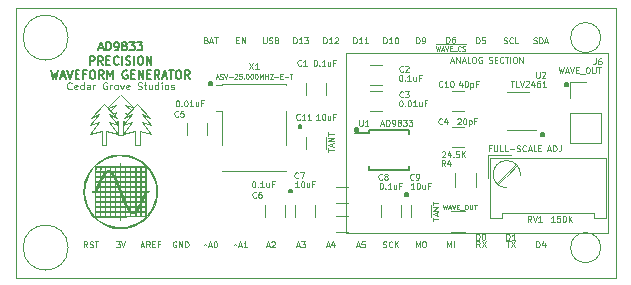
<source format=gto>
G04 #@! TF.GenerationSoftware,KiCad,Pcbnew,(5.0.0-rc2-dev-444-g2974a2c10)*
G04 #@! TF.CreationDate,2019-07-21T13:12:54-07:00*
G04 #@! TF.ProjectId,Waveform_Generator,57617665666F726D5F47656E65726174,v01*
G04 #@! TF.SameCoordinates,Original*
G04 #@! TF.FileFunction,Legend,Top*
G04 #@! TF.FilePolarity,Positive*
%FSLAX46Y46*%
G04 Gerber Fmt 4.6, Leading zero omitted, Abs format (unit mm)*
G04 Created by KiCad (PCBNEW (5.0.0-rc2-dev-444-g2974a2c10)) date 07/21/19 13:12:54*
%MOMM*%
%LPD*%
G01*
G04 APERTURE LIST*
%ADD10C,0.080000*%
%ADD11C,0.150000*%
%ADD12C,0.100000*%
%ADD13C,0.120000*%
%ADD14C,0.010000*%
G04 APERTURE END LIST*
D10*
X131427142Y-111921952D02*
X131522380Y-112321952D01*
X131598571Y-112036238D01*
X131674761Y-112321952D01*
X131770000Y-111921952D01*
X131903333Y-112207666D02*
X132093809Y-112207666D01*
X131865238Y-112321952D02*
X131998571Y-111921952D01*
X132131904Y-112321952D01*
X132208095Y-111921952D02*
X132341428Y-112321952D01*
X132474761Y-111921952D01*
X132608095Y-112112428D02*
X132741428Y-112112428D01*
X132798571Y-112321952D02*
X132608095Y-112321952D01*
X132608095Y-111921952D01*
X132798571Y-111921952D01*
X132874761Y-112360047D02*
X133179523Y-112360047D01*
X133350952Y-111921952D02*
X133427142Y-111921952D01*
X133465238Y-111941000D01*
X133503333Y-111979095D01*
X133522380Y-112055285D01*
X133522380Y-112188619D01*
X133503333Y-112264809D01*
X133465238Y-112302904D01*
X133427142Y-112321952D01*
X133350952Y-112321952D01*
X133312857Y-112302904D01*
X133274761Y-112264809D01*
X133255714Y-112188619D01*
X133255714Y-112055285D01*
X133274761Y-111979095D01*
X133312857Y-111941000D01*
X133350952Y-111921952D01*
X133693809Y-111921952D02*
X133693809Y-112245761D01*
X133712857Y-112283857D01*
X133731904Y-112302904D01*
X133770000Y-112321952D01*
X133846190Y-112321952D01*
X133884285Y-112302904D01*
X133903333Y-112283857D01*
X133922380Y-112245761D01*
X133922380Y-111921952D01*
X134055714Y-111921952D02*
X134284285Y-111921952D01*
X134170000Y-112321952D02*
X134170000Y-111921952D01*
D11*
G36*
X111650000Y-101800000D02*
X111650000Y-101550000D01*
X111900000Y-101550000D01*
X111900000Y-101800000D01*
X111650000Y-101800000D01*
G37*
X111650000Y-101800000D02*
X111650000Y-101550000D01*
X111900000Y-101550000D01*
X111900000Y-101800000D01*
X111650000Y-101800000D01*
G36*
X124000000Y-105700000D02*
X124000000Y-105450000D01*
X124250000Y-105450000D01*
X124250000Y-105700000D01*
X124000000Y-105700000D01*
G37*
X124000000Y-105700000D02*
X124000000Y-105450000D01*
X124250000Y-105450000D01*
X124250000Y-105700000D01*
X124000000Y-105700000D01*
G36*
X139700000Y-106100000D02*
X139700000Y-105850000D01*
X139950000Y-105850000D01*
X139950000Y-106100000D01*
X139700000Y-106100000D01*
G37*
X139700000Y-106100000D02*
X139700000Y-105850000D01*
X139950000Y-105850000D01*
X139950000Y-106100000D01*
X139700000Y-106100000D01*
G36*
X128200000Y-111200000D02*
X128200000Y-110950000D01*
X128450000Y-110950000D01*
X128450000Y-111200000D01*
X128200000Y-111200000D01*
G37*
X128200000Y-111200000D02*
X128200000Y-110950000D01*
X128450000Y-110950000D01*
X128450000Y-111200000D01*
X128200000Y-111200000D01*
G36*
X119200000Y-105400000D02*
X119200000Y-105150000D01*
X119450000Y-105150000D01*
X119450000Y-105400000D01*
X119200000Y-105400000D01*
G37*
X119200000Y-105400000D02*
X119200000Y-105150000D01*
X119450000Y-105150000D01*
X119450000Y-105400000D01*
X119200000Y-105400000D01*
G36*
X118400000Y-110900000D02*
X118400000Y-110650000D01*
X118650000Y-110650000D01*
X118650000Y-110900000D01*
X118400000Y-110900000D01*
G37*
X118400000Y-110900000D02*
X118400000Y-110650000D01*
X118650000Y-110650000D01*
X118650000Y-110900000D01*
X118400000Y-110900000D01*
G36*
X141800000Y-101850000D02*
X141800000Y-101600000D01*
X142050000Y-101600000D01*
X142050000Y-101850000D01*
X141800000Y-101850000D01*
G37*
X141800000Y-101850000D02*
X141800000Y-101600000D01*
X142050000Y-101600000D01*
X142050000Y-101850000D01*
X141800000Y-101850000D01*
D12*
X130551190Y-113309523D02*
X130551190Y-113023809D01*
X131051190Y-113166666D02*
X130551190Y-113166666D01*
X130908333Y-112880952D02*
X130908333Y-112642857D01*
X131051190Y-112928571D02*
X130551190Y-112761904D01*
X131051190Y-112595238D01*
X131051190Y-112428571D02*
X130551190Y-112428571D01*
X131051190Y-112142857D01*
X130551190Y-112142857D01*
X130551190Y-111976190D02*
X130551190Y-111690476D01*
X131051190Y-111833333D02*
X130551190Y-111833333D01*
X121701190Y-107434523D02*
X121701190Y-107148809D01*
X122201190Y-107291666D02*
X121701190Y-107291666D01*
X122058333Y-107005952D02*
X122058333Y-106767857D01*
X122201190Y-107053571D02*
X121701190Y-106886904D01*
X122201190Y-106720238D01*
X122201190Y-106553571D02*
X121701190Y-106553571D01*
X122201190Y-106267857D01*
X121701190Y-106267857D01*
X121701190Y-106101190D02*
X121701190Y-105815476D01*
X122201190Y-105958333D02*
X121701190Y-105958333D01*
X99982857Y-102114285D02*
X99954285Y-102142857D01*
X99868571Y-102171428D01*
X99811428Y-102171428D01*
X99725714Y-102142857D01*
X99668571Y-102085714D01*
X99640000Y-102028571D01*
X99611428Y-101914285D01*
X99611428Y-101828571D01*
X99640000Y-101714285D01*
X99668571Y-101657142D01*
X99725714Y-101600000D01*
X99811428Y-101571428D01*
X99868571Y-101571428D01*
X99954285Y-101600000D01*
X99982857Y-101628571D01*
X100468571Y-102142857D02*
X100411428Y-102171428D01*
X100297142Y-102171428D01*
X100240000Y-102142857D01*
X100211428Y-102085714D01*
X100211428Y-101857142D01*
X100240000Y-101800000D01*
X100297142Y-101771428D01*
X100411428Y-101771428D01*
X100468571Y-101800000D01*
X100497142Y-101857142D01*
X100497142Y-101914285D01*
X100211428Y-101971428D01*
X101011428Y-102171428D02*
X101011428Y-101571428D01*
X101011428Y-102142857D02*
X100954285Y-102171428D01*
X100840000Y-102171428D01*
X100782857Y-102142857D01*
X100754285Y-102114285D01*
X100725714Y-102057142D01*
X100725714Y-101885714D01*
X100754285Y-101828571D01*
X100782857Y-101800000D01*
X100840000Y-101771428D01*
X100954285Y-101771428D01*
X101011428Y-101800000D01*
X101554285Y-102171428D02*
X101554285Y-101857142D01*
X101525714Y-101800000D01*
X101468571Y-101771428D01*
X101354285Y-101771428D01*
X101297142Y-101800000D01*
X101554285Y-102142857D02*
X101497142Y-102171428D01*
X101354285Y-102171428D01*
X101297142Y-102142857D01*
X101268571Y-102085714D01*
X101268571Y-102028571D01*
X101297142Y-101971428D01*
X101354285Y-101942857D01*
X101497142Y-101942857D01*
X101554285Y-101914285D01*
X101840000Y-102171428D02*
X101840000Y-101771428D01*
X101840000Y-101885714D02*
X101868571Y-101828571D01*
X101897142Y-101800000D01*
X101954285Y-101771428D01*
X102011428Y-101771428D01*
X102982857Y-101600000D02*
X102925714Y-101571428D01*
X102840000Y-101571428D01*
X102754285Y-101600000D01*
X102697142Y-101657142D01*
X102668571Y-101714285D01*
X102640000Y-101828571D01*
X102640000Y-101914285D01*
X102668571Y-102028571D01*
X102697142Y-102085714D01*
X102754285Y-102142857D01*
X102840000Y-102171428D01*
X102897142Y-102171428D01*
X102982857Y-102142857D01*
X103011428Y-102114285D01*
X103011428Y-101914285D01*
X102897142Y-101914285D01*
X103268571Y-102171428D02*
X103268571Y-101771428D01*
X103268571Y-101885714D02*
X103297142Y-101828571D01*
X103325714Y-101800000D01*
X103382857Y-101771428D01*
X103440000Y-101771428D01*
X103725714Y-102171428D02*
X103668571Y-102142857D01*
X103640000Y-102114285D01*
X103611428Y-102057142D01*
X103611428Y-101885714D01*
X103640000Y-101828571D01*
X103668571Y-101800000D01*
X103725714Y-101771428D01*
X103811428Y-101771428D01*
X103868571Y-101800000D01*
X103897142Y-101828571D01*
X103925714Y-101885714D01*
X103925714Y-102057142D01*
X103897142Y-102114285D01*
X103868571Y-102142857D01*
X103811428Y-102171428D01*
X103725714Y-102171428D01*
X104125714Y-101771428D02*
X104268571Y-102171428D01*
X104411428Y-101771428D01*
X104868571Y-102142857D02*
X104811428Y-102171428D01*
X104697142Y-102171428D01*
X104640000Y-102142857D01*
X104611428Y-102085714D01*
X104611428Y-101857142D01*
X104640000Y-101800000D01*
X104697142Y-101771428D01*
X104811428Y-101771428D01*
X104868571Y-101800000D01*
X104897142Y-101857142D01*
X104897142Y-101914285D01*
X104611428Y-101971428D01*
X105582857Y-102142857D02*
X105668571Y-102171428D01*
X105811428Y-102171428D01*
X105868571Y-102142857D01*
X105897142Y-102114285D01*
X105925714Y-102057142D01*
X105925714Y-102000000D01*
X105897142Y-101942857D01*
X105868571Y-101914285D01*
X105811428Y-101885714D01*
X105697142Y-101857142D01*
X105640000Y-101828571D01*
X105611428Y-101800000D01*
X105582857Y-101742857D01*
X105582857Y-101685714D01*
X105611428Y-101628571D01*
X105640000Y-101600000D01*
X105697142Y-101571428D01*
X105840000Y-101571428D01*
X105925714Y-101600000D01*
X106097142Y-101771428D02*
X106325714Y-101771428D01*
X106182857Y-101571428D02*
X106182857Y-102085714D01*
X106211428Y-102142857D01*
X106268571Y-102171428D01*
X106325714Y-102171428D01*
X106782857Y-101771428D02*
X106782857Y-102171428D01*
X106525714Y-101771428D02*
X106525714Y-102085714D01*
X106554285Y-102142857D01*
X106611428Y-102171428D01*
X106697142Y-102171428D01*
X106754285Y-102142857D01*
X106782857Y-102114285D01*
X107325714Y-102171428D02*
X107325714Y-101571428D01*
X107325714Y-102142857D02*
X107268571Y-102171428D01*
X107154285Y-102171428D01*
X107097142Y-102142857D01*
X107068571Y-102114285D01*
X107040000Y-102057142D01*
X107040000Y-101885714D01*
X107068571Y-101828571D01*
X107097142Y-101800000D01*
X107154285Y-101771428D01*
X107268571Y-101771428D01*
X107325714Y-101800000D01*
X107611428Y-102171428D02*
X107611428Y-101771428D01*
X107611428Y-101571428D02*
X107582857Y-101600000D01*
X107611428Y-101628571D01*
X107640000Y-101600000D01*
X107611428Y-101571428D01*
X107611428Y-101628571D01*
X107982857Y-102171428D02*
X107925714Y-102142857D01*
X107897142Y-102114285D01*
X107868571Y-102057142D01*
X107868571Y-101885714D01*
X107897142Y-101828571D01*
X107925714Y-101800000D01*
X107982857Y-101771428D01*
X108068571Y-101771428D01*
X108125714Y-101800000D01*
X108154285Y-101828571D01*
X108182857Y-101885714D01*
X108182857Y-102057142D01*
X108154285Y-102114285D01*
X108125714Y-102142857D01*
X108068571Y-102171428D01*
X107982857Y-102171428D01*
X108411428Y-102142857D02*
X108468571Y-102171428D01*
X108582857Y-102171428D01*
X108640000Y-102142857D01*
X108668571Y-102085714D01*
X108668571Y-102057142D01*
X108640000Y-102000000D01*
X108582857Y-101971428D01*
X108497142Y-101971428D01*
X108440000Y-101942857D01*
X108411428Y-101885714D01*
X108411428Y-101857142D01*
X108440000Y-101800000D01*
X108497142Y-101771428D01*
X108582857Y-101771428D01*
X108640000Y-101800000D01*
X132113238Y-99778333D02*
X132351333Y-99778333D01*
X132065619Y-99921190D02*
X132232285Y-99421190D01*
X132398952Y-99921190D01*
X132565619Y-99921190D02*
X132565619Y-99421190D01*
X132851333Y-99921190D01*
X132851333Y-99421190D01*
X133065619Y-99778333D02*
X133303714Y-99778333D01*
X133018000Y-99921190D02*
X133184666Y-99421190D01*
X133351333Y-99921190D01*
X133756095Y-99921190D02*
X133518000Y-99921190D01*
X133518000Y-99421190D01*
X134018000Y-99421190D02*
X134113238Y-99421190D01*
X134160857Y-99445000D01*
X134208476Y-99492619D01*
X134232285Y-99587857D01*
X134232285Y-99754523D01*
X134208476Y-99849761D01*
X134160857Y-99897380D01*
X134113238Y-99921190D01*
X134018000Y-99921190D01*
X133970380Y-99897380D01*
X133922761Y-99849761D01*
X133898952Y-99754523D01*
X133898952Y-99587857D01*
X133922761Y-99492619D01*
X133970380Y-99445000D01*
X134018000Y-99421190D01*
X134708476Y-99445000D02*
X134660857Y-99421190D01*
X134589428Y-99421190D01*
X134518000Y-99445000D01*
X134470380Y-99492619D01*
X134446571Y-99540238D01*
X134422761Y-99635476D01*
X134422761Y-99706904D01*
X134446571Y-99802142D01*
X134470380Y-99849761D01*
X134518000Y-99897380D01*
X134589428Y-99921190D01*
X134637047Y-99921190D01*
X134708476Y-99897380D01*
X134732285Y-99873571D01*
X134732285Y-99706904D01*
X134637047Y-99706904D01*
X135303714Y-99897380D02*
X135375142Y-99921190D01*
X135494190Y-99921190D01*
X135541809Y-99897380D01*
X135565619Y-99873571D01*
X135589428Y-99825952D01*
X135589428Y-99778333D01*
X135565619Y-99730714D01*
X135541809Y-99706904D01*
X135494190Y-99683095D01*
X135398952Y-99659285D01*
X135351333Y-99635476D01*
X135327523Y-99611666D01*
X135303714Y-99564047D01*
X135303714Y-99516428D01*
X135327523Y-99468809D01*
X135351333Y-99445000D01*
X135398952Y-99421190D01*
X135518000Y-99421190D01*
X135589428Y-99445000D01*
X135803714Y-99659285D02*
X135970380Y-99659285D01*
X136041809Y-99921190D02*
X135803714Y-99921190D01*
X135803714Y-99421190D01*
X136041809Y-99421190D01*
X136541809Y-99873571D02*
X136518000Y-99897380D01*
X136446571Y-99921190D01*
X136398952Y-99921190D01*
X136327523Y-99897380D01*
X136279904Y-99849761D01*
X136256095Y-99802142D01*
X136232285Y-99706904D01*
X136232285Y-99635476D01*
X136256095Y-99540238D01*
X136279904Y-99492619D01*
X136327523Y-99445000D01*
X136398952Y-99421190D01*
X136446571Y-99421190D01*
X136518000Y-99445000D01*
X136541809Y-99468809D01*
X136684666Y-99421190D02*
X136970380Y-99421190D01*
X136827523Y-99921190D02*
X136827523Y-99421190D01*
X137137047Y-99921190D02*
X137137047Y-99421190D01*
X137470380Y-99421190D02*
X137565619Y-99421190D01*
X137613238Y-99445000D01*
X137660857Y-99492619D01*
X137684666Y-99587857D01*
X137684666Y-99754523D01*
X137660857Y-99849761D01*
X137613238Y-99897380D01*
X137565619Y-99921190D01*
X137470380Y-99921190D01*
X137422761Y-99897380D01*
X137375142Y-99849761D01*
X137351333Y-99754523D01*
X137351333Y-99587857D01*
X137375142Y-99492619D01*
X137422761Y-99445000D01*
X137470380Y-99421190D01*
X137898952Y-99921190D02*
X137898952Y-99421190D01*
X138184666Y-99921190D01*
X138184666Y-99421190D01*
X145415000Y-99060000D02*
X123190000Y-99060000D01*
X145415000Y-114300000D02*
X145415000Y-99060000D01*
X123190000Y-114300000D02*
X145415000Y-114300000D01*
X123190000Y-99060000D02*
X123190000Y-114300000D01*
X135478714Y-107152285D02*
X135312047Y-107152285D01*
X135312047Y-107414190D02*
X135312047Y-106914190D01*
X135550142Y-106914190D01*
X135740619Y-106914190D02*
X135740619Y-107318952D01*
X135764428Y-107366571D01*
X135788238Y-107390380D01*
X135835857Y-107414190D01*
X135931095Y-107414190D01*
X135978714Y-107390380D01*
X136002523Y-107366571D01*
X136026333Y-107318952D01*
X136026333Y-106914190D01*
X136502523Y-107414190D02*
X136264428Y-107414190D01*
X136264428Y-106914190D01*
X136907285Y-107414190D02*
X136669190Y-107414190D01*
X136669190Y-106914190D01*
X137073952Y-107223714D02*
X137454904Y-107223714D01*
X137669190Y-107390380D02*
X137740619Y-107414190D01*
X137859666Y-107414190D01*
X137907285Y-107390380D01*
X137931095Y-107366571D01*
X137954904Y-107318952D01*
X137954904Y-107271333D01*
X137931095Y-107223714D01*
X137907285Y-107199904D01*
X137859666Y-107176095D01*
X137764428Y-107152285D01*
X137716809Y-107128476D01*
X137693000Y-107104666D01*
X137669190Y-107057047D01*
X137669190Y-107009428D01*
X137693000Y-106961809D01*
X137716809Y-106938000D01*
X137764428Y-106914190D01*
X137883476Y-106914190D01*
X137954904Y-106938000D01*
X138454904Y-107366571D02*
X138431095Y-107390380D01*
X138359666Y-107414190D01*
X138312047Y-107414190D01*
X138240619Y-107390380D01*
X138193000Y-107342761D01*
X138169190Y-107295142D01*
X138145380Y-107199904D01*
X138145380Y-107128476D01*
X138169190Y-107033238D01*
X138193000Y-106985619D01*
X138240619Y-106938000D01*
X138312047Y-106914190D01*
X138359666Y-106914190D01*
X138431095Y-106938000D01*
X138454904Y-106961809D01*
X138645380Y-107271333D02*
X138883476Y-107271333D01*
X138597761Y-107414190D02*
X138764428Y-106914190D01*
X138931095Y-107414190D01*
X139335857Y-107414190D02*
X139097761Y-107414190D01*
X139097761Y-106914190D01*
X139502523Y-107152285D02*
X139669190Y-107152285D01*
X139740619Y-107414190D02*
X139502523Y-107414190D01*
X139502523Y-106914190D01*
X139740619Y-106914190D01*
X140312047Y-107271333D02*
X140550142Y-107271333D01*
X140264428Y-107414190D02*
X140431095Y-106914190D01*
X140597761Y-107414190D01*
X140764428Y-107414190D02*
X140764428Y-106914190D01*
X140883476Y-106914190D01*
X140954904Y-106938000D01*
X141002523Y-106985619D01*
X141026333Y-107033238D01*
X141050142Y-107128476D01*
X141050142Y-107199904D01*
X141026333Y-107295142D01*
X141002523Y-107342761D01*
X140954904Y-107390380D01*
X140883476Y-107414190D01*
X140764428Y-107414190D01*
X141407285Y-106914190D02*
X141407285Y-107271333D01*
X141383476Y-107342761D01*
X141335857Y-107390380D01*
X141264428Y-107414190D01*
X141216809Y-107414190D01*
D10*
X130858761Y-98337800D02*
X131241904Y-98337800D01*
X130841904Y-98510752D02*
X130937142Y-98910752D01*
X131013333Y-98625038D01*
X131089523Y-98910752D01*
X131184761Y-98510752D01*
X131241904Y-98337800D02*
X131584761Y-98337800D01*
X131318095Y-98796466D02*
X131508571Y-98796466D01*
X131280000Y-98910752D02*
X131413333Y-98510752D01*
X131546666Y-98910752D01*
X131584761Y-98337800D02*
X131927619Y-98337800D01*
X131622857Y-98510752D02*
X131756190Y-98910752D01*
X131889523Y-98510752D01*
X131927619Y-98337800D02*
X132289523Y-98337800D01*
X132022857Y-98701228D02*
X132156190Y-98701228D01*
X132213333Y-98910752D02*
X132022857Y-98910752D01*
X132022857Y-98510752D01*
X132213333Y-98510752D01*
X132289523Y-98337800D02*
X132594285Y-98337800D01*
X132289523Y-98948847D02*
X132594285Y-98948847D01*
X132594285Y-98337800D02*
X132994285Y-98337800D01*
X132918095Y-98872657D02*
X132899047Y-98891704D01*
X132841904Y-98910752D01*
X132803809Y-98910752D01*
X132746666Y-98891704D01*
X132708571Y-98853609D01*
X132689523Y-98815514D01*
X132670476Y-98739323D01*
X132670476Y-98682180D01*
X132689523Y-98605990D01*
X132708571Y-98567895D01*
X132746666Y-98529800D01*
X132803809Y-98510752D01*
X132841904Y-98510752D01*
X132899047Y-98529800D01*
X132918095Y-98548847D01*
X132994285Y-98337800D02*
X133375238Y-98337800D01*
X133070476Y-98891704D02*
X133127619Y-98910752D01*
X133222857Y-98910752D01*
X133260952Y-98891704D01*
X133280000Y-98872657D01*
X133299047Y-98834561D01*
X133299047Y-98796466D01*
X133280000Y-98758371D01*
X133260952Y-98739323D01*
X133222857Y-98720276D01*
X133146666Y-98701228D01*
X133108571Y-98682180D01*
X133089523Y-98663133D01*
X133070476Y-98625038D01*
X133070476Y-98586942D01*
X133089523Y-98548847D01*
X133108571Y-98529800D01*
X133146666Y-98510752D01*
X133241904Y-98510752D01*
X133299047Y-98529800D01*
D11*
X102290000Y-98666666D02*
X102623333Y-98666666D01*
X102223333Y-98866666D02*
X102456666Y-98166666D01*
X102690000Y-98866666D01*
X102923333Y-98866666D02*
X102923333Y-98166666D01*
X103090000Y-98166666D01*
X103190000Y-98200000D01*
X103256666Y-98266666D01*
X103290000Y-98333333D01*
X103323333Y-98466666D01*
X103323333Y-98566666D01*
X103290000Y-98700000D01*
X103256666Y-98766666D01*
X103190000Y-98833333D01*
X103090000Y-98866666D01*
X102923333Y-98866666D01*
X103656666Y-98866666D02*
X103790000Y-98866666D01*
X103856666Y-98833333D01*
X103890000Y-98800000D01*
X103956666Y-98700000D01*
X103990000Y-98566666D01*
X103990000Y-98300000D01*
X103956666Y-98233333D01*
X103923333Y-98200000D01*
X103856666Y-98166666D01*
X103723333Y-98166666D01*
X103656666Y-98200000D01*
X103623333Y-98233333D01*
X103590000Y-98300000D01*
X103590000Y-98466666D01*
X103623333Y-98533333D01*
X103656666Y-98566666D01*
X103723333Y-98600000D01*
X103856666Y-98600000D01*
X103923333Y-98566666D01*
X103956666Y-98533333D01*
X103990000Y-98466666D01*
X104390000Y-98466666D02*
X104323333Y-98433333D01*
X104290000Y-98400000D01*
X104256666Y-98333333D01*
X104256666Y-98300000D01*
X104290000Y-98233333D01*
X104323333Y-98200000D01*
X104390000Y-98166666D01*
X104523333Y-98166666D01*
X104590000Y-98200000D01*
X104623333Y-98233333D01*
X104656666Y-98300000D01*
X104656666Y-98333333D01*
X104623333Y-98400000D01*
X104590000Y-98433333D01*
X104523333Y-98466666D01*
X104390000Y-98466666D01*
X104323333Y-98500000D01*
X104290000Y-98533333D01*
X104256666Y-98600000D01*
X104256666Y-98733333D01*
X104290000Y-98800000D01*
X104323333Y-98833333D01*
X104390000Y-98866666D01*
X104523333Y-98866666D01*
X104590000Y-98833333D01*
X104623333Y-98800000D01*
X104656666Y-98733333D01*
X104656666Y-98600000D01*
X104623333Y-98533333D01*
X104590000Y-98500000D01*
X104523333Y-98466666D01*
X104890000Y-98166666D02*
X105323333Y-98166666D01*
X105090000Y-98433333D01*
X105190000Y-98433333D01*
X105256666Y-98466666D01*
X105290000Y-98500000D01*
X105323333Y-98566666D01*
X105323333Y-98733333D01*
X105290000Y-98800000D01*
X105256666Y-98833333D01*
X105190000Y-98866666D01*
X104990000Y-98866666D01*
X104923333Y-98833333D01*
X104890000Y-98800000D01*
X105556666Y-98166666D02*
X105990000Y-98166666D01*
X105756666Y-98433333D01*
X105856666Y-98433333D01*
X105923333Y-98466666D01*
X105956666Y-98500000D01*
X105990000Y-98566666D01*
X105990000Y-98733333D01*
X105956666Y-98800000D01*
X105923333Y-98833333D01*
X105856666Y-98866666D01*
X105656666Y-98866666D01*
X105590000Y-98833333D01*
X105556666Y-98800000D01*
X101540000Y-100066666D02*
X101540000Y-99366666D01*
X101806666Y-99366666D01*
X101873333Y-99400000D01*
X101906666Y-99433333D01*
X101940000Y-99500000D01*
X101940000Y-99600000D01*
X101906666Y-99666666D01*
X101873333Y-99700000D01*
X101806666Y-99733333D01*
X101540000Y-99733333D01*
X102640000Y-100066666D02*
X102406666Y-99733333D01*
X102240000Y-100066666D02*
X102240000Y-99366666D01*
X102506666Y-99366666D01*
X102573333Y-99400000D01*
X102606666Y-99433333D01*
X102640000Y-99500000D01*
X102640000Y-99600000D01*
X102606666Y-99666666D01*
X102573333Y-99700000D01*
X102506666Y-99733333D01*
X102240000Y-99733333D01*
X102940000Y-99700000D02*
X103173333Y-99700000D01*
X103273333Y-100066666D02*
X102940000Y-100066666D01*
X102940000Y-99366666D01*
X103273333Y-99366666D01*
X103973333Y-100000000D02*
X103940000Y-100033333D01*
X103840000Y-100066666D01*
X103773333Y-100066666D01*
X103673333Y-100033333D01*
X103606666Y-99966666D01*
X103573333Y-99900000D01*
X103540000Y-99766666D01*
X103540000Y-99666666D01*
X103573333Y-99533333D01*
X103606666Y-99466666D01*
X103673333Y-99400000D01*
X103773333Y-99366666D01*
X103840000Y-99366666D01*
X103940000Y-99400000D01*
X103973333Y-99433333D01*
X104273333Y-100066666D02*
X104273333Y-99366666D01*
X104573333Y-100033333D02*
X104673333Y-100066666D01*
X104840000Y-100066666D01*
X104906666Y-100033333D01*
X104940000Y-100000000D01*
X104973333Y-99933333D01*
X104973333Y-99866666D01*
X104940000Y-99800000D01*
X104906666Y-99766666D01*
X104840000Y-99733333D01*
X104706666Y-99700000D01*
X104640000Y-99666666D01*
X104606666Y-99633333D01*
X104573333Y-99566666D01*
X104573333Y-99500000D01*
X104606666Y-99433333D01*
X104640000Y-99400000D01*
X104706666Y-99366666D01*
X104873333Y-99366666D01*
X104973333Y-99400000D01*
X105273333Y-100066666D02*
X105273333Y-99366666D01*
X105740000Y-99366666D02*
X105873333Y-99366666D01*
X105940000Y-99400000D01*
X106006666Y-99466666D01*
X106040000Y-99600000D01*
X106040000Y-99833333D01*
X106006666Y-99966666D01*
X105940000Y-100033333D01*
X105873333Y-100066666D01*
X105740000Y-100066666D01*
X105673333Y-100033333D01*
X105606666Y-99966666D01*
X105573333Y-99833333D01*
X105573333Y-99600000D01*
X105606666Y-99466666D01*
X105673333Y-99400000D01*
X105740000Y-99366666D01*
X106340000Y-100066666D02*
X106340000Y-99366666D01*
X106740000Y-100066666D01*
X106740000Y-99366666D01*
X98256666Y-100566666D02*
X98423333Y-101266666D01*
X98556666Y-100766666D01*
X98690000Y-101266666D01*
X98856666Y-100566666D01*
X99090000Y-101066666D02*
X99423333Y-101066666D01*
X99023333Y-101266666D02*
X99256666Y-100566666D01*
X99490000Y-101266666D01*
X99623333Y-100566666D02*
X99856666Y-101266666D01*
X100090000Y-100566666D01*
X100323333Y-100900000D02*
X100556666Y-100900000D01*
X100656666Y-101266666D02*
X100323333Y-101266666D01*
X100323333Y-100566666D01*
X100656666Y-100566666D01*
X101190000Y-100900000D02*
X100956666Y-100900000D01*
X100956666Y-101266666D02*
X100956666Y-100566666D01*
X101290000Y-100566666D01*
X101690000Y-100566666D02*
X101823333Y-100566666D01*
X101890000Y-100600000D01*
X101956666Y-100666666D01*
X101990000Y-100800000D01*
X101990000Y-101033333D01*
X101956666Y-101166666D01*
X101890000Y-101233333D01*
X101823333Y-101266666D01*
X101690000Y-101266666D01*
X101623333Y-101233333D01*
X101556666Y-101166666D01*
X101523333Y-101033333D01*
X101523333Y-100800000D01*
X101556666Y-100666666D01*
X101623333Y-100600000D01*
X101690000Y-100566666D01*
X102690000Y-101266666D02*
X102456666Y-100933333D01*
X102290000Y-101266666D02*
X102290000Y-100566666D01*
X102556666Y-100566666D01*
X102623333Y-100600000D01*
X102656666Y-100633333D01*
X102690000Y-100700000D01*
X102690000Y-100800000D01*
X102656666Y-100866666D01*
X102623333Y-100900000D01*
X102556666Y-100933333D01*
X102290000Y-100933333D01*
X102990000Y-101266666D02*
X102990000Y-100566666D01*
X103223333Y-101066666D01*
X103456666Y-100566666D01*
X103456666Y-101266666D01*
X104690000Y-100600000D02*
X104623333Y-100566666D01*
X104523333Y-100566666D01*
X104423333Y-100600000D01*
X104356666Y-100666666D01*
X104323333Y-100733333D01*
X104290000Y-100866666D01*
X104290000Y-100966666D01*
X104323333Y-101100000D01*
X104356666Y-101166666D01*
X104423333Y-101233333D01*
X104523333Y-101266666D01*
X104590000Y-101266666D01*
X104690000Y-101233333D01*
X104723333Y-101200000D01*
X104723333Y-100966666D01*
X104590000Y-100966666D01*
X105023333Y-100900000D02*
X105256666Y-100900000D01*
X105356666Y-101266666D02*
X105023333Y-101266666D01*
X105023333Y-100566666D01*
X105356666Y-100566666D01*
X105656666Y-101266666D02*
X105656666Y-100566666D01*
X106056666Y-101266666D01*
X106056666Y-100566666D01*
X106390000Y-100900000D02*
X106623333Y-100900000D01*
X106723333Y-101266666D02*
X106390000Y-101266666D01*
X106390000Y-100566666D01*
X106723333Y-100566666D01*
X107423333Y-101266666D02*
X107190000Y-100933333D01*
X107023333Y-101266666D02*
X107023333Y-100566666D01*
X107290000Y-100566666D01*
X107356666Y-100600000D01*
X107390000Y-100633333D01*
X107423333Y-100700000D01*
X107423333Y-100800000D01*
X107390000Y-100866666D01*
X107356666Y-100900000D01*
X107290000Y-100933333D01*
X107023333Y-100933333D01*
X107690000Y-101066666D02*
X108023333Y-101066666D01*
X107623333Y-101266666D02*
X107856666Y-100566666D01*
X108090000Y-101266666D01*
X108223333Y-100566666D02*
X108623333Y-100566666D01*
X108423333Y-101266666D02*
X108423333Y-100566666D01*
X108990000Y-100566666D02*
X109123333Y-100566666D01*
X109190000Y-100600000D01*
X109256666Y-100666666D01*
X109290000Y-100800000D01*
X109290000Y-101033333D01*
X109256666Y-101166666D01*
X109190000Y-101233333D01*
X109123333Y-101266666D01*
X108990000Y-101266666D01*
X108923333Y-101233333D01*
X108856666Y-101166666D01*
X108823333Y-101033333D01*
X108823333Y-100800000D01*
X108856666Y-100666666D01*
X108923333Y-100600000D01*
X108990000Y-100566666D01*
X109990000Y-101266666D02*
X109756666Y-100933333D01*
X109590000Y-101266666D02*
X109590000Y-100566666D01*
X109856666Y-100566666D01*
X109923333Y-100600000D01*
X109956666Y-100633333D01*
X109990000Y-100700000D01*
X109990000Y-100800000D01*
X109956666Y-100866666D01*
X109923333Y-100900000D01*
X109856666Y-100933333D01*
X109590000Y-100933333D01*
D13*
X122375000Y-110445000D02*
X123375000Y-110445000D01*
X123375000Y-111805000D02*
X122375000Y-111805000D01*
X122375000Y-112920000D02*
X123375000Y-112920000D01*
X123375000Y-114280000D02*
X122375000Y-114280000D01*
D12*
X105340000Y-105675000D02*
X105340000Y-106875000D01*
X105340000Y-106875000D02*
X105740000Y-106875000D01*
X105740000Y-106875000D02*
X105740000Y-105675000D01*
X105740000Y-105675000D02*
X106740000Y-105975000D01*
X106740000Y-105975000D02*
X105940000Y-104975000D01*
X105940000Y-104975000D02*
X106740000Y-105175000D01*
X106740000Y-105175000D02*
X105940000Y-104275000D01*
X105940000Y-104275000D02*
X106640000Y-104575000D01*
X106640000Y-104575000D02*
X105540000Y-103375000D01*
X105540000Y-103375000D02*
X104440000Y-104575000D01*
X104440000Y-104575000D02*
X105140000Y-104275000D01*
X105140000Y-104275000D02*
X104340000Y-105175000D01*
X104340000Y-105175000D02*
X105140000Y-104975000D01*
X105140000Y-104975000D02*
X104340000Y-105975000D01*
X104340000Y-105975000D02*
X105340000Y-105675000D01*
X102540000Y-105675000D02*
X102540000Y-106875000D01*
X103940000Y-105975000D02*
X103140000Y-104975000D01*
X102540000Y-106875000D02*
X102940000Y-106875000D01*
X102940000Y-106875000D02*
X102940000Y-105675000D01*
X103140000Y-104275000D02*
X103840000Y-104575000D01*
X103840000Y-104575000D02*
X102740000Y-103375000D01*
X103940000Y-105175000D02*
X103140000Y-104275000D01*
X103140000Y-104975000D02*
X103940000Y-105175000D01*
X102340000Y-104275000D02*
X101540000Y-105175000D01*
X101640000Y-104575000D02*
X102340000Y-104275000D01*
X102740000Y-103375000D02*
X101640000Y-104575000D01*
X102340000Y-104975000D02*
X101540000Y-105975000D01*
X101540000Y-105975000D02*
X102540000Y-105675000D01*
X101540000Y-105175000D02*
X102340000Y-104975000D01*
X102940000Y-105675000D02*
X103940000Y-105975000D01*
X104340000Y-106075000D02*
X104340000Y-104875000D01*
X104540000Y-104175000D02*
X104710000Y-104225000D01*
X103940000Y-106075000D02*
X104340000Y-106075000D01*
X103940000Y-104875000D02*
X103940000Y-106075000D01*
X105170000Y-103685000D02*
X104170000Y-102615000D01*
X104990000Y-103955000D02*
X104540000Y-103475000D01*
X103790000Y-104945000D02*
X103940000Y-104875000D01*
X104340000Y-104875000D02*
X104490000Y-104935000D01*
X104840000Y-104545000D02*
X104770000Y-104465000D01*
X103110000Y-103735000D02*
X103740000Y-103475000D01*
X104120000Y-102625000D02*
X103080000Y-103665000D01*
X104540000Y-103475000D02*
X105130000Y-103705000D01*
X104630000Y-104295000D02*
X104560000Y-104215000D01*
X103770000Y-103485000D02*
X103320000Y-103955000D01*
X103530000Y-104255000D02*
X103770000Y-104125000D01*
X103770000Y-104125000D02*
X103630000Y-104305000D01*
X103520000Y-104455000D02*
X103430000Y-104545000D01*
D13*
X142180000Y-101540000D02*
X143510000Y-101540000D01*
X142180000Y-102870000D02*
X142180000Y-101540000D01*
X142180000Y-104140000D02*
X144840000Y-104140000D01*
X144840000Y-104140000D02*
X144840000Y-106740000D01*
X142180000Y-104140000D02*
X142180000Y-106740000D01*
X142180000Y-106740000D02*
X144840000Y-106740000D01*
X135210000Y-107710000D02*
X137210000Y-107710000D01*
X135210000Y-109710000D02*
X135210000Y-107710000D01*
X136837000Y-109492000D02*
X137716000Y-108615000D01*
X136104000Y-110225000D02*
X136797000Y-109533000D01*
X135964000Y-110084000D02*
X137575000Y-108474000D01*
X145220000Y-107950000D02*
X135450000Y-107950000D01*
X145220000Y-113020000D02*
X145220000Y-107950000D01*
X144230000Y-113020000D02*
X145220000Y-113020000D01*
X144230000Y-112640000D02*
X144230000Y-113020000D01*
X136440000Y-112640000D02*
X144230000Y-112640000D01*
X136440000Y-113020000D02*
X136440000Y-112640000D01*
X135450000Y-113020000D02*
X136440000Y-113020000D01*
X135450000Y-107950000D02*
X135450000Y-113020000D01*
X136819226Y-108196043D02*
G75*
G02X137983000Y-109510000I20774J-1153957D01*
G01*
X136819842Y-110504824D02*
G75*
G02X136840000Y-108195000I20158J1154824D01*
G01*
D11*
X125198000Y-105865000D02*
X123973000Y-105865000D01*
X125198000Y-108990000D02*
X128548000Y-108990000D01*
X125198000Y-105640000D02*
X128548000Y-105640000D01*
X125198000Y-108990000D02*
X125198000Y-108690000D01*
X128548000Y-108990000D02*
X128548000Y-108690000D01*
X128548000Y-105640000D02*
X128548000Y-105940000D01*
X125198000Y-105640000D02*
X125198000Y-105865000D01*
D13*
X112703000Y-103970000D02*
X112243000Y-103970000D01*
X112703000Y-106850000D02*
X112703000Y-103970000D01*
X118183000Y-101710000D02*
X118183000Y-101770000D01*
X112703000Y-101710000D02*
X118183000Y-101710000D01*
X112703000Y-101770000D02*
X112703000Y-101710000D01*
X112243000Y-101770000D02*
X112703000Y-101770000D01*
X118183000Y-103970000D02*
X118183000Y-106850000D01*
X112703000Y-109110000D02*
X112703000Y-109050000D01*
X118183000Y-109110000D02*
X112703000Y-109110000D01*
X118183000Y-109050000D02*
X118183000Y-109110000D01*
D12*
X95250000Y-95250000D02*
X146050000Y-95250000D01*
X146050000Y-95250000D02*
X146050000Y-118110000D01*
X146050000Y-118110000D02*
X95250000Y-118110000D01*
X95250000Y-118110000D02*
X95250000Y-95250000D01*
X144780000Y-97790000D02*
G75*
G03X144780000Y-97790000I-1270000J0D01*
G01*
X144780000Y-115570000D02*
G75*
G03X144780000Y-115570000I-1270000J0D01*
G01*
X99695000Y-115570000D02*
G75*
G03X99695000Y-115570000I-1905000J0D01*
G01*
X99695000Y-97790000D02*
G75*
G03X99695000Y-97790000I-1905000J0D01*
G01*
D13*
X119800000Y-101608000D02*
X119800000Y-102608000D01*
X121500000Y-102608000D02*
X121500000Y-101608000D01*
X126230000Y-100115000D02*
X125230000Y-100115000D01*
X125230000Y-101815000D02*
X126230000Y-101815000D01*
X125230000Y-103974000D02*
X126230000Y-103974000D01*
X126230000Y-102274000D02*
X125230000Y-102274000D01*
X132215000Y-107022000D02*
X133215000Y-107022000D01*
X133215000Y-105322000D02*
X132215000Y-105322000D01*
X109767000Y-105037000D02*
X109767000Y-106037000D01*
X111467000Y-106037000D02*
X111467000Y-105037000D01*
X120611000Y-112999000D02*
X120611000Y-111999000D01*
X118911000Y-111999000D02*
X118911000Y-112999000D01*
X128690000Y-111999000D02*
X128690000Y-112999000D01*
X130390000Y-112999000D02*
X130390000Y-111999000D01*
X133215000Y-102274000D02*
X132215000Y-102274000D01*
X132215000Y-103974000D02*
X133215000Y-103974000D01*
X119800000Y-106180000D02*
X119800000Y-107180000D01*
X121500000Y-107180000D02*
X121500000Y-106180000D01*
X132470000Y-110455000D02*
X132470000Y-109255000D01*
X134230000Y-109255000D02*
X134230000Y-110455000D01*
X132115000Y-112454000D02*
X133315000Y-112454000D01*
X133315000Y-114214000D02*
X132115000Y-114214000D01*
X126150000Y-111999000D02*
X126150000Y-112999000D01*
X127850000Y-112999000D02*
X127850000Y-111999000D01*
X116371000Y-111999000D02*
X116371000Y-112999000D01*
X118071000Y-112999000D02*
X118071000Y-111999000D01*
X136895000Y-105623000D02*
X139345000Y-105623000D01*
X138695000Y-102403000D02*
X136895000Y-102403000D01*
D14*
G36*
X104266799Y-107700748D02*
X104399802Y-107704115D01*
X104507495Y-107710599D01*
X104598366Y-107720739D01*
X104680900Y-107735072D01*
X104692666Y-107737527D01*
X105053956Y-107835110D01*
X105394488Y-107968801D01*
X105712430Y-108136862D01*
X106005953Y-108337552D01*
X106273225Y-108569132D01*
X106512415Y-108829862D01*
X106721693Y-109118002D01*
X106899227Y-109431814D01*
X107043187Y-109769558D01*
X107133080Y-110056295D01*
X107154162Y-110136796D01*
X107170181Y-110204462D01*
X107181848Y-110267102D01*
X107189873Y-110332529D01*
X107194968Y-110408553D01*
X107197844Y-110502984D01*
X107199211Y-110623633D01*
X107199781Y-110778310D01*
X107199806Y-110789417D01*
X107200026Y-110945587D01*
X107199394Y-111067416D01*
X107197178Y-111162896D01*
X107192647Y-111240021D01*
X107185067Y-111306781D01*
X107173706Y-111371169D01*
X107157832Y-111441178D01*
X107136713Y-111524799D01*
X107130064Y-111550564D01*
X107041171Y-111846665D01*
X106932797Y-112114999D01*
X106799021Y-112367903D01*
X106633918Y-112617715D01*
X106587633Y-112680362D01*
X106359154Y-112949673D01*
X106101947Y-113191090D01*
X105820026Y-113402204D01*
X105517409Y-113580607D01*
X105198109Y-113723891D01*
X104866142Y-113829649D01*
X104572195Y-113888956D01*
X104474245Y-113898984D01*
X104346877Y-113905525D01*
X104200765Y-113908672D01*
X104046585Y-113908514D01*
X103895011Y-113905142D01*
X103756717Y-113898647D01*
X103642378Y-113889120D01*
X103581416Y-113880533D01*
X103224282Y-113794572D01*
X102885140Y-113671927D01*
X102566234Y-113514622D01*
X102269808Y-113324678D01*
X101998105Y-113104119D01*
X101753368Y-112854968D01*
X101537842Y-112579247D01*
X101353768Y-112278981D01*
X101203392Y-111956191D01*
X101096382Y-111639810D01*
X101050203Y-111457509D01*
X101018135Y-111284828D01*
X100998845Y-111109273D01*
X100991003Y-110918355D01*
X100992980Y-110727909D01*
X101061105Y-110727909D01*
X101070781Y-111063661D01*
X101118387Y-111398106D01*
X101204680Y-111727962D01*
X101330414Y-112049949D01*
X101387989Y-112168192D01*
X101537157Y-112433093D01*
X101696838Y-112665421D01*
X101874437Y-112874821D01*
X102077358Y-113070938D01*
X102088538Y-113080776D01*
X102329242Y-113274373D01*
X102575559Y-113436435D01*
X102833866Y-113569748D01*
X103110539Y-113677103D01*
X103411954Y-113761286D01*
X103744487Y-113825088D01*
X103814250Y-113835499D01*
X103897426Y-113841766D01*
X104011917Y-113842680D01*
X104147128Y-113838846D01*
X104292461Y-113830868D01*
X104437321Y-113819353D01*
X104571109Y-113804904D01*
X104683231Y-113788127D01*
X104700228Y-113784920D01*
X105042939Y-113696424D01*
X105369334Y-113569568D01*
X105677249Y-113405886D01*
X105964522Y-113206916D01*
X106228990Y-112974193D01*
X106468490Y-112709253D01*
X106680858Y-112413633D01*
X106720292Y-112350293D01*
X106868651Y-112070693D01*
X106987224Y-111768256D01*
X107077775Y-111438266D01*
X107098455Y-111339750D01*
X107118525Y-111200351D01*
X107131228Y-111032060D01*
X107136573Y-110847673D01*
X107134570Y-110659982D01*
X107125228Y-110481782D01*
X107108557Y-110325868D01*
X107097625Y-110261018D01*
X107008164Y-109911502D01*
X106881865Y-109579119D01*
X106720873Y-109266411D01*
X106527329Y-108975920D01*
X106303377Y-108710189D01*
X106051160Y-108471762D01*
X105772820Y-108263180D01*
X105470500Y-108086988D01*
X105146539Y-107945799D01*
X104962880Y-107887283D01*
X104758175Y-107837420D01*
X104544258Y-107798049D01*
X104332962Y-107771012D01*
X104136121Y-107758151D01*
X103965568Y-107761306D01*
X103962416Y-107761552D01*
X103597264Y-107807017D01*
X103257784Y-107884067D01*
X102939848Y-107994223D01*
X102639327Y-108139003D01*
X102352092Y-108319927D01*
X102258500Y-108388596D01*
X101991940Y-108616677D01*
X101757264Y-108869702D01*
X101555229Y-109144388D01*
X101386590Y-109437456D01*
X101252102Y-109745623D01*
X101152521Y-110065609D01*
X101088604Y-110394131D01*
X101061105Y-110727909D01*
X100992980Y-110727909D01*
X100993275Y-110699582D01*
X100993909Y-110678769D01*
X100999203Y-110537689D01*
X101006029Y-110426335D01*
X101016087Y-110332097D01*
X101031076Y-110242367D01*
X101052697Y-110144538D01*
X101081074Y-110032042D01*
X101190648Y-109691789D01*
X101336575Y-109369119D01*
X101516315Y-109066764D01*
X101727328Y-108787454D01*
X101967074Y-108533917D01*
X102233011Y-108308885D01*
X102522601Y-108115086D01*
X102833303Y-107955252D01*
X103113716Y-107847608D01*
X103272418Y-107797868D01*
X103410334Y-107760474D01*
X103538664Y-107733749D01*
X103668605Y-107716017D01*
X103811357Y-107705602D01*
X103978118Y-107700826D01*
X104100000Y-107699960D01*
X104266799Y-107700748D01*
X104266799Y-107700748D01*
G37*
X104266799Y-107700748D02*
X104399802Y-107704115D01*
X104507495Y-107710599D01*
X104598366Y-107720739D01*
X104680900Y-107735072D01*
X104692666Y-107737527D01*
X105053956Y-107835110D01*
X105394488Y-107968801D01*
X105712430Y-108136862D01*
X106005953Y-108337552D01*
X106273225Y-108569132D01*
X106512415Y-108829862D01*
X106721693Y-109118002D01*
X106899227Y-109431814D01*
X107043187Y-109769558D01*
X107133080Y-110056295D01*
X107154162Y-110136796D01*
X107170181Y-110204462D01*
X107181848Y-110267102D01*
X107189873Y-110332529D01*
X107194968Y-110408553D01*
X107197844Y-110502984D01*
X107199211Y-110623633D01*
X107199781Y-110778310D01*
X107199806Y-110789417D01*
X107200026Y-110945587D01*
X107199394Y-111067416D01*
X107197178Y-111162896D01*
X107192647Y-111240021D01*
X107185067Y-111306781D01*
X107173706Y-111371169D01*
X107157832Y-111441178D01*
X107136713Y-111524799D01*
X107130064Y-111550564D01*
X107041171Y-111846665D01*
X106932797Y-112114999D01*
X106799021Y-112367903D01*
X106633918Y-112617715D01*
X106587633Y-112680362D01*
X106359154Y-112949673D01*
X106101947Y-113191090D01*
X105820026Y-113402204D01*
X105517409Y-113580607D01*
X105198109Y-113723891D01*
X104866142Y-113829649D01*
X104572195Y-113888956D01*
X104474245Y-113898984D01*
X104346877Y-113905525D01*
X104200765Y-113908672D01*
X104046585Y-113908514D01*
X103895011Y-113905142D01*
X103756717Y-113898647D01*
X103642378Y-113889120D01*
X103581416Y-113880533D01*
X103224282Y-113794572D01*
X102885140Y-113671927D01*
X102566234Y-113514622D01*
X102269808Y-113324678D01*
X101998105Y-113104119D01*
X101753368Y-112854968D01*
X101537842Y-112579247D01*
X101353768Y-112278981D01*
X101203392Y-111956191D01*
X101096382Y-111639810D01*
X101050203Y-111457509D01*
X101018135Y-111284828D01*
X100998845Y-111109273D01*
X100991003Y-110918355D01*
X100992980Y-110727909D01*
X101061105Y-110727909D01*
X101070781Y-111063661D01*
X101118387Y-111398106D01*
X101204680Y-111727962D01*
X101330414Y-112049949D01*
X101387989Y-112168192D01*
X101537157Y-112433093D01*
X101696838Y-112665421D01*
X101874437Y-112874821D01*
X102077358Y-113070938D01*
X102088538Y-113080776D01*
X102329242Y-113274373D01*
X102575559Y-113436435D01*
X102833866Y-113569748D01*
X103110539Y-113677103D01*
X103411954Y-113761286D01*
X103744487Y-113825088D01*
X103814250Y-113835499D01*
X103897426Y-113841766D01*
X104011917Y-113842680D01*
X104147128Y-113838846D01*
X104292461Y-113830868D01*
X104437321Y-113819353D01*
X104571109Y-113804904D01*
X104683231Y-113788127D01*
X104700228Y-113784920D01*
X105042939Y-113696424D01*
X105369334Y-113569568D01*
X105677249Y-113405886D01*
X105964522Y-113206916D01*
X106228990Y-112974193D01*
X106468490Y-112709253D01*
X106680858Y-112413633D01*
X106720292Y-112350293D01*
X106868651Y-112070693D01*
X106987224Y-111768256D01*
X107077775Y-111438266D01*
X107098455Y-111339750D01*
X107118525Y-111200351D01*
X107131228Y-111032060D01*
X107136573Y-110847673D01*
X107134570Y-110659982D01*
X107125228Y-110481782D01*
X107108557Y-110325868D01*
X107097625Y-110261018D01*
X107008164Y-109911502D01*
X106881865Y-109579119D01*
X106720873Y-109266411D01*
X106527329Y-108975920D01*
X106303377Y-108710189D01*
X106051160Y-108471762D01*
X105772820Y-108263180D01*
X105470500Y-108086988D01*
X105146539Y-107945799D01*
X104962880Y-107887283D01*
X104758175Y-107837420D01*
X104544258Y-107798049D01*
X104332962Y-107771012D01*
X104136121Y-107758151D01*
X103965568Y-107761306D01*
X103962416Y-107761552D01*
X103597264Y-107807017D01*
X103257784Y-107884067D01*
X102939848Y-107994223D01*
X102639327Y-108139003D01*
X102352092Y-108319927D01*
X102258500Y-108388596D01*
X101991940Y-108616677D01*
X101757264Y-108869702D01*
X101555229Y-109144388D01*
X101386590Y-109437456D01*
X101252102Y-109745623D01*
X101152521Y-110065609D01*
X101088604Y-110394131D01*
X101061105Y-110727909D01*
X100992980Y-110727909D01*
X100993275Y-110699582D01*
X100993909Y-110678769D01*
X100999203Y-110537689D01*
X101006029Y-110426335D01*
X101016087Y-110332097D01*
X101031076Y-110242367D01*
X101052697Y-110144538D01*
X101081074Y-110032042D01*
X101190648Y-109691789D01*
X101336575Y-109369119D01*
X101516315Y-109066764D01*
X101727328Y-108787454D01*
X101967074Y-108533917D01*
X102233011Y-108308885D01*
X102522601Y-108115086D01*
X102833303Y-107955252D01*
X103113716Y-107847608D01*
X103272418Y-107797868D01*
X103410334Y-107760474D01*
X103538664Y-107733749D01*
X103668605Y-107716017D01*
X103811357Y-107705602D01*
X103978118Y-107700826D01*
X104100000Y-107699960D01*
X104266799Y-107700748D01*
G36*
X104110861Y-108406575D02*
X104118365Y-108459030D01*
X104121166Y-108534958D01*
X104121166Y-108682942D01*
X105184791Y-108688429D01*
X106248416Y-108693917D01*
X106259398Y-110778833D01*
X106386199Y-110778833D01*
X106453765Y-110782051D01*
X106499564Y-110790455D01*
X106513000Y-110800000D01*
X106493894Y-110811746D01*
X106444746Y-110819432D01*
X106400111Y-110821167D01*
X106324337Y-110826132D01*
X106285239Y-110840501D01*
X106280876Y-110847625D01*
X106279350Y-110873499D01*
X106277418Y-110937494D01*
X106275159Y-111035400D01*
X106272649Y-111163008D01*
X106269966Y-111316108D01*
X106267188Y-111490489D01*
X106264393Y-111681943D01*
X106261657Y-111886260D01*
X106261474Y-111900667D01*
X106248416Y-112927250D01*
X105184791Y-112932737D01*
X104121166Y-112938225D01*
X104121166Y-113075612D01*
X104118172Y-113147431D01*
X104110241Y-113196592D01*
X104100000Y-113213000D01*
X104088939Y-113193560D01*
X104081366Y-113142065D01*
X104078833Y-113075417D01*
X104078833Y-112937833D01*
X101983333Y-112937833D01*
X101983333Y-112918255D01*
X104544500Y-112918255D01*
X104740291Y-112912169D01*
X104936083Y-112906083D01*
X104942325Y-112751495D01*
X104941646Y-112651890D01*
X104930660Y-112605048D01*
X104967833Y-112605048D01*
X104967833Y-112918255D01*
X105163625Y-112912169D01*
X105359416Y-112906083D01*
X105365645Y-112739417D01*
X105367981Y-112656569D01*
X105366236Y-112608339D01*
X105358798Y-112587084D01*
X105344056Y-112585162D01*
X105333895Y-112588870D01*
X105213147Y-112628908D01*
X105109999Y-112637328D01*
X105052500Y-112627647D01*
X104967833Y-112605048D01*
X104930660Y-112605048D01*
X104925868Y-112584618D01*
X104888651Y-112543549D01*
X104823654Y-112522551D01*
X104724536Y-112515493D01*
X104697958Y-112515204D01*
X104544500Y-112514500D01*
X105412333Y-112514500D01*
X105412333Y-112916667D01*
X105793333Y-112916667D01*
X105793333Y-112514500D01*
X105835666Y-112514500D01*
X105835666Y-112916667D01*
X106216666Y-112916667D01*
X106216666Y-112514500D01*
X105835666Y-112514500D01*
X105793333Y-112514500D01*
X105412333Y-112514500D01*
X104544500Y-112514500D01*
X104544500Y-112918255D01*
X101983333Y-112918255D01*
X101983333Y-112514500D01*
X102004500Y-112514500D01*
X102004500Y-112701472D01*
X102006001Y-112786650D01*
X102010014Y-112854995D01*
X102015799Y-112895991D01*
X102018611Y-112902555D01*
X102044821Y-112908871D01*
X102102843Y-112913726D01*
X102182161Y-112916383D01*
X102219694Y-112916667D01*
X102406666Y-112916667D01*
X102406666Y-112514500D01*
X102427833Y-112514500D01*
X102427833Y-112701472D01*
X102429334Y-112786650D01*
X102433347Y-112854995D01*
X102439133Y-112895991D01*
X102441944Y-112902555D01*
X102468154Y-112908871D01*
X102526176Y-112913726D01*
X102605494Y-112916383D01*
X102643027Y-112916667D01*
X102830000Y-112916667D01*
X102830000Y-112514500D01*
X102851166Y-112514500D01*
X102851166Y-112916667D01*
X103253333Y-112916667D01*
X103253333Y-112514500D01*
X103274500Y-112514500D01*
X103274500Y-112916667D01*
X103676666Y-112916667D01*
X103676666Y-112514500D01*
X103697833Y-112514500D01*
X103697833Y-112916667D01*
X104078833Y-112916667D01*
X104078833Y-112514500D01*
X104121166Y-112514500D01*
X104121166Y-112916667D01*
X104523333Y-112916667D01*
X104523333Y-112514500D01*
X104121166Y-112514500D01*
X104078833Y-112514500D01*
X103697833Y-112514500D01*
X103676666Y-112514500D01*
X103274500Y-112514500D01*
X103253333Y-112514500D01*
X102851166Y-112514500D01*
X102830000Y-112514500D01*
X102427833Y-112514500D01*
X102406666Y-112514500D01*
X102004500Y-112514500D01*
X101983333Y-112514500D01*
X101983333Y-112091167D01*
X102004500Y-112091167D01*
X102004500Y-112493333D01*
X102406666Y-112493333D01*
X102406666Y-112091167D01*
X102427833Y-112091167D01*
X102427833Y-112493333D01*
X102830000Y-112493333D01*
X102830000Y-112091167D01*
X102851166Y-112091167D01*
X102851166Y-112493333D01*
X103253333Y-112493333D01*
X103253333Y-112091167D01*
X103274500Y-112091167D01*
X103274500Y-112493333D01*
X103676666Y-112493333D01*
X103676666Y-112091167D01*
X103697833Y-112091167D01*
X103697833Y-112493333D01*
X104078833Y-112493333D01*
X104078833Y-112091167D01*
X104121166Y-112091167D01*
X104121166Y-112493333D01*
X104523333Y-112493333D01*
X104523333Y-112292250D01*
X104544500Y-112292250D01*
X104544500Y-112493333D01*
X104819993Y-112493333D01*
X105474656Y-112493333D01*
X105793333Y-112493333D01*
X105793333Y-112292250D01*
X105790998Y-112186773D01*
X105783409Y-112121734D01*
X105769689Y-112095463D01*
X105748959Y-112106291D01*
X105720345Y-112152549D01*
X105720133Y-112152957D01*
X105691971Y-112199269D01*
X105646400Y-112265822D01*
X105592331Y-112339700D01*
X105581418Y-112354041D01*
X105474656Y-112493333D01*
X104819993Y-112493333D01*
X104737149Y-112371625D01*
X104687928Y-112295696D01*
X104643193Y-112220566D01*
X104616648Y-112170542D01*
X104589473Y-112121191D01*
X104578897Y-112108189D01*
X104735000Y-112108189D01*
X104746237Y-112138467D01*
X104775275Y-112190004D01*
X104815099Y-112252486D01*
X104858696Y-112315602D01*
X104899051Y-112369039D01*
X104929151Y-112402485D01*
X104939363Y-112408667D01*
X104942854Y-112389225D01*
X104945437Y-112337800D01*
X104946634Y-112264737D01*
X104946666Y-112249917D01*
X104946666Y-112091167D01*
X104967833Y-112091167D01*
X104967833Y-112270031D01*
X104969299Y-112361046D01*
X104974806Y-112418775D01*
X104986011Y-112452198D01*
X105004575Y-112470296D01*
X105004875Y-112470471D01*
X105071225Y-112490153D01*
X105156521Y-112490899D01*
X105242531Y-112474022D01*
X105298709Y-112449273D01*
X105335156Y-112425030D01*
X105356419Y-112400725D01*
X105366589Y-112364821D01*
X105369757Y-112305779D01*
X105370000Y-112248190D01*
X105370000Y-112091167D01*
X105412333Y-112091167D01*
X105412333Y-112218167D01*
X105413471Y-112285160D01*
X105416431Y-112331180D01*
X105419849Y-112345167D01*
X105434709Y-112329172D01*
X105466992Y-112286956D01*
X105510119Y-112227167D01*
X105516451Y-112218167D01*
X105605537Y-112091167D01*
X105835666Y-112091167D01*
X105835666Y-112493333D01*
X106216666Y-112493333D01*
X106216666Y-112091167D01*
X105835666Y-112091167D01*
X105605537Y-112091167D01*
X105412333Y-112091167D01*
X105370000Y-112091167D01*
X104967833Y-112091167D01*
X104946666Y-112091167D01*
X104840833Y-112091167D01*
X104780452Y-112094229D01*
X104742134Y-112102061D01*
X104735000Y-112108189D01*
X104578897Y-112108189D01*
X104566872Y-112093406D01*
X104561746Y-112091167D01*
X104554335Y-112110797D01*
X104548520Y-112163562D01*
X104545087Y-112240270D01*
X104544500Y-112292250D01*
X104523333Y-112292250D01*
X104523333Y-112091167D01*
X104121166Y-112091167D01*
X104078833Y-112091167D01*
X103697833Y-112091167D01*
X103676666Y-112091167D01*
X103274500Y-112091167D01*
X103253333Y-112091167D01*
X102851166Y-112091167D01*
X102830000Y-112091167D01*
X102427833Y-112091167D01*
X102406666Y-112091167D01*
X102004500Y-112091167D01*
X101983333Y-112091167D01*
X101983333Y-111667833D01*
X102004500Y-111667833D01*
X102004500Y-112070000D01*
X102406666Y-112070000D01*
X102406666Y-111667833D01*
X102427833Y-111667833D01*
X102427833Y-112070000D01*
X102830000Y-112070000D01*
X102830000Y-111667833D01*
X102851166Y-111667833D01*
X102851166Y-112070000D01*
X103253333Y-112070000D01*
X103253333Y-111667833D01*
X103274500Y-111667833D01*
X103274500Y-112070000D01*
X103676666Y-112070000D01*
X103676666Y-111667833D01*
X103697833Y-111667833D01*
X103697833Y-112070000D01*
X104078833Y-112070000D01*
X104121166Y-112070000D01*
X104322250Y-112070000D01*
X104416626Y-112069108D01*
X104476279Y-112065530D01*
X104502383Y-112059417D01*
X104544500Y-112059417D01*
X104555083Y-112070000D01*
X104565666Y-112059417D01*
X104555083Y-112048833D01*
X104544500Y-112059417D01*
X104502383Y-112059417D01*
X104508798Y-112057915D01*
X104521772Y-112044909D01*
X104523333Y-112034162D01*
X104515494Y-111998830D01*
X104494647Y-111936407D01*
X104464798Y-111858570D01*
X104454541Y-111833612D01*
X104396823Y-111695411D01*
X104544500Y-111695411D01*
X104553273Y-111725796D01*
X104576749Y-111783792D01*
X104610655Y-111859166D01*
X104628405Y-111896494D01*
X104712310Y-112070000D01*
X104946666Y-112070000D01*
X104946666Y-111667833D01*
X104967833Y-111667833D01*
X104967833Y-112070000D01*
X105370000Y-112070000D01*
X105370000Y-111667833D01*
X105412333Y-111667833D01*
X105412333Y-112070000D01*
X105619714Y-112070000D01*
X105630646Y-112048833D01*
X105772166Y-112048833D01*
X105779388Y-112069450D01*
X105781500Y-112070000D01*
X105799572Y-112055168D01*
X105803916Y-112048833D01*
X105802238Y-112029328D01*
X105794582Y-112027667D01*
X105773028Y-112043032D01*
X105772166Y-112048833D01*
X105630646Y-112048833D01*
X105651283Y-112008876D01*
X105835666Y-112008876D01*
X105835666Y-112070000D01*
X106216666Y-112070000D01*
X106216666Y-111667833D01*
X105966656Y-111667833D01*
X105901161Y-111807793D01*
X105868297Y-111886329D01*
X105844790Y-111958356D01*
X105835668Y-112008437D01*
X105835666Y-112008876D01*
X105651283Y-112008876D01*
X105717107Y-111881429D01*
X105758160Y-111800769D01*
X105790666Y-111734670D01*
X105810446Y-111691759D01*
X105814500Y-111680346D01*
X105794867Y-111674969D01*
X105742098Y-111670750D01*
X105665385Y-111668260D01*
X105613416Y-111667833D01*
X105412333Y-111667833D01*
X105370000Y-111667833D01*
X104967833Y-111667833D01*
X104946666Y-111667833D01*
X104745583Y-111667833D01*
X104646162Y-111669393D01*
X104583341Y-111674588D01*
X104551482Y-111684192D01*
X104544500Y-111695411D01*
X104396823Y-111695411D01*
X104385750Y-111668899D01*
X104121166Y-111667833D01*
X104121166Y-112070000D01*
X104078833Y-112070000D01*
X104078833Y-111667833D01*
X103697833Y-111667833D01*
X103676666Y-111667833D01*
X103274500Y-111667833D01*
X103253333Y-111667833D01*
X102851166Y-111667833D01*
X102830000Y-111667833D01*
X102427833Y-111667833D01*
X102406666Y-111667833D01*
X102004500Y-111667833D01*
X101983333Y-111667833D01*
X101983333Y-111244500D01*
X102004500Y-111244500D01*
X102004500Y-111646667D01*
X102406666Y-111646667D01*
X102406666Y-111244500D01*
X102427833Y-111244500D01*
X102427833Y-111646667D01*
X102830000Y-111646667D01*
X102830000Y-111244500D01*
X102851166Y-111244500D01*
X102851166Y-111646667D01*
X103253333Y-111646667D01*
X103253333Y-111244500D01*
X103274500Y-111244500D01*
X103274500Y-111646667D01*
X103676666Y-111646667D01*
X103676666Y-111244500D01*
X103697833Y-111244500D01*
X103697833Y-111646667D01*
X104078833Y-111646667D01*
X104078833Y-111444111D01*
X104121166Y-111444111D01*
X104121166Y-111646667D01*
X104372110Y-111646667D01*
X104292867Y-111450875D01*
X104252737Y-111356364D01*
X104221544Y-111295554D01*
X104195212Y-111261861D01*
X104194424Y-111261455D01*
X104357527Y-111261455D01*
X104368276Y-111287552D01*
X104390979Y-111342826D01*
X104421533Y-111417284D01*
X104435754Y-111451955D01*
X104468230Y-111529051D01*
X104494932Y-111588556D01*
X104511809Y-111621612D01*
X104515129Y-111625500D01*
X104518742Y-111605908D01*
X104521543Y-111553431D01*
X104523126Y-111477513D01*
X104523333Y-111435000D01*
X104523333Y-111244500D01*
X104544500Y-111244500D01*
X104544500Y-111646667D01*
X104946666Y-111646667D01*
X104946666Y-111244500D01*
X104967833Y-111244500D01*
X104967833Y-111646667D01*
X105370000Y-111646667D01*
X105370000Y-111244500D01*
X105412333Y-111244500D01*
X105412333Y-111646667D01*
X105793333Y-111646667D01*
X105793333Y-111244500D01*
X105835666Y-111244500D01*
X105837234Y-111429708D01*
X105838803Y-111614917D01*
X105842331Y-111607254D01*
X105992263Y-111607254D01*
X105999617Y-111633911D01*
X106033112Y-111644645D01*
X106094946Y-111646665D01*
X106098823Y-111646667D01*
X106216666Y-111646667D01*
X106216666Y-111445583D01*
X106215973Y-111351982D01*
X106212838Y-111292891D01*
X106205680Y-111260496D01*
X106192918Y-111246981D01*
X106175974Y-111244500D01*
X106140512Y-111261552D01*
X106112329Y-111315761D01*
X106109610Y-111323875D01*
X106081360Y-111400026D01*
X106048406Y-111474855D01*
X106047184Y-111477333D01*
X106008852Y-111557464D01*
X105992263Y-111607254D01*
X105842331Y-111607254D01*
X105901068Y-111479687D01*
X105934539Y-111403806D01*
X105961571Y-111336750D01*
X105975878Y-111294479D01*
X105979937Y-111261384D01*
X105962503Y-111247407D01*
X105913299Y-111244500D01*
X105835666Y-111244500D01*
X105793333Y-111244500D01*
X105412333Y-111244500D01*
X105370000Y-111244500D01*
X104967833Y-111244500D01*
X104946666Y-111244500D01*
X104544500Y-111244500D01*
X104523333Y-111244500D01*
X104436902Y-111244500D01*
X104385131Y-111248129D01*
X104358501Y-111257232D01*
X104357527Y-111261455D01*
X104194424Y-111261455D01*
X104169663Y-111248702D01*
X104167395Y-111248319D01*
X104146038Y-111247215D01*
X104132535Y-111256550D01*
X104125088Y-111283935D01*
X104121900Y-111336982D01*
X104121174Y-111423303D01*
X104121166Y-111444111D01*
X104078833Y-111444111D01*
X104078833Y-111244500D01*
X103697833Y-111244500D01*
X103676666Y-111244500D01*
X103274500Y-111244500D01*
X103253333Y-111244500D01*
X102851166Y-111244500D01*
X102830000Y-111244500D01*
X102427833Y-111244500D01*
X102406666Y-111244500D01*
X102004500Y-111244500D01*
X101983333Y-111244500D01*
X101983333Y-111035098D01*
X102004500Y-111035098D01*
X102004500Y-111223333D01*
X102406666Y-111223333D01*
X102406666Y-110821167D01*
X102427833Y-110821167D01*
X102427833Y-111223333D01*
X102830000Y-111223333D01*
X102830000Y-110821167D01*
X102851166Y-110821167D01*
X102851166Y-111223333D01*
X103253333Y-111223333D01*
X103253333Y-110821167D01*
X103274500Y-110821167D01*
X103274500Y-111223333D01*
X103676666Y-111223333D01*
X103676666Y-110821167D01*
X103697833Y-110821167D01*
X103697833Y-111223333D01*
X104078833Y-111223333D01*
X104078644Y-111122792D01*
X104122776Y-111122792D01*
X104125319Y-111187111D01*
X104137236Y-111217696D01*
X104152916Y-111223333D01*
X104180093Y-111209259D01*
X104183056Y-111196875D01*
X104174784Y-111160635D01*
X104156549Y-111105946D01*
X104152916Y-111096333D01*
X104124387Y-111022250D01*
X104122776Y-111122792D01*
X104078644Y-111122792D01*
X104078544Y-111069875D01*
X104077716Y-110964165D01*
X104071823Y-110893658D01*
X104055043Y-110851229D01*
X104021554Y-110829753D01*
X103965533Y-110822107D01*
X103881337Y-110821167D01*
X104185284Y-110821167D01*
X104229689Y-110932292D01*
X104262385Y-111015086D01*
X104294966Y-111099088D01*
X104308029Y-111133375D01*
X104331589Y-111188773D01*
X104356787Y-111214956D01*
X104398744Y-111222841D01*
X104432648Y-111223333D01*
X104523333Y-111223333D01*
X104523333Y-110821167D01*
X104544500Y-110821167D01*
X104544500Y-111223333D01*
X104946666Y-111223333D01*
X104946666Y-110821167D01*
X104967833Y-110821167D01*
X104967833Y-111223333D01*
X105370000Y-111223333D01*
X105370000Y-110821167D01*
X105412333Y-110821167D01*
X105412333Y-111223333D01*
X105793333Y-111223333D01*
X105793333Y-110821167D01*
X105835666Y-110821167D01*
X105835666Y-111225767D01*
X105924204Y-111219259D01*
X105981714Y-111215031D01*
X106155867Y-111215031D01*
X106167250Y-111222787D01*
X106184916Y-111223333D01*
X106207401Y-111208850D01*
X106215693Y-111161260D01*
X106215838Y-111143958D01*
X106215009Y-111064583D01*
X106184088Y-111135805D01*
X106161513Y-111189558D01*
X106155867Y-111215031D01*
X105981714Y-111215031D01*
X106012742Y-111212750D01*
X106082922Y-111032833D01*
X106113882Y-110951832D01*
X106137872Y-110885967D01*
X106151391Y-110844996D01*
X106153134Y-110837042D01*
X106133713Y-110829453D01*
X106082310Y-110823840D01*
X106009266Y-110821236D01*
X105994416Y-110821167D01*
X105835666Y-110821167D01*
X105793333Y-110821167D01*
X105412333Y-110821167D01*
X105370000Y-110821167D01*
X104967833Y-110821167D01*
X104946666Y-110821167D01*
X104544500Y-110821167D01*
X104523333Y-110821167D01*
X104185284Y-110821167D01*
X103881337Y-110821167D01*
X103881157Y-110821165D01*
X103875281Y-110821167D01*
X103697833Y-110821167D01*
X103676666Y-110821167D01*
X103274500Y-110821167D01*
X103253333Y-110821167D01*
X102851166Y-110821167D01*
X102830000Y-110821167D01*
X102427833Y-110821167D01*
X102406666Y-110821167D01*
X102239064Y-110821167D01*
X102136922Y-110821702D01*
X102069769Y-110827764D01*
X102030278Y-110846036D01*
X102011121Y-110883202D01*
X102004970Y-110945943D01*
X102004500Y-111035098D01*
X101983333Y-111035098D01*
X101983333Y-110821167D01*
X101823334Y-110821167D01*
X101737827Y-110818615D01*
X101687800Y-110811285D01*
X101676416Y-110800000D01*
X101703113Y-110788574D01*
X101758664Y-110780889D01*
X101812780Y-110778833D01*
X102068617Y-110778833D01*
X102406666Y-110778833D01*
X102406666Y-110397833D01*
X102427833Y-110397833D01*
X102427833Y-110778833D01*
X102830000Y-110778833D01*
X102830000Y-110397833D01*
X102851166Y-110397833D01*
X102851166Y-110778833D01*
X103253333Y-110778833D01*
X103253333Y-110397833D01*
X103274500Y-110397833D01*
X103274500Y-110778833D01*
X103676666Y-110778833D01*
X103676666Y-110397833D01*
X103697833Y-110397833D01*
X103697833Y-110778833D01*
X104032578Y-110778833D01*
X103891185Y-110423733D01*
X104043251Y-110423733D01*
X104050654Y-110473115D01*
X104051086Y-110474711D01*
X104067733Y-110535417D01*
X104074875Y-110475273D01*
X104076235Y-110427763D01*
X104069842Y-110402954D01*
X104052242Y-110397833D01*
X104121166Y-110397833D01*
X104121166Y-110521675D01*
X104125230Y-110603080D01*
X104135649Y-110677885D01*
X104144403Y-110712175D01*
X104167641Y-110778833D01*
X104523333Y-110778833D01*
X104523333Y-110397833D01*
X104544500Y-110397833D01*
X104544500Y-110778833D01*
X104946666Y-110778833D01*
X104946666Y-110397833D01*
X104967833Y-110397833D01*
X104967833Y-110778833D01*
X105370000Y-110778833D01*
X105370000Y-110397833D01*
X105412333Y-110397833D01*
X105412333Y-110778833D01*
X105793333Y-110778833D01*
X105793333Y-110397833D01*
X105835666Y-110397833D01*
X105835666Y-110778833D01*
X106216666Y-110778833D01*
X106216666Y-110397833D01*
X105835666Y-110397833D01*
X105793333Y-110397833D01*
X105412333Y-110397833D01*
X105370000Y-110397833D01*
X104967833Y-110397833D01*
X104946666Y-110397833D01*
X104544500Y-110397833D01*
X104523333Y-110397833D01*
X104121166Y-110397833D01*
X104052242Y-110397833D01*
X104050440Y-110397309D01*
X104043251Y-110423733D01*
X103891185Y-110423733D01*
X103880872Y-110397833D01*
X103697833Y-110397833D01*
X103676666Y-110397833D01*
X103274500Y-110397833D01*
X103253333Y-110397833D01*
X102851166Y-110397833D01*
X102830000Y-110397833D01*
X102427833Y-110397833D01*
X102406666Y-110397833D01*
X102313714Y-110397833D01*
X102277023Y-110397297D01*
X102250310Y-110399610D01*
X102229274Y-110410650D01*
X102209611Y-110436298D01*
X102187020Y-110482433D01*
X102157196Y-110554934D01*
X102115838Y-110659681D01*
X102108471Y-110678292D01*
X102068617Y-110778833D01*
X101812780Y-110778833D01*
X101883804Y-110776873D01*
X101924102Y-110768393D01*
X101945201Y-110749493D01*
X101953557Y-110731208D01*
X101957342Y-110700858D01*
X101961330Y-110632577D01*
X101965398Y-110530766D01*
X101967044Y-110477208D01*
X102005250Y-110477208D01*
X102006000Y-110556583D01*
X102036250Y-110503667D01*
X102058820Y-110455960D01*
X102067249Y-110424292D01*
X102050937Y-110400892D01*
X102036250Y-110397833D01*
X102013741Y-110412359D01*
X102005407Y-110460051D01*
X102005250Y-110477208D01*
X101967044Y-110477208D01*
X101969424Y-110399827D01*
X101973285Y-110244161D01*
X101976861Y-110068169D01*
X101978406Y-109974500D01*
X102004500Y-109974500D01*
X102004500Y-110177055D01*
X102005014Y-110270597D01*
X102007700Y-110329398D01*
X102014266Y-110361048D01*
X102026425Y-110373136D01*
X102045888Y-110373253D01*
X102048638Y-110372847D01*
X102058807Y-110367108D01*
X102237333Y-110367108D01*
X102256132Y-110373097D01*
X102303090Y-110376425D01*
X102322000Y-110376667D01*
X102406666Y-110376667D01*
X102406666Y-110182639D01*
X102405870Y-110099165D01*
X102403734Y-110035710D01*
X102400636Y-110001072D01*
X102398712Y-109997430D01*
X102387006Y-110019806D01*
X102363733Y-110070112D01*
X102333573Y-110137626D01*
X102301206Y-110211625D01*
X102271315Y-110281386D01*
X102248579Y-110336187D01*
X102237680Y-110365304D01*
X102237333Y-110367108D01*
X102058807Y-110367108D01*
X102079609Y-110355369D01*
X102112889Y-110308705D01*
X102152411Y-110227204D01*
X102156430Y-110217917D01*
X102200678Y-110115833D01*
X102229183Y-110046884D01*
X102241275Y-110004648D01*
X102236281Y-109982699D01*
X102213530Y-109974613D01*
X102206338Y-109974500D01*
X102427833Y-109974500D01*
X102427833Y-110376667D01*
X102830000Y-110376667D01*
X102830000Y-109974500D01*
X102851166Y-109974500D01*
X102851166Y-110376667D01*
X103253333Y-110376667D01*
X103253333Y-109974500D01*
X103274500Y-109974500D01*
X103274500Y-110376667D01*
X103676666Y-110376667D01*
X103676666Y-110172055D01*
X103697833Y-110172055D01*
X103697833Y-110376667D01*
X103782500Y-110376667D01*
X103835548Y-110375230D01*
X103865025Y-110371641D01*
X103867166Y-110370196D01*
X103859653Y-110347580D01*
X103839977Y-110296477D01*
X103812430Y-110227402D01*
X103781307Y-110150872D01*
X103750899Y-110077404D01*
X103725502Y-110017512D01*
X103714040Y-109992017D01*
X103867166Y-109992017D01*
X103874646Y-110019157D01*
X103894279Y-110073661D01*
X103921852Y-110143852D01*
X103922512Y-110145476D01*
X103953493Y-110221981D01*
X103980238Y-110288748D01*
X103996072Y-110329042D01*
X104022102Y-110365934D01*
X104046559Y-110376667D01*
X104061902Y-110369821D01*
X104071610Y-110344493D01*
X104076838Y-110293492D01*
X104078739Y-110209629D01*
X104078833Y-110175583D01*
X104078833Y-109974500D01*
X104121166Y-109974500D01*
X104121166Y-110376667D01*
X104523333Y-110376667D01*
X104523333Y-109974500D01*
X104544500Y-109974500D01*
X104544500Y-110376667D01*
X104946666Y-110376667D01*
X104946666Y-109974500D01*
X104967833Y-109974500D01*
X104967833Y-110376667D01*
X105370000Y-110376667D01*
X105370000Y-109974500D01*
X105412333Y-109974500D01*
X105412333Y-110376667D01*
X105793333Y-110376667D01*
X105793333Y-109974500D01*
X105835666Y-109974500D01*
X105835666Y-110376667D01*
X106216666Y-110376667D01*
X106216666Y-109974500D01*
X105835666Y-109974500D01*
X105793333Y-109974500D01*
X105412333Y-109974500D01*
X105370000Y-109974500D01*
X104967833Y-109974500D01*
X104946666Y-109974500D01*
X104544500Y-109974500D01*
X104523333Y-109974500D01*
X104121166Y-109974500D01*
X104078833Y-109974500D01*
X103973000Y-109974500D01*
X103912620Y-109977652D01*
X103874301Y-109985710D01*
X103867166Y-109992017D01*
X103714040Y-109992017D01*
X103709407Y-109981714D01*
X103706340Y-109976264D01*
X103702729Y-109991988D01*
X103699879Y-110041446D01*
X103698163Y-110116041D01*
X103697833Y-110172055D01*
X103676666Y-110172055D01*
X103676666Y-109974500D01*
X103274500Y-109974500D01*
X103253333Y-109974500D01*
X102851166Y-109974500D01*
X102830000Y-109974500D01*
X102427833Y-109974500D01*
X102206338Y-109974500D01*
X102172350Y-109973966D01*
X102130976Y-109974500D01*
X102004500Y-109974500D01*
X101978406Y-109974500D01*
X101980028Y-109876253D01*
X101982484Y-109688750D01*
X101984064Y-109551167D01*
X102004500Y-109551167D01*
X102004500Y-109953333D01*
X102270580Y-109953333D01*
X102276750Y-109940820D01*
X102427833Y-109940820D01*
X102447465Y-109946197D01*
X102500234Y-109950417D01*
X102576947Y-109952907D01*
X102628916Y-109953333D01*
X102830000Y-109953333D01*
X102830000Y-109551167D01*
X102851166Y-109551167D01*
X102851166Y-109953333D01*
X103253333Y-109953333D01*
X103253333Y-109551167D01*
X103274500Y-109551167D01*
X103274500Y-109953333D01*
X103475583Y-109953333D01*
X103571202Y-109952231D01*
X103631707Y-109948156D01*
X103664278Y-109939960D01*
X103676095Y-109926490D01*
X103676666Y-109921113D01*
X103667574Y-109888567D01*
X103643287Y-109829160D01*
X103608290Y-109753516D01*
X103591763Y-109720030D01*
X103540118Y-109617312D01*
X103701222Y-109617312D01*
X103722111Y-109680777D01*
X103763944Y-109775617D01*
X103771382Y-109791941D01*
X103844931Y-109953333D01*
X104078833Y-109953333D01*
X104078833Y-109551167D01*
X104121166Y-109551167D01*
X104121166Y-109953333D01*
X104523333Y-109953333D01*
X104523333Y-109551167D01*
X104544500Y-109551167D01*
X104544500Y-109953333D01*
X104946666Y-109953333D01*
X104946666Y-109551167D01*
X104967833Y-109551167D01*
X104967833Y-109953333D01*
X105370000Y-109953333D01*
X105370000Y-109551167D01*
X105412333Y-109551167D01*
X105412333Y-109953333D01*
X105793333Y-109953333D01*
X105793333Y-109551167D01*
X105835666Y-109551167D01*
X105835666Y-109953333D01*
X106216666Y-109953333D01*
X106216666Y-109551167D01*
X105835666Y-109551167D01*
X105793333Y-109551167D01*
X105412333Y-109551167D01*
X105370000Y-109551167D01*
X104967833Y-109551167D01*
X104946666Y-109551167D01*
X104544500Y-109551167D01*
X104523333Y-109551167D01*
X104121166Y-109551167D01*
X104078833Y-109551167D01*
X103888333Y-109551167D01*
X103794833Y-109552150D01*
X103734522Y-109559300D01*
X103704339Y-109578920D01*
X103701222Y-109617312D01*
X103540118Y-109617312D01*
X103506860Y-109551167D01*
X103274500Y-109551167D01*
X103253333Y-109551167D01*
X102851166Y-109551167D01*
X102830000Y-109551167D01*
X102622619Y-109551167D01*
X102525226Y-109739737D01*
X102484172Y-109820397D01*
X102451666Y-109886497D01*
X102431886Y-109929407D01*
X102427833Y-109940820D01*
X102276750Y-109940820D01*
X102338623Y-109815349D01*
X102372865Y-109737281D01*
X102397304Y-109665093D01*
X102406666Y-109614376D01*
X102406666Y-109582917D01*
X102427833Y-109582917D01*
X102432361Y-109611157D01*
X102436152Y-109614667D01*
X102449800Y-109598115D01*
X102456654Y-109582917D01*
X102457094Y-109555661D01*
X102448335Y-109551167D01*
X102430143Y-109568321D01*
X102427833Y-109582917D01*
X102406666Y-109582917D01*
X102406666Y-109551167D01*
X102004500Y-109551167D01*
X101984064Y-109551167D01*
X101988928Y-109127833D01*
X102004500Y-109127833D01*
X102004500Y-109530000D01*
X102406666Y-109530000D01*
X102637466Y-109530000D01*
X102830000Y-109530000D01*
X102830000Y-109410991D01*
X102829681Y-109393953D01*
X102851166Y-109393953D01*
X102851166Y-109530000D01*
X103253333Y-109530000D01*
X103253333Y-109367017D01*
X103274500Y-109367017D01*
X103274500Y-109530000D01*
X103380333Y-109530000D01*
X103440712Y-109526823D01*
X103479031Y-109518700D01*
X103486166Y-109512342D01*
X103474958Y-109488598D01*
X103446064Y-109441140D01*
X103406577Y-109380576D01*
X103363590Y-109317515D01*
X103324196Y-109262566D01*
X103295489Y-109226338D01*
X103293468Y-109224142D01*
X103283940Y-109232901D01*
X103277372Y-109278003D01*
X103274551Y-109353514D01*
X103274500Y-109367017D01*
X103253333Y-109367017D01*
X103253333Y-109189173D01*
X103182118Y-109159417D01*
X103089907Y-109142872D01*
X102992059Y-109164174D01*
X102906532Y-109214355D01*
X102875920Y-109243106D01*
X102859213Y-109276941D01*
X102852333Y-109329085D01*
X102851166Y-109393953D01*
X102829681Y-109393953D01*
X102828758Y-109344753D01*
X102823238Y-109313490D01*
X102810742Y-109309873D01*
X102796463Y-109319816D01*
X102765211Y-109353086D01*
X102723172Y-109406645D01*
X102700196Y-109438824D01*
X102637466Y-109530000D01*
X102406666Y-109530000D01*
X102406666Y-109127833D01*
X102427833Y-109127833D01*
X102427833Y-109328917D01*
X102430035Y-109435119D01*
X102438378Y-109500352D01*
X102455466Y-109525830D01*
X102483904Y-109512770D01*
X102526298Y-109462386D01*
X102571924Y-109396156D01*
X102623136Y-109322864D01*
X102673482Y-109257451D01*
X102712374Y-109213647D01*
X102713530Y-109212550D01*
X102749354Y-109174263D01*
X102766294Y-109147043D01*
X102766500Y-109145310D01*
X102749504Y-109138233D01*
X103401500Y-109138233D01*
X103413336Y-109159261D01*
X103444056Y-109203266D01*
X103478409Y-109249358D01*
X103530370Y-109323337D01*
X103578455Y-109401458D01*
X103599044Y-109440042D01*
X103628043Y-109492981D01*
X103652052Y-109525314D01*
X103659717Y-109530000D01*
X103667000Y-109510369D01*
X103672715Y-109457604D01*
X103676088Y-109380896D01*
X103676666Y-109328917D01*
X103676666Y-109127833D01*
X103697833Y-109127833D01*
X103697833Y-109530000D01*
X104078833Y-109530000D01*
X104078833Y-109127833D01*
X104121166Y-109127833D01*
X104121166Y-109530000D01*
X104523333Y-109530000D01*
X104523333Y-109127833D01*
X104544500Y-109127833D01*
X104544500Y-109530000D01*
X104946666Y-109530000D01*
X104946666Y-109127833D01*
X104967833Y-109127833D01*
X104967833Y-109530000D01*
X105370000Y-109530000D01*
X105370000Y-109127833D01*
X105412333Y-109127833D01*
X105412333Y-109530000D01*
X105793333Y-109530000D01*
X105793333Y-109127833D01*
X105835666Y-109127833D01*
X105835666Y-109530000D01*
X106216666Y-109530000D01*
X106216666Y-109127833D01*
X105835666Y-109127833D01*
X105793333Y-109127833D01*
X105412333Y-109127833D01*
X105370000Y-109127833D01*
X104967833Y-109127833D01*
X104946666Y-109127833D01*
X104544500Y-109127833D01*
X104523333Y-109127833D01*
X104121166Y-109127833D01*
X104078833Y-109127833D01*
X103697833Y-109127833D01*
X103676666Y-109127833D01*
X103539083Y-109127833D01*
X103469009Y-109129293D01*
X103419453Y-109133112D01*
X103401500Y-109138233D01*
X102749504Y-109138233D01*
X102747008Y-109137194D01*
X102695209Y-109131082D01*
X102621117Y-109128009D01*
X102597166Y-109127833D01*
X102427833Y-109127833D01*
X102406666Y-109127833D01*
X102004500Y-109127833D01*
X101988928Y-109127833D01*
X101989172Y-109106667D01*
X102002911Y-109106667D01*
X102406666Y-109106667D01*
X102426244Y-109106667D01*
X102830000Y-109106667D01*
X102830000Y-108704500D01*
X102851166Y-108704500D01*
X102851166Y-109086587D01*
X102912444Y-109054899D01*
X102976494Y-109029744D01*
X103049670Y-109011280D01*
X103055319Y-109010338D01*
X103125488Y-109007524D01*
X103189065Y-109017678D01*
X103195125Y-109019792D01*
X103253333Y-109042119D01*
X103253333Y-108704500D01*
X103274500Y-108704500D01*
X103274500Y-108876791D01*
X103277002Y-108975665D01*
X103289330Y-109040996D01*
X103318716Y-109079745D01*
X103372389Y-109098873D01*
X103457581Y-109105340D01*
X103512625Y-109105993D01*
X103676666Y-109106667D01*
X103676666Y-108704500D01*
X103697833Y-108704500D01*
X103697833Y-109106667D01*
X104078833Y-109106667D01*
X104078833Y-108704500D01*
X104121166Y-108704500D01*
X104121166Y-109106667D01*
X104523333Y-109106667D01*
X104544500Y-109106667D01*
X104948255Y-109106667D01*
X104967833Y-109106667D01*
X105371588Y-109106667D01*
X105359416Y-108715083D01*
X105163625Y-108708997D01*
X105018953Y-108704500D01*
X105412333Y-108704500D01*
X105412333Y-109106667D01*
X105793333Y-109106667D01*
X105793333Y-108704500D01*
X105835666Y-108704500D01*
X105835666Y-109106667D01*
X106216666Y-109106667D01*
X106216666Y-108704500D01*
X105835666Y-108704500D01*
X105793333Y-108704500D01*
X105412333Y-108704500D01*
X105018953Y-108704500D01*
X104967833Y-108702911D01*
X104967833Y-109106667D01*
X104948255Y-109106667D01*
X104936083Y-108715083D01*
X104740291Y-108708997D01*
X104544500Y-108702911D01*
X104544500Y-109106667D01*
X104523333Y-109106667D01*
X104523333Y-108704500D01*
X104121166Y-108704500D01*
X104078833Y-108704500D01*
X103697833Y-108704500D01*
X103676666Y-108704500D01*
X103274500Y-108704500D01*
X103253333Y-108704500D01*
X102851166Y-108704500D01*
X102830000Y-108704500D01*
X102830000Y-108702911D01*
X102438416Y-108715083D01*
X102426244Y-109106667D01*
X102406666Y-109106667D01*
X102406666Y-108702911D01*
X102210875Y-108708997D01*
X102015083Y-108715083D01*
X102002911Y-109106667D01*
X101989172Y-109106667D01*
X101993916Y-108693917D01*
X103036375Y-108688425D01*
X104078833Y-108682934D01*
X104078833Y-108534967D01*
X104081633Y-108459037D01*
X104089137Y-108406580D01*
X104099998Y-108387000D01*
X104100000Y-108387000D01*
X104110861Y-108406575D01*
X104110861Y-108406575D01*
G37*
X104110861Y-108406575D02*
X104118365Y-108459030D01*
X104121166Y-108534958D01*
X104121166Y-108682942D01*
X105184791Y-108688429D01*
X106248416Y-108693917D01*
X106259398Y-110778833D01*
X106386199Y-110778833D01*
X106453765Y-110782051D01*
X106499564Y-110790455D01*
X106513000Y-110800000D01*
X106493894Y-110811746D01*
X106444746Y-110819432D01*
X106400111Y-110821167D01*
X106324337Y-110826132D01*
X106285239Y-110840501D01*
X106280876Y-110847625D01*
X106279350Y-110873499D01*
X106277418Y-110937494D01*
X106275159Y-111035400D01*
X106272649Y-111163008D01*
X106269966Y-111316108D01*
X106267188Y-111490489D01*
X106264393Y-111681943D01*
X106261657Y-111886260D01*
X106261474Y-111900667D01*
X106248416Y-112927250D01*
X105184791Y-112932737D01*
X104121166Y-112938225D01*
X104121166Y-113075612D01*
X104118172Y-113147431D01*
X104110241Y-113196592D01*
X104100000Y-113213000D01*
X104088939Y-113193560D01*
X104081366Y-113142065D01*
X104078833Y-113075417D01*
X104078833Y-112937833D01*
X101983333Y-112937833D01*
X101983333Y-112918255D01*
X104544500Y-112918255D01*
X104740291Y-112912169D01*
X104936083Y-112906083D01*
X104942325Y-112751495D01*
X104941646Y-112651890D01*
X104930660Y-112605048D01*
X104967833Y-112605048D01*
X104967833Y-112918255D01*
X105163625Y-112912169D01*
X105359416Y-112906083D01*
X105365645Y-112739417D01*
X105367981Y-112656569D01*
X105366236Y-112608339D01*
X105358798Y-112587084D01*
X105344056Y-112585162D01*
X105333895Y-112588870D01*
X105213147Y-112628908D01*
X105109999Y-112637328D01*
X105052500Y-112627647D01*
X104967833Y-112605048D01*
X104930660Y-112605048D01*
X104925868Y-112584618D01*
X104888651Y-112543549D01*
X104823654Y-112522551D01*
X104724536Y-112515493D01*
X104697958Y-112515204D01*
X104544500Y-112514500D01*
X105412333Y-112514500D01*
X105412333Y-112916667D01*
X105793333Y-112916667D01*
X105793333Y-112514500D01*
X105835666Y-112514500D01*
X105835666Y-112916667D01*
X106216666Y-112916667D01*
X106216666Y-112514500D01*
X105835666Y-112514500D01*
X105793333Y-112514500D01*
X105412333Y-112514500D01*
X104544500Y-112514500D01*
X104544500Y-112918255D01*
X101983333Y-112918255D01*
X101983333Y-112514500D01*
X102004500Y-112514500D01*
X102004500Y-112701472D01*
X102006001Y-112786650D01*
X102010014Y-112854995D01*
X102015799Y-112895991D01*
X102018611Y-112902555D01*
X102044821Y-112908871D01*
X102102843Y-112913726D01*
X102182161Y-112916383D01*
X102219694Y-112916667D01*
X102406666Y-112916667D01*
X102406666Y-112514500D01*
X102427833Y-112514500D01*
X102427833Y-112701472D01*
X102429334Y-112786650D01*
X102433347Y-112854995D01*
X102439133Y-112895991D01*
X102441944Y-112902555D01*
X102468154Y-112908871D01*
X102526176Y-112913726D01*
X102605494Y-112916383D01*
X102643027Y-112916667D01*
X102830000Y-112916667D01*
X102830000Y-112514500D01*
X102851166Y-112514500D01*
X102851166Y-112916667D01*
X103253333Y-112916667D01*
X103253333Y-112514500D01*
X103274500Y-112514500D01*
X103274500Y-112916667D01*
X103676666Y-112916667D01*
X103676666Y-112514500D01*
X103697833Y-112514500D01*
X103697833Y-112916667D01*
X104078833Y-112916667D01*
X104078833Y-112514500D01*
X104121166Y-112514500D01*
X104121166Y-112916667D01*
X104523333Y-112916667D01*
X104523333Y-112514500D01*
X104121166Y-112514500D01*
X104078833Y-112514500D01*
X103697833Y-112514500D01*
X103676666Y-112514500D01*
X103274500Y-112514500D01*
X103253333Y-112514500D01*
X102851166Y-112514500D01*
X102830000Y-112514500D01*
X102427833Y-112514500D01*
X102406666Y-112514500D01*
X102004500Y-112514500D01*
X101983333Y-112514500D01*
X101983333Y-112091167D01*
X102004500Y-112091167D01*
X102004500Y-112493333D01*
X102406666Y-112493333D01*
X102406666Y-112091167D01*
X102427833Y-112091167D01*
X102427833Y-112493333D01*
X102830000Y-112493333D01*
X102830000Y-112091167D01*
X102851166Y-112091167D01*
X102851166Y-112493333D01*
X103253333Y-112493333D01*
X103253333Y-112091167D01*
X103274500Y-112091167D01*
X103274500Y-112493333D01*
X103676666Y-112493333D01*
X103676666Y-112091167D01*
X103697833Y-112091167D01*
X103697833Y-112493333D01*
X104078833Y-112493333D01*
X104078833Y-112091167D01*
X104121166Y-112091167D01*
X104121166Y-112493333D01*
X104523333Y-112493333D01*
X104523333Y-112292250D01*
X104544500Y-112292250D01*
X104544500Y-112493333D01*
X104819993Y-112493333D01*
X105474656Y-112493333D01*
X105793333Y-112493333D01*
X105793333Y-112292250D01*
X105790998Y-112186773D01*
X105783409Y-112121734D01*
X105769689Y-112095463D01*
X105748959Y-112106291D01*
X105720345Y-112152549D01*
X105720133Y-112152957D01*
X105691971Y-112199269D01*
X105646400Y-112265822D01*
X105592331Y-112339700D01*
X105581418Y-112354041D01*
X105474656Y-112493333D01*
X104819993Y-112493333D01*
X104737149Y-112371625D01*
X104687928Y-112295696D01*
X104643193Y-112220566D01*
X104616648Y-112170542D01*
X104589473Y-112121191D01*
X104578897Y-112108189D01*
X104735000Y-112108189D01*
X104746237Y-112138467D01*
X104775275Y-112190004D01*
X104815099Y-112252486D01*
X104858696Y-112315602D01*
X104899051Y-112369039D01*
X104929151Y-112402485D01*
X104939363Y-112408667D01*
X104942854Y-112389225D01*
X104945437Y-112337800D01*
X104946634Y-112264737D01*
X104946666Y-112249917D01*
X104946666Y-112091167D01*
X104967833Y-112091167D01*
X104967833Y-112270031D01*
X104969299Y-112361046D01*
X104974806Y-112418775D01*
X104986011Y-112452198D01*
X105004575Y-112470296D01*
X105004875Y-112470471D01*
X105071225Y-112490153D01*
X105156521Y-112490899D01*
X105242531Y-112474022D01*
X105298709Y-112449273D01*
X105335156Y-112425030D01*
X105356419Y-112400725D01*
X105366589Y-112364821D01*
X105369757Y-112305779D01*
X105370000Y-112248190D01*
X105370000Y-112091167D01*
X105412333Y-112091167D01*
X105412333Y-112218167D01*
X105413471Y-112285160D01*
X105416431Y-112331180D01*
X105419849Y-112345167D01*
X105434709Y-112329172D01*
X105466992Y-112286956D01*
X105510119Y-112227167D01*
X105516451Y-112218167D01*
X105605537Y-112091167D01*
X105835666Y-112091167D01*
X105835666Y-112493333D01*
X106216666Y-112493333D01*
X106216666Y-112091167D01*
X105835666Y-112091167D01*
X105605537Y-112091167D01*
X105412333Y-112091167D01*
X105370000Y-112091167D01*
X104967833Y-112091167D01*
X104946666Y-112091167D01*
X104840833Y-112091167D01*
X104780452Y-112094229D01*
X104742134Y-112102061D01*
X104735000Y-112108189D01*
X104578897Y-112108189D01*
X104566872Y-112093406D01*
X104561746Y-112091167D01*
X104554335Y-112110797D01*
X104548520Y-112163562D01*
X104545087Y-112240270D01*
X104544500Y-112292250D01*
X104523333Y-112292250D01*
X104523333Y-112091167D01*
X104121166Y-112091167D01*
X104078833Y-112091167D01*
X103697833Y-112091167D01*
X103676666Y-112091167D01*
X103274500Y-112091167D01*
X103253333Y-112091167D01*
X102851166Y-112091167D01*
X102830000Y-112091167D01*
X102427833Y-112091167D01*
X102406666Y-112091167D01*
X102004500Y-112091167D01*
X101983333Y-112091167D01*
X101983333Y-111667833D01*
X102004500Y-111667833D01*
X102004500Y-112070000D01*
X102406666Y-112070000D01*
X102406666Y-111667833D01*
X102427833Y-111667833D01*
X102427833Y-112070000D01*
X102830000Y-112070000D01*
X102830000Y-111667833D01*
X102851166Y-111667833D01*
X102851166Y-112070000D01*
X103253333Y-112070000D01*
X103253333Y-111667833D01*
X103274500Y-111667833D01*
X103274500Y-112070000D01*
X103676666Y-112070000D01*
X103676666Y-111667833D01*
X103697833Y-111667833D01*
X103697833Y-112070000D01*
X104078833Y-112070000D01*
X104121166Y-112070000D01*
X104322250Y-112070000D01*
X104416626Y-112069108D01*
X104476279Y-112065530D01*
X104502383Y-112059417D01*
X104544500Y-112059417D01*
X104555083Y-112070000D01*
X104565666Y-112059417D01*
X104555083Y-112048833D01*
X104544500Y-112059417D01*
X104502383Y-112059417D01*
X104508798Y-112057915D01*
X104521772Y-112044909D01*
X104523333Y-112034162D01*
X104515494Y-111998830D01*
X104494647Y-111936407D01*
X104464798Y-111858570D01*
X104454541Y-111833612D01*
X104396823Y-111695411D01*
X104544500Y-111695411D01*
X104553273Y-111725796D01*
X104576749Y-111783792D01*
X104610655Y-111859166D01*
X104628405Y-111896494D01*
X104712310Y-112070000D01*
X104946666Y-112070000D01*
X104946666Y-111667833D01*
X104967833Y-111667833D01*
X104967833Y-112070000D01*
X105370000Y-112070000D01*
X105370000Y-111667833D01*
X105412333Y-111667833D01*
X105412333Y-112070000D01*
X105619714Y-112070000D01*
X105630646Y-112048833D01*
X105772166Y-112048833D01*
X105779388Y-112069450D01*
X105781500Y-112070000D01*
X105799572Y-112055168D01*
X105803916Y-112048833D01*
X105802238Y-112029328D01*
X105794582Y-112027667D01*
X105773028Y-112043032D01*
X105772166Y-112048833D01*
X105630646Y-112048833D01*
X105651283Y-112008876D01*
X105835666Y-112008876D01*
X105835666Y-112070000D01*
X106216666Y-112070000D01*
X106216666Y-111667833D01*
X105966656Y-111667833D01*
X105901161Y-111807793D01*
X105868297Y-111886329D01*
X105844790Y-111958356D01*
X105835668Y-112008437D01*
X105835666Y-112008876D01*
X105651283Y-112008876D01*
X105717107Y-111881429D01*
X105758160Y-111800769D01*
X105790666Y-111734670D01*
X105810446Y-111691759D01*
X105814500Y-111680346D01*
X105794867Y-111674969D01*
X105742098Y-111670750D01*
X105665385Y-111668260D01*
X105613416Y-111667833D01*
X105412333Y-111667833D01*
X105370000Y-111667833D01*
X104967833Y-111667833D01*
X104946666Y-111667833D01*
X104745583Y-111667833D01*
X104646162Y-111669393D01*
X104583341Y-111674588D01*
X104551482Y-111684192D01*
X104544500Y-111695411D01*
X104396823Y-111695411D01*
X104385750Y-111668899D01*
X104121166Y-111667833D01*
X104121166Y-112070000D01*
X104078833Y-112070000D01*
X104078833Y-111667833D01*
X103697833Y-111667833D01*
X103676666Y-111667833D01*
X103274500Y-111667833D01*
X103253333Y-111667833D01*
X102851166Y-111667833D01*
X102830000Y-111667833D01*
X102427833Y-111667833D01*
X102406666Y-111667833D01*
X102004500Y-111667833D01*
X101983333Y-111667833D01*
X101983333Y-111244500D01*
X102004500Y-111244500D01*
X102004500Y-111646667D01*
X102406666Y-111646667D01*
X102406666Y-111244500D01*
X102427833Y-111244500D01*
X102427833Y-111646667D01*
X102830000Y-111646667D01*
X102830000Y-111244500D01*
X102851166Y-111244500D01*
X102851166Y-111646667D01*
X103253333Y-111646667D01*
X103253333Y-111244500D01*
X103274500Y-111244500D01*
X103274500Y-111646667D01*
X103676666Y-111646667D01*
X103676666Y-111244500D01*
X103697833Y-111244500D01*
X103697833Y-111646667D01*
X104078833Y-111646667D01*
X104078833Y-111444111D01*
X104121166Y-111444111D01*
X104121166Y-111646667D01*
X104372110Y-111646667D01*
X104292867Y-111450875D01*
X104252737Y-111356364D01*
X104221544Y-111295554D01*
X104195212Y-111261861D01*
X104194424Y-111261455D01*
X104357527Y-111261455D01*
X104368276Y-111287552D01*
X104390979Y-111342826D01*
X104421533Y-111417284D01*
X104435754Y-111451955D01*
X104468230Y-111529051D01*
X104494932Y-111588556D01*
X104511809Y-111621612D01*
X104515129Y-111625500D01*
X104518742Y-111605908D01*
X104521543Y-111553431D01*
X104523126Y-111477513D01*
X104523333Y-111435000D01*
X104523333Y-111244500D01*
X104544500Y-111244500D01*
X104544500Y-111646667D01*
X104946666Y-111646667D01*
X104946666Y-111244500D01*
X104967833Y-111244500D01*
X104967833Y-111646667D01*
X105370000Y-111646667D01*
X105370000Y-111244500D01*
X105412333Y-111244500D01*
X105412333Y-111646667D01*
X105793333Y-111646667D01*
X105793333Y-111244500D01*
X105835666Y-111244500D01*
X105837234Y-111429708D01*
X105838803Y-111614917D01*
X105842331Y-111607254D01*
X105992263Y-111607254D01*
X105999617Y-111633911D01*
X106033112Y-111644645D01*
X106094946Y-111646665D01*
X106098823Y-111646667D01*
X106216666Y-111646667D01*
X106216666Y-111445583D01*
X106215973Y-111351982D01*
X106212838Y-111292891D01*
X106205680Y-111260496D01*
X106192918Y-111246981D01*
X106175974Y-111244500D01*
X106140512Y-111261552D01*
X106112329Y-111315761D01*
X106109610Y-111323875D01*
X106081360Y-111400026D01*
X106048406Y-111474855D01*
X106047184Y-111477333D01*
X106008852Y-111557464D01*
X105992263Y-111607254D01*
X105842331Y-111607254D01*
X105901068Y-111479687D01*
X105934539Y-111403806D01*
X105961571Y-111336750D01*
X105975878Y-111294479D01*
X105979937Y-111261384D01*
X105962503Y-111247407D01*
X105913299Y-111244500D01*
X105835666Y-111244500D01*
X105793333Y-111244500D01*
X105412333Y-111244500D01*
X105370000Y-111244500D01*
X104967833Y-111244500D01*
X104946666Y-111244500D01*
X104544500Y-111244500D01*
X104523333Y-111244500D01*
X104436902Y-111244500D01*
X104385131Y-111248129D01*
X104358501Y-111257232D01*
X104357527Y-111261455D01*
X104194424Y-111261455D01*
X104169663Y-111248702D01*
X104167395Y-111248319D01*
X104146038Y-111247215D01*
X104132535Y-111256550D01*
X104125088Y-111283935D01*
X104121900Y-111336982D01*
X104121174Y-111423303D01*
X104121166Y-111444111D01*
X104078833Y-111444111D01*
X104078833Y-111244500D01*
X103697833Y-111244500D01*
X103676666Y-111244500D01*
X103274500Y-111244500D01*
X103253333Y-111244500D01*
X102851166Y-111244500D01*
X102830000Y-111244500D01*
X102427833Y-111244500D01*
X102406666Y-111244500D01*
X102004500Y-111244500D01*
X101983333Y-111244500D01*
X101983333Y-111035098D01*
X102004500Y-111035098D01*
X102004500Y-111223333D01*
X102406666Y-111223333D01*
X102406666Y-110821167D01*
X102427833Y-110821167D01*
X102427833Y-111223333D01*
X102830000Y-111223333D01*
X102830000Y-110821167D01*
X102851166Y-110821167D01*
X102851166Y-111223333D01*
X103253333Y-111223333D01*
X103253333Y-110821167D01*
X103274500Y-110821167D01*
X103274500Y-111223333D01*
X103676666Y-111223333D01*
X103676666Y-110821167D01*
X103697833Y-110821167D01*
X103697833Y-111223333D01*
X104078833Y-111223333D01*
X104078644Y-111122792D01*
X104122776Y-111122792D01*
X104125319Y-111187111D01*
X104137236Y-111217696D01*
X104152916Y-111223333D01*
X104180093Y-111209259D01*
X104183056Y-111196875D01*
X104174784Y-111160635D01*
X104156549Y-111105946D01*
X104152916Y-111096333D01*
X104124387Y-111022250D01*
X104122776Y-111122792D01*
X104078644Y-111122792D01*
X104078544Y-111069875D01*
X104077716Y-110964165D01*
X104071823Y-110893658D01*
X104055043Y-110851229D01*
X104021554Y-110829753D01*
X103965533Y-110822107D01*
X103881337Y-110821167D01*
X104185284Y-110821167D01*
X104229689Y-110932292D01*
X104262385Y-111015086D01*
X104294966Y-111099088D01*
X104308029Y-111133375D01*
X104331589Y-111188773D01*
X104356787Y-111214956D01*
X104398744Y-111222841D01*
X104432648Y-111223333D01*
X104523333Y-111223333D01*
X104523333Y-110821167D01*
X104544500Y-110821167D01*
X104544500Y-111223333D01*
X104946666Y-111223333D01*
X104946666Y-110821167D01*
X104967833Y-110821167D01*
X104967833Y-111223333D01*
X105370000Y-111223333D01*
X105370000Y-110821167D01*
X105412333Y-110821167D01*
X105412333Y-111223333D01*
X105793333Y-111223333D01*
X105793333Y-110821167D01*
X105835666Y-110821167D01*
X105835666Y-111225767D01*
X105924204Y-111219259D01*
X105981714Y-111215031D01*
X106155867Y-111215031D01*
X106167250Y-111222787D01*
X106184916Y-111223333D01*
X106207401Y-111208850D01*
X106215693Y-111161260D01*
X106215838Y-111143958D01*
X106215009Y-111064583D01*
X106184088Y-111135805D01*
X106161513Y-111189558D01*
X106155867Y-111215031D01*
X105981714Y-111215031D01*
X106012742Y-111212750D01*
X106082922Y-111032833D01*
X106113882Y-110951832D01*
X106137872Y-110885967D01*
X106151391Y-110844996D01*
X106153134Y-110837042D01*
X106133713Y-110829453D01*
X106082310Y-110823840D01*
X106009266Y-110821236D01*
X105994416Y-110821167D01*
X105835666Y-110821167D01*
X105793333Y-110821167D01*
X105412333Y-110821167D01*
X105370000Y-110821167D01*
X104967833Y-110821167D01*
X104946666Y-110821167D01*
X104544500Y-110821167D01*
X104523333Y-110821167D01*
X104185284Y-110821167D01*
X103881337Y-110821167D01*
X103881157Y-110821165D01*
X103875281Y-110821167D01*
X103697833Y-110821167D01*
X103676666Y-110821167D01*
X103274500Y-110821167D01*
X103253333Y-110821167D01*
X102851166Y-110821167D01*
X102830000Y-110821167D01*
X102427833Y-110821167D01*
X102406666Y-110821167D01*
X102239064Y-110821167D01*
X102136922Y-110821702D01*
X102069769Y-110827764D01*
X102030278Y-110846036D01*
X102011121Y-110883202D01*
X102004970Y-110945943D01*
X102004500Y-111035098D01*
X101983333Y-111035098D01*
X101983333Y-110821167D01*
X101823334Y-110821167D01*
X101737827Y-110818615D01*
X101687800Y-110811285D01*
X101676416Y-110800000D01*
X101703113Y-110788574D01*
X101758664Y-110780889D01*
X101812780Y-110778833D01*
X102068617Y-110778833D01*
X102406666Y-110778833D01*
X102406666Y-110397833D01*
X102427833Y-110397833D01*
X102427833Y-110778833D01*
X102830000Y-110778833D01*
X102830000Y-110397833D01*
X102851166Y-110397833D01*
X102851166Y-110778833D01*
X103253333Y-110778833D01*
X103253333Y-110397833D01*
X103274500Y-110397833D01*
X103274500Y-110778833D01*
X103676666Y-110778833D01*
X103676666Y-110397833D01*
X103697833Y-110397833D01*
X103697833Y-110778833D01*
X104032578Y-110778833D01*
X103891185Y-110423733D01*
X104043251Y-110423733D01*
X104050654Y-110473115D01*
X104051086Y-110474711D01*
X104067733Y-110535417D01*
X104074875Y-110475273D01*
X104076235Y-110427763D01*
X104069842Y-110402954D01*
X104052242Y-110397833D01*
X104121166Y-110397833D01*
X104121166Y-110521675D01*
X104125230Y-110603080D01*
X104135649Y-110677885D01*
X104144403Y-110712175D01*
X104167641Y-110778833D01*
X104523333Y-110778833D01*
X104523333Y-110397833D01*
X104544500Y-110397833D01*
X104544500Y-110778833D01*
X104946666Y-110778833D01*
X104946666Y-110397833D01*
X104967833Y-110397833D01*
X104967833Y-110778833D01*
X105370000Y-110778833D01*
X105370000Y-110397833D01*
X105412333Y-110397833D01*
X105412333Y-110778833D01*
X105793333Y-110778833D01*
X105793333Y-110397833D01*
X105835666Y-110397833D01*
X105835666Y-110778833D01*
X106216666Y-110778833D01*
X106216666Y-110397833D01*
X105835666Y-110397833D01*
X105793333Y-110397833D01*
X105412333Y-110397833D01*
X105370000Y-110397833D01*
X104967833Y-110397833D01*
X104946666Y-110397833D01*
X104544500Y-110397833D01*
X104523333Y-110397833D01*
X104121166Y-110397833D01*
X104052242Y-110397833D01*
X104050440Y-110397309D01*
X104043251Y-110423733D01*
X103891185Y-110423733D01*
X103880872Y-110397833D01*
X103697833Y-110397833D01*
X103676666Y-110397833D01*
X103274500Y-110397833D01*
X103253333Y-110397833D01*
X102851166Y-110397833D01*
X102830000Y-110397833D01*
X102427833Y-110397833D01*
X102406666Y-110397833D01*
X102313714Y-110397833D01*
X102277023Y-110397297D01*
X102250310Y-110399610D01*
X102229274Y-110410650D01*
X102209611Y-110436298D01*
X102187020Y-110482433D01*
X102157196Y-110554934D01*
X102115838Y-110659681D01*
X102108471Y-110678292D01*
X102068617Y-110778833D01*
X101812780Y-110778833D01*
X101883804Y-110776873D01*
X101924102Y-110768393D01*
X101945201Y-110749493D01*
X101953557Y-110731208D01*
X101957342Y-110700858D01*
X101961330Y-110632577D01*
X101965398Y-110530766D01*
X101967044Y-110477208D01*
X102005250Y-110477208D01*
X102006000Y-110556583D01*
X102036250Y-110503667D01*
X102058820Y-110455960D01*
X102067249Y-110424292D01*
X102050937Y-110400892D01*
X102036250Y-110397833D01*
X102013741Y-110412359D01*
X102005407Y-110460051D01*
X102005250Y-110477208D01*
X101967044Y-110477208D01*
X101969424Y-110399827D01*
X101973285Y-110244161D01*
X101976861Y-110068169D01*
X101978406Y-109974500D01*
X102004500Y-109974500D01*
X102004500Y-110177055D01*
X102005014Y-110270597D01*
X102007700Y-110329398D01*
X102014266Y-110361048D01*
X102026425Y-110373136D01*
X102045888Y-110373253D01*
X102048638Y-110372847D01*
X102058807Y-110367108D01*
X102237333Y-110367108D01*
X102256132Y-110373097D01*
X102303090Y-110376425D01*
X102322000Y-110376667D01*
X102406666Y-110376667D01*
X102406666Y-110182639D01*
X102405870Y-110099165D01*
X102403734Y-110035710D01*
X102400636Y-110001072D01*
X102398712Y-109997430D01*
X102387006Y-110019806D01*
X102363733Y-110070112D01*
X102333573Y-110137626D01*
X102301206Y-110211625D01*
X102271315Y-110281386D01*
X102248579Y-110336187D01*
X102237680Y-110365304D01*
X102237333Y-110367108D01*
X102058807Y-110367108D01*
X102079609Y-110355369D01*
X102112889Y-110308705D01*
X102152411Y-110227204D01*
X102156430Y-110217917D01*
X102200678Y-110115833D01*
X102229183Y-110046884D01*
X102241275Y-110004648D01*
X102236281Y-109982699D01*
X102213530Y-109974613D01*
X102206338Y-109974500D01*
X102427833Y-109974500D01*
X102427833Y-110376667D01*
X102830000Y-110376667D01*
X102830000Y-109974500D01*
X102851166Y-109974500D01*
X102851166Y-110376667D01*
X103253333Y-110376667D01*
X103253333Y-109974500D01*
X103274500Y-109974500D01*
X103274500Y-110376667D01*
X103676666Y-110376667D01*
X103676666Y-110172055D01*
X103697833Y-110172055D01*
X103697833Y-110376667D01*
X103782500Y-110376667D01*
X103835548Y-110375230D01*
X103865025Y-110371641D01*
X103867166Y-110370196D01*
X103859653Y-110347580D01*
X103839977Y-110296477D01*
X103812430Y-110227402D01*
X103781307Y-110150872D01*
X103750899Y-110077404D01*
X103725502Y-110017512D01*
X103714040Y-109992017D01*
X103867166Y-109992017D01*
X103874646Y-110019157D01*
X103894279Y-110073661D01*
X103921852Y-110143852D01*
X103922512Y-110145476D01*
X103953493Y-110221981D01*
X103980238Y-110288748D01*
X103996072Y-110329042D01*
X104022102Y-110365934D01*
X104046559Y-110376667D01*
X104061902Y-110369821D01*
X104071610Y-110344493D01*
X104076838Y-110293492D01*
X104078739Y-110209629D01*
X104078833Y-110175583D01*
X104078833Y-109974500D01*
X104121166Y-109974500D01*
X104121166Y-110376667D01*
X104523333Y-110376667D01*
X104523333Y-109974500D01*
X104544500Y-109974500D01*
X104544500Y-110376667D01*
X104946666Y-110376667D01*
X104946666Y-109974500D01*
X104967833Y-109974500D01*
X104967833Y-110376667D01*
X105370000Y-110376667D01*
X105370000Y-109974500D01*
X105412333Y-109974500D01*
X105412333Y-110376667D01*
X105793333Y-110376667D01*
X105793333Y-109974500D01*
X105835666Y-109974500D01*
X105835666Y-110376667D01*
X106216666Y-110376667D01*
X106216666Y-109974500D01*
X105835666Y-109974500D01*
X105793333Y-109974500D01*
X105412333Y-109974500D01*
X105370000Y-109974500D01*
X104967833Y-109974500D01*
X104946666Y-109974500D01*
X104544500Y-109974500D01*
X104523333Y-109974500D01*
X104121166Y-109974500D01*
X104078833Y-109974500D01*
X103973000Y-109974500D01*
X103912620Y-109977652D01*
X103874301Y-109985710D01*
X103867166Y-109992017D01*
X103714040Y-109992017D01*
X103709407Y-109981714D01*
X103706340Y-109976264D01*
X103702729Y-109991988D01*
X103699879Y-110041446D01*
X103698163Y-110116041D01*
X103697833Y-110172055D01*
X103676666Y-110172055D01*
X103676666Y-109974500D01*
X103274500Y-109974500D01*
X103253333Y-109974500D01*
X102851166Y-109974500D01*
X102830000Y-109974500D01*
X102427833Y-109974500D01*
X102206338Y-109974500D01*
X102172350Y-109973966D01*
X102130976Y-109974500D01*
X102004500Y-109974500D01*
X101978406Y-109974500D01*
X101980028Y-109876253D01*
X101982484Y-109688750D01*
X101984064Y-109551167D01*
X102004500Y-109551167D01*
X102004500Y-109953333D01*
X102270580Y-109953333D01*
X102276750Y-109940820D01*
X102427833Y-109940820D01*
X102447465Y-109946197D01*
X102500234Y-109950417D01*
X102576947Y-109952907D01*
X102628916Y-109953333D01*
X102830000Y-109953333D01*
X102830000Y-109551167D01*
X102851166Y-109551167D01*
X102851166Y-109953333D01*
X103253333Y-109953333D01*
X103253333Y-109551167D01*
X103274500Y-109551167D01*
X103274500Y-109953333D01*
X103475583Y-109953333D01*
X103571202Y-109952231D01*
X103631707Y-109948156D01*
X103664278Y-109939960D01*
X103676095Y-109926490D01*
X103676666Y-109921113D01*
X103667574Y-109888567D01*
X103643287Y-109829160D01*
X103608290Y-109753516D01*
X103591763Y-109720030D01*
X103540118Y-109617312D01*
X103701222Y-109617312D01*
X103722111Y-109680777D01*
X103763944Y-109775617D01*
X103771382Y-109791941D01*
X103844931Y-109953333D01*
X104078833Y-109953333D01*
X104078833Y-109551167D01*
X104121166Y-109551167D01*
X104121166Y-109953333D01*
X104523333Y-109953333D01*
X104523333Y-109551167D01*
X104544500Y-109551167D01*
X104544500Y-109953333D01*
X104946666Y-109953333D01*
X104946666Y-109551167D01*
X104967833Y-109551167D01*
X104967833Y-109953333D01*
X105370000Y-109953333D01*
X105370000Y-109551167D01*
X105412333Y-109551167D01*
X105412333Y-109953333D01*
X105793333Y-109953333D01*
X105793333Y-109551167D01*
X105835666Y-109551167D01*
X105835666Y-109953333D01*
X106216666Y-109953333D01*
X106216666Y-109551167D01*
X105835666Y-109551167D01*
X105793333Y-109551167D01*
X105412333Y-109551167D01*
X105370000Y-109551167D01*
X104967833Y-109551167D01*
X104946666Y-109551167D01*
X104544500Y-109551167D01*
X104523333Y-109551167D01*
X104121166Y-109551167D01*
X104078833Y-109551167D01*
X103888333Y-109551167D01*
X103794833Y-109552150D01*
X103734522Y-109559300D01*
X103704339Y-109578920D01*
X103701222Y-109617312D01*
X103540118Y-109617312D01*
X103506860Y-109551167D01*
X103274500Y-109551167D01*
X103253333Y-109551167D01*
X102851166Y-109551167D01*
X102830000Y-109551167D01*
X102622619Y-109551167D01*
X102525226Y-109739737D01*
X102484172Y-109820397D01*
X102451666Y-109886497D01*
X102431886Y-109929407D01*
X102427833Y-109940820D01*
X102276750Y-109940820D01*
X102338623Y-109815349D01*
X102372865Y-109737281D01*
X102397304Y-109665093D01*
X102406666Y-109614376D01*
X102406666Y-109582917D01*
X102427833Y-109582917D01*
X102432361Y-109611157D01*
X102436152Y-109614667D01*
X102449800Y-109598115D01*
X102456654Y-109582917D01*
X102457094Y-109555661D01*
X102448335Y-109551167D01*
X102430143Y-109568321D01*
X102427833Y-109582917D01*
X102406666Y-109582917D01*
X102406666Y-109551167D01*
X102004500Y-109551167D01*
X101984064Y-109551167D01*
X101988928Y-109127833D01*
X102004500Y-109127833D01*
X102004500Y-109530000D01*
X102406666Y-109530000D01*
X102637466Y-109530000D01*
X102830000Y-109530000D01*
X102830000Y-109410991D01*
X102829681Y-109393953D01*
X102851166Y-109393953D01*
X102851166Y-109530000D01*
X103253333Y-109530000D01*
X103253333Y-109367017D01*
X103274500Y-109367017D01*
X103274500Y-109530000D01*
X103380333Y-109530000D01*
X103440712Y-109526823D01*
X103479031Y-109518700D01*
X103486166Y-109512342D01*
X103474958Y-109488598D01*
X103446064Y-109441140D01*
X103406577Y-109380576D01*
X103363590Y-109317515D01*
X103324196Y-109262566D01*
X103295489Y-109226338D01*
X103293468Y-109224142D01*
X103283940Y-109232901D01*
X103277372Y-109278003D01*
X103274551Y-109353514D01*
X103274500Y-109367017D01*
X103253333Y-109367017D01*
X103253333Y-109189173D01*
X103182118Y-109159417D01*
X103089907Y-109142872D01*
X102992059Y-109164174D01*
X102906532Y-109214355D01*
X102875920Y-109243106D01*
X102859213Y-109276941D01*
X102852333Y-109329085D01*
X102851166Y-109393953D01*
X102829681Y-109393953D01*
X102828758Y-109344753D01*
X102823238Y-109313490D01*
X102810742Y-109309873D01*
X102796463Y-109319816D01*
X102765211Y-109353086D01*
X102723172Y-109406645D01*
X102700196Y-109438824D01*
X102637466Y-109530000D01*
X102406666Y-109530000D01*
X102406666Y-109127833D01*
X102427833Y-109127833D01*
X102427833Y-109328917D01*
X102430035Y-109435119D01*
X102438378Y-109500352D01*
X102455466Y-109525830D01*
X102483904Y-109512770D01*
X102526298Y-109462386D01*
X102571924Y-109396156D01*
X102623136Y-109322864D01*
X102673482Y-109257451D01*
X102712374Y-109213647D01*
X102713530Y-109212550D01*
X102749354Y-109174263D01*
X102766294Y-109147043D01*
X102766500Y-109145310D01*
X102749504Y-109138233D01*
X103401500Y-109138233D01*
X103413336Y-109159261D01*
X103444056Y-109203266D01*
X103478409Y-109249358D01*
X103530370Y-109323337D01*
X103578455Y-109401458D01*
X103599044Y-109440042D01*
X103628043Y-109492981D01*
X103652052Y-109525314D01*
X103659717Y-109530000D01*
X103667000Y-109510369D01*
X103672715Y-109457604D01*
X103676088Y-109380896D01*
X103676666Y-109328917D01*
X103676666Y-109127833D01*
X103697833Y-109127833D01*
X103697833Y-109530000D01*
X104078833Y-109530000D01*
X104078833Y-109127833D01*
X104121166Y-109127833D01*
X104121166Y-109530000D01*
X104523333Y-109530000D01*
X104523333Y-109127833D01*
X104544500Y-109127833D01*
X104544500Y-109530000D01*
X104946666Y-109530000D01*
X104946666Y-109127833D01*
X104967833Y-109127833D01*
X104967833Y-109530000D01*
X105370000Y-109530000D01*
X105370000Y-109127833D01*
X105412333Y-109127833D01*
X105412333Y-109530000D01*
X105793333Y-109530000D01*
X105793333Y-109127833D01*
X105835666Y-109127833D01*
X105835666Y-109530000D01*
X106216666Y-109530000D01*
X106216666Y-109127833D01*
X105835666Y-109127833D01*
X105793333Y-109127833D01*
X105412333Y-109127833D01*
X105370000Y-109127833D01*
X104967833Y-109127833D01*
X104946666Y-109127833D01*
X104544500Y-109127833D01*
X104523333Y-109127833D01*
X104121166Y-109127833D01*
X104078833Y-109127833D01*
X103697833Y-109127833D01*
X103676666Y-109127833D01*
X103539083Y-109127833D01*
X103469009Y-109129293D01*
X103419453Y-109133112D01*
X103401500Y-109138233D01*
X102749504Y-109138233D01*
X102747008Y-109137194D01*
X102695209Y-109131082D01*
X102621117Y-109128009D01*
X102597166Y-109127833D01*
X102427833Y-109127833D01*
X102406666Y-109127833D01*
X102004500Y-109127833D01*
X101988928Y-109127833D01*
X101989172Y-109106667D01*
X102002911Y-109106667D01*
X102406666Y-109106667D01*
X102426244Y-109106667D01*
X102830000Y-109106667D01*
X102830000Y-108704500D01*
X102851166Y-108704500D01*
X102851166Y-109086587D01*
X102912444Y-109054899D01*
X102976494Y-109029744D01*
X103049670Y-109011280D01*
X103055319Y-109010338D01*
X103125488Y-109007524D01*
X103189065Y-109017678D01*
X103195125Y-109019792D01*
X103253333Y-109042119D01*
X103253333Y-108704500D01*
X103274500Y-108704500D01*
X103274500Y-108876791D01*
X103277002Y-108975665D01*
X103289330Y-109040996D01*
X103318716Y-109079745D01*
X103372389Y-109098873D01*
X103457581Y-109105340D01*
X103512625Y-109105993D01*
X103676666Y-109106667D01*
X103676666Y-108704500D01*
X103697833Y-108704500D01*
X103697833Y-109106667D01*
X104078833Y-109106667D01*
X104078833Y-108704500D01*
X104121166Y-108704500D01*
X104121166Y-109106667D01*
X104523333Y-109106667D01*
X104544500Y-109106667D01*
X104948255Y-109106667D01*
X104967833Y-109106667D01*
X105371588Y-109106667D01*
X105359416Y-108715083D01*
X105163625Y-108708997D01*
X105018953Y-108704500D01*
X105412333Y-108704500D01*
X105412333Y-109106667D01*
X105793333Y-109106667D01*
X105793333Y-108704500D01*
X105835666Y-108704500D01*
X105835666Y-109106667D01*
X106216666Y-109106667D01*
X106216666Y-108704500D01*
X105835666Y-108704500D01*
X105793333Y-108704500D01*
X105412333Y-108704500D01*
X105018953Y-108704500D01*
X104967833Y-108702911D01*
X104967833Y-109106667D01*
X104948255Y-109106667D01*
X104936083Y-108715083D01*
X104740291Y-108708997D01*
X104544500Y-108702911D01*
X104544500Y-109106667D01*
X104523333Y-109106667D01*
X104523333Y-108704500D01*
X104121166Y-108704500D01*
X104078833Y-108704500D01*
X103697833Y-108704500D01*
X103676666Y-108704500D01*
X103274500Y-108704500D01*
X103253333Y-108704500D01*
X102851166Y-108704500D01*
X102830000Y-108704500D01*
X102830000Y-108702911D01*
X102438416Y-108715083D01*
X102426244Y-109106667D01*
X102406666Y-109106667D01*
X102406666Y-108702911D01*
X102210875Y-108708997D01*
X102015083Y-108715083D01*
X102002911Y-109106667D01*
X101989172Y-109106667D01*
X101993916Y-108693917D01*
X103036375Y-108688425D01*
X104078833Y-108682934D01*
X104078833Y-108534967D01*
X104081633Y-108459037D01*
X104089137Y-108406580D01*
X104099998Y-108387000D01*
X104100000Y-108387000D01*
X104110861Y-108406575D01*
D12*
X144359333Y-99548190D02*
X144359333Y-99905333D01*
X144335523Y-99976761D01*
X144287904Y-100024380D01*
X144216476Y-100048190D01*
X144168857Y-100048190D01*
X144811714Y-99548190D02*
X144716476Y-99548190D01*
X144668857Y-99572000D01*
X144645047Y-99595809D01*
X144597428Y-99667238D01*
X144573619Y-99762476D01*
X144573619Y-99952952D01*
X144597428Y-100000571D01*
X144621238Y-100024380D01*
X144668857Y-100048190D01*
X144764095Y-100048190D01*
X144811714Y-100024380D01*
X144835523Y-100000571D01*
X144859333Y-99952952D01*
X144859333Y-99833904D01*
X144835523Y-99786285D01*
X144811714Y-99762476D01*
X144764095Y-99738666D01*
X144668857Y-99738666D01*
X144621238Y-99762476D01*
X144597428Y-99786285D01*
X144573619Y-99833904D01*
X141228190Y-100310190D02*
X141347238Y-100810190D01*
X141442476Y-100453047D01*
X141537714Y-100810190D01*
X141656761Y-100310190D01*
X141823428Y-100667333D02*
X142061523Y-100667333D01*
X141775809Y-100810190D02*
X141942476Y-100310190D01*
X142109142Y-100810190D01*
X142204380Y-100310190D02*
X142371047Y-100810190D01*
X142537714Y-100310190D01*
X142704380Y-100548285D02*
X142871047Y-100548285D01*
X142942476Y-100810190D02*
X142704380Y-100810190D01*
X142704380Y-100310190D01*
X142942476Y-100310190D01*
X143037714Y-100857809D02*
X143418666Y-100857809D01*
X143632952Y-100310190D02*
X143728190Y-100310190D01*
X143775809Y-100334000D01*
X143823428Y-100381619D01*
X143847238Y-100476857D01*
X143847238Y-100643523D01*
X143823428Y-100738761D01*
X143775809Y-100786380D01*
X143728190Y-100810190D01*
X143632952Y-100810190D01*
X143585333Y-100786380D01*
X143537714Y-100738761D01*
X143513904Y-100643523D01*
X143513904Y-100476857D01*
X143537714Y-100381619D01*
X143585333Y-100334000D01*
X143632952Y-100310190D01*
X144061523Y-100310190D02*
X144061523Y-100714952D01*
X144085333Y-100762571D01*
X144109142Y-100786380D01*
X144156761Y-100810190D01*
X144252000Y-100810190D01*
X144299619Y-100786380D01*
X144323428Y-100762571D01*
X144347238Y-100714952D01*
X144347238Y-100310190D01*
X144513904Y-100310190D02*
X144799619Y-100310190D01*
X144656761Y-100810190D02*
X144656761Y-100310190D01*
X138894380Y-113383190D02*
X138727714Y-113145095D01*
X138608666Y-113383190D02*
X138608666Y-112883190D01*
X138799142Y-112883190D01*
X138846761Y-112907000D01*
X138870571Y-112930809D01*
X138894380Y-112978428D01*
X138894380Y-113049857D01*
X138870571Y-113097476D01*
X138846761Y-113121285D01*
X138799142Y-113145095D01*
X138608666Y-113145095D01*
X139037238Y-112883190D02*
X139203904Y-113383190D01*
X139370571Y-112883190D01*
X139799142Y-113383190D02*
X139513428Y-113383190D01*
X139656285Y-113383190D02*
X139656285Y-112883190D01*
X139608666Y-112954619D01*
X139561047Y-113002238D01*
X139513428Y-113026047D01*
X140894666Y-113383190D02*
X140608952Y-113383190D01*
X140751809Y-113383190D02*
X140751809Y-112883190D01*
X140704190Y-112954619D01*
X140656571Y-113002238D01*
X140608952Y-113026047D01*
X141347047Y-112883190D02*
X141108952Y-112883190D01*
X141085142Y-113121285D01*
X141108952Y-113097476D01*
X141156571Y-113073666D01*
X141275619Y-113073666D01*
X141323238Y-113097476D01*
X141347047Y-113121285D01*
X141370857Y-113168904D01*
X141370857Y-113287952D01*
X141347047Y-113335571D01*
X141323238Y-113359380D01*
X141275619Y-113383190D01*
X141156571Y-113383190D01*
X141108952Y-113359380D01*
X141085142Y-113335571D01*
X141680380Y-112883190D02*
X141728000Y-112883190D01*
X141775619Y-112907000D01*
X141799428Y-112930809D01*
X141823238Y-112978428D01*
X141847047Y-113073666D01*
X141847047Y-113192714D01*
X141823238Y-113287952D01*
X141799428Y-113335571D01*
X141775619Y-113359380D01*
X141728000Y-113383190D01*
X141680380Y-113383190D01*
X141632761Y-113359380D01*
X141608952Y-113335571D01*
X141585142Y-113287952D01*
X141561333Y-113192714D01*
X141561333Y-113073666D01*
X141585142Y-112978428D01*
X141608952Y-112930809D01*
X141632761Y-112907000D01*
X141680380Y-112883190D01*
X142061333Y-113383190D02*
X142061333Y-112883190D01*
X142347047Y-113383190D02*
X142132761Y-113097476D01*
X142347047Y-112883190D02*
X142061333Y-113168904D01*
X124333047Y-104755190D02*
X124333047Y-105159952D01*
X124356857Y-105207571D01*
X124380666Y-105231380D01*
X124428285Y-105255190D01*
X124523523Y-105255190D01*
X124571142Y-105231380D01*
X124594952Y-105207571D01*
X124618761Y-105159952D01*
X124618761Y-104755190D01*
X125118761Y-105255190D02*
X124833047Y-105255190D01*
X124975904Y-105255190D02*
X124975904Y-104755190D01*
X124928285Y-104826619D01*
X124880666Y-104874238D01*
X124833047Y-104898047D01*
X126186571Y-105112333D02*
X126424666Y-105112333D01*
X126138952Y-105255190D02*
X126305619Y-104755190D01*
X126472285Y-105255190D01*
X126638952Y-105255190D02*
X126638952Y-104755190D01*
X126758000Y-104755190D01*
X126829428Y-104779000D01*
X126877047Y-104826619D01*
X126900857Y-104874238D01*
X126924666Y-104969476D01*
X126924666Y-105040904D01*
X126900857Y-105136142D01*
X126877047Y-105183761D01*
X126829428Y-105231380D01*
X126758000Y-105255190D01*
X126638952Y-105255190D01*
X127162761Y-105255190D02*
X127258000Y-105255190D01*
X127305619Y-105231380D01*
X127329428Y-105207571D01*
X127377047Y-105136142D01*
X127400857Y-105040904D01*
X127400857Y-104850428D01*
X127377047Y-104802809D01*
X127353238Y-104779000D01*
X127305619Y-104755190D01*
X127210380Y-104755190D01*
X127162761Y-104779000D01*
X127138952Y-104802809D01*
X127115142Y-104850428D01*
X127115142Y-104969476D01*
X127138952Y-105017095D01*
X127162761Y-105040904D01*
X127210380Y-105064714D01*
X127305619Y-105064714D01*
X127353238Y-105040904D01*
X127377047Y-105017095D01*
X127400857Y-104969476D01*
X127686571Y-104969476D02*
X127638952Y-104945666D01*
X127615142Y-104921857D01*
X127591333Y-104874238D01*
X127591333Y-104850428D01*
X127615142Y-104802809D01*
X127638952Y-104779000D01*
X127686571Y-104755190D01*
X127781809Y-104755190D01*
X127829428Y-104779000D01*
X127853238Y-104802809D01*
X127877047Y-104850428D01*
X127877047Y-104874238D01*
X127853238Y-104921857D01*
X127829428Y-104945666D01*
X127781809Y-104969476D01*
X127686571Y-104969476D01*
X127638952Y-104993285D01*
X127615142Y-105017095D01*
X127591333Y-105064714D01*
X127591333Y-105159952D01*
X127615142Y-105207571D01*
X127638952Y-105231380D01*
X127686571Y-105255190D01*
X127781809Y-105255190D01*
X127829428Y-105231380D01*
X127853238Y-105207571D01*
X127877047Y-105159952D01*
X127877047Y-105064714D01*
X127853238Y-105017095D01*
X127829428Y-104993285D01*
X127781809Y-104969476D01*
X128043714Y-104755190D02*
X128353238Y-104755190D01*
X128186571Y-104945666D01*
X128258000Y-104945666D01*
X128305619Y-104969476D01*
X128329428Y-104993285D01*
X128353238Y-105040904D01*
X128353238Y-105159952D01*
X128329428Y-105207571D01*
X128305619Y-105231380D01*
X128258000Y-105255190D01*
X128115142Y-105255190D01*
X128067523Y-105231380D01*
X128043714Y-105207571D01*
X128519904Y-104755190D02*
X128829428Y-104755190D01*
X128662761Y-104945666D01*
X128734190Y-104945666D01*
X128781809Y-104969476D01*
X128805619Y-104993285D01*
X128829428Y-105040904D01*
X128829428Y-105159952D01*
X128805619Y-105207571D01*
X128781809Y-105231380D01*
X128734190Y-105255190D01*
X128591333Y-105255190D01*
X128543714Y-105231380D01*
X128519904Y-105207571D01*
X115038238Y-99929190D02*
X115371571Y-100429190D01*
X115371571Y-99929190D02*
X115038238Y-100429190D01*
X115823952Y-100429190D02*
X115538238Y-100429190D01*
X115681095Y-100429190D02*
X115681095Y-99929190D01*
X115633476Y-100000619D01*
X115585857Y-100048238D01*
X115538238Y-100072047D01*
D10*
X112233476Y-101158666D02*
X112423952Y-101158666D01*
X112195380Y-101272952D02*
X112328714Y-100872952D01*
X112462047Y-101272952D01*
X112576333Y-101253904D02*
X112633476Y-101272952D01*
X112728714Y-101272952D01*
X112766809Y-101253904D01*
X112785857Y-101234857D01*
X112804904Y-101196761D01*
X112804904Y-101158666D01*
X112785857Y-101120571D01*
X112766809Y-101101523D01*
X112728714Y-101082476D01*
X112652523Y-101063428D01*
X112614428Y-101044380D01*
X112595380Y-101025333D01*
X112576333Y-100987238D01*
X112576333Y-100949142D01*
X112595380Y-100911047D01*
X112614428Y-100892000D01*
X112652523Y-100872952D01*
X112747761Y-100872952D01*
X112804904Y-100892000D01*
X112919190Y-100872952D02*
X113052523Y-101272952D01*
X113185857Y-100872952D01*
X113319190Y-101120571D02*
X113623952Y-101120571D01*
X113795380Y-100911047D02*
X113814428Y-100892000D01*
X113852523Y-100872952D01*
X113947761Y-100872952D01*
X113985857Y-100892000D01*
X114004904Y-100911047D01*
X114023952Y-100949142D01*
X114023952Y-100987238D01*
X114004904Y-101044380D01*
X113776333Y-101272952D01*
X114023952Y-101272952D01*
X114385857Y-100872952D02*
X114195380Y-100872952D01*
X114176333Y-101063428D01*
X114195380Y-101044380D01*
X114233476Y-101025333D01*
X114328714Y-101025333D01*
X114366809Y-101044380D01*
X114385857Y-101063428D01*
X114404904Y-101101523D01*
X114404904Y-101196761D01*
X114385857Y-101234857D01*
X114366809Y-101253904D01*
X114328714Y-101272952D01*
X114233476Y-101272952D01*
X114195380Y-101253904D01*
X114176333Y-101234857D01*
X114576333Y-101234857D02*
X114595380Y-101253904D01*
X114576333Y-101272952D01*
X114557285Y-101253904D01*
X114576333Y-101234857D01*
X114576333Y-101272952D01*
X114843000Y-100872952D02*
X114881095Y-100872952D01*
X114919190Y-100892000D01*
X114938238Y-100911047D01*
X114957285Y-100949142D01*
X114976333Y-101025333D01*
X114976333Y-101120571D01*
X114957285Y-101196761D01*
X114938238Y-101234857D01*
X114919190Y-101253904D01*
X114881095Y-101272952D01*
X114843000Y-101272952D01*
X114804904Y-101253904D01*
X114785857Y-101234857D01*
X114766809Y-101196761D01*
X114747761Y-101120571D01*
X114747761Y-101025333D01*
X114766809Y-100949142D01*
X114785857Y-100911047D01*
X114804904Y-100892000D01*
X114843000Y-100872952D01*
X115223952Y-100872952D02*
X115262047Y-100872952D01*
X115300142Y-100892000D01*
X115319190Y-100911047D01*
X115338238Y-100949142D01*
X115357285Y-101025333D01*
X115357285Y-101120571D01*
X115338238Y-101196761D01*
X115319190Y-101234857D01*
X115300142Y-101253904D01*
X115262047Y-101272952D01*
X115223952Y-101272952D01*
X115185857Y-101253904D01*
X115166809Y-101234857D01*
X115147761Y-101196761D01*
X115128714Y-101120571D01*
X115128714Y-101025333D01*
X115147761Y-100949142D01*
X115166809Y-100911047D01*
X115185857Y-100892000D01*
X115223952Y-100872952D01*
X115604904Y-100872952D02*
X115643000Y-100872952D01*
X115681095Y-100892000D01*
X115700142Y-100911047D01*
X115719190Y-100949142D01*
X115738238Y-101025333D01*
X115738238Y-101120571D01*
X115719190Y-101196761D01*
X115700142Y-101234857D01*
X115681095Y-101253904D01*
X115643000Y-101272952D01*
X115604904Y-101272952D01*
X115566809Y-101253904D01*
X115547761Y-101234857D01*
X115528714Y-101196761D01*
X115509666Y-101120571D01*
X115509666Y-101025333D01*
X115528714Y-100949142D01*
X115547761Y-100911047D01*
X115566809Y-100892000D01*
X115604904Y-100872952D01*
X115909666Y-101272952D02*
X115909666Y-100872952D01*
X116043000Y-101158666D01*
X116176333Y-100872952D01*
X116176333Y-101272952D01*
X116366809Y-101272952D02*
X116366809Y-100872952D01*
X116366809Y-101063428D02*
X116595380Y-101063428D01*
X116595380Y-101272952D02*
X116595380Y-100872952D01*
X116747761Y-100872952D02*
X117014428Y-100872952D01*
X116747761Y-101272952D01*
X117014428Y-101272952D01*
X117166809Y-101120571D02*
X117471571Y-101120571D01*
X117662047Y-101063428D02*
X117795380Y-101063428D01*
X117852523Y-101272952D02*
X117662047Y-101272952D01*
X117662047Y-100872952D01*
X117852523Y-100872952D01*
X118023952Y-101120571D02*
X118328714Y-101120571D01*
X118462047Y-100872952D02*
X118690619Y-100872952D01*
X118576333Y-101272952D02*
X118576333Y-100872952D01*
D12*
X136790952Y-114907190D02*
X136790952Y-114407190D01*
X136910000Y-114407190D01*
X136981428Y-114431000D01*
X137029047Y-114478619D01*
X137052857Y-114526238D01*
X137076666Y-114621476D01*
X137076666Y-114692904D01*
X137052857Y-114788142D01*
X137029047Y-114835761D01*
X136981428Y-114883380D01*
X136910000Y-114907190D01*
X136790952Y-114907190D01*
X137552857Y-114907190D02*
X137267142Y-114907190D01*
X137410000Y-114907190D02*
X137410000Y-114407190D01*
X137362380Y-114478619D01*
X137314761Y-114526238D01*
X137267142Y-114550047D01*
X134250952Y-114907190D02*
X134250952Y-114407190D01*
X134370000Y-114407190D01*
X134441428Y-114431000D01*
X134489047Y-114478619D01*
X134512857Y-114526238D01*
X134536666Y-114621476D01*
X134536666Y-114692904D01*
X134512857Y-114788142D01*
X134489047Y-114835761D01*
X134441428Y-114883380D01*
X134370000Y-114907190D01*
X134250952Y-114907190D01*
X134846190Y-114407190D02*
X134893809Y-114407190D01*
X134941428Y-114431000D01*
X134965238Y-114454809D01*
X134989047Y-114502428D01*
X135012857Y-114597666D01*
X135012857Y-114716714D01*
X134989047Y-114811952D01*
X134965238Y-114859571D01*
X134941428Y-114883380D01*
X134893809Y-114907190D01*
X134846190Y-114907190D01*
X134798571Y-114883380D01*
X134774761Y-114859571D01*
X134750952Y-114811952D01*
X134727142Y-114716714D01*
X134727142Y-114597666D01*
X134750952Y-114502428D01*
X134774761Y-114454809D01*
X134798571Y-114431000D01*
X134846190Y-114407190D01*
X101326190Y-115542190D02*
X101159523Y-115304095D01*
X101040476Y-115542190D02*
X101040476Y-115042190D01*
X101230952Y-115042190D01*
X101278571Y-115066000D01*
X101302380Y-115089809D01*
X101326190Y-115137428D01*
X101326190Y-115208857D01*
X101302380Y-115256476D01*
X101278571Y-115280285D01*
X101230952Y-115304095D01*
X101040476Y-115304095D01*
X101516666Y-115518380D02*
X101588095Y-115542190D01*
X101707142Y-115542190D01*
X101754761Y-115518380D01*
X101778571Y-115494571D01*
X101802380Y-115446952D01*
X101802380Y-115399333D01*
X101778571Y-115351714D01*
X101754761Y-115327904D01*
X101707142Y-115304095D01*
X101611904Y-115280285D01*
X101564285Y-115256476D01*
X101540476Y-115232666D01*
X101516666Y-115185047D01*
X101516666Y-115137428D01*
X101540476Y-115089809D01*
X101564285Y-115066000D01*
X101611904Y-115042190D01*
X101730952Y-115042190D01*
X101802380Y-115066000D01*
X101945238Y-115042190D02*
X102230952Y-115042190D01*
X102088095Y-115542190D02*
X102088095Y-115042190D01*
X103759047Y-115042190D02*
X104068571Y-115042190D01*
X103901904Y-115232666D01*
X103973333Y-115232666D01*
X104020952Y-115256476D01*
X104044761Y-115280285D01*
X104068571Y-115327904D01*
X104068571Y-115446952D01*
X104044761Y-115494571D01*
X104020952Y-115518380D01*
X103973333Y-115542190D01*
X103830476Y-115542190D01*
X103782857Y-115518380D01*
X103759047Y-115494571D01*
X104211428Y-115042190D02*
X104378095Y-115542190D01*
X104544761Y-115042190D01*
X105870476Y-115399333D02*
X106108571Y-115399333D01*
X105822857Y-115542190D02*
X105989523Y-115042190D01*
X106156190Y-115542190D01*
X106608571Y-115542190D02*
X106441904Y-115304095D01*
X106322857Y-115542190D02*
X106322857Y-115042190D01*
X106513333Y-115042190D01*
X106560952Y-115066000D01*
X106584761Y-115089809D01*
X106608571Y-115137428D01*
X106608571Y-115208857D01*
X106584761Y-115256476D01*
X106560952Y-115280285D01*
X106513333Y-115304095D01*
X106322857Y-115304095D01*
X106822857Y-115280285D02*
X106989523Y-115280285D01*
X107060952Y-115542190D02*
X106822857Y-115542190D01*
X106822857Y-115042190D01*
X107060952Y-115042190D01*
X107441904Y-115280285D02*
X107275238Y-115280285D01*
X107275238Y-115542190D02*
X107275238Y-115042190D01*
X107513333Y-115042190D01*
X108839047Y-115066000D02*
X108791428Y-115042190D01*
X108720000Y-115042190D01*
X108648571Y-115066000D01*
X108600952Y-115113619D01*
X108577142Y-115161238D01*
X108553333Y-115256476D01*
X108553333Y-115327904D01*
X108577142Y-115423142D01*
X108600952Y-115470761D01*
X108648571Y-115518380D01*
X108720000Y-115542190D01*
X108767619Y-115542190D01*
X108839047Y-115518380D01*
X108862857Y-115494571D01*
X108862857Y-115327904D01*
X108767619Y-115327904D01*
X109077142Y-115542190D02*
X109077142Y-115042190D01*
X109362857Y-115542190D01*
X109362857Y-115042190D01*
X109600952Y-115542190D02*
X109600952Y-115042190D01*
X109720000Y-115042190D01*
X109791428Y-115066000D01*
X109839047Y-115113619D01*
X109862857Y-115161238D01*
X109886666Y-115256476D01*
X109886666Y-115327904D01*
X109862857Y-115423142D01*
X109839047Y-115470761D01*
X109791428Y-115518380D01*
X109720000Y-115542190D01*
X109600952Y-115542190D01*
X111176666Y-115351714D02*
X111200476Y-115327904D01*
X111248095Y-115304095D01*
X111343333Y-115351714D01*
X111390952Y-115327904D01*
X111414761Y-115304095D01*
X111581428Y-115399333D02*
X111819523Y-115399333D01*
X111533809Y-115542190D02*
X111700476Y-115042190D01*
X111867142Y-115542190D01*
X112129047Y-115042190D02*
X112176666Y-115042190D01*
X112224285Y-115066000D01*
X112248095Y-115089809D01*
X112271904Y-115137428D01*
X112295714Y-115232666D01*
X112295714Y-115351714D01*
X112271904Y-115446952D01*
X112248095Y-115494571D01*
X112224285Y-115518380D01*
X112176666Y-115542190D01*
X112129047Y-115542190D01*
X112081428Y-115518380D01*
X112057619Y-115494571D01*
X112033809Y-115446952D01*
X112010000Y-115351714D01*
X112010000Y-115232666D01*
X112033809Y-115137428D01*
X112057619Y-115089809D01*
X112081428Y-115066000D01*
X112129047Y-115042190D01*
X113716666Y-115351714D02*
X113740476Y-115327904D01*
X113788095Y-115304095D01*
X113883333Y-115351714D01*
X113930952Y-115327904D01*
X113954761Y-115304095D01*
X114121428Y-115399333D02*
X114359523Y-115399333D01*
X114073809Y-115542190D02*
X114240476Y-115042190D01*
X114407142Y-115542190D01*
X114835714Y-115542190D02*
X114550000Y-115542190D01*
X114692857Y-115542190D02*
X114692857Y-115042190D01*
X114645238Y-115113619D01*
X114597619Y-115161238D01*
X114550000Y-115185047D01*
X116482857Y-115399333D02*
X116720952Y-115399333D01*
X116435238Y-115542190D02*
X116601904Y-115042190D01*
X116768571Y-115542190D01*
X116911428Y-115089809D02*
X116935238Y-115066000D01*
X116982857Y-115042190D01*
X117101904Y-115042190D01*
X117149523Y-115066000D01*
X117173333Y-115089809D01*
X117197142Y-115137428D01*
X117197142Y-115185047D01*
X117173333Y-115256476D01*
X116887619Y-115542190D01*
X117197142Y-115542190D01*
X121562857Y-115399333D02*
X121800952Y-115399333D01*
X121515238Y-115542190D02*
X121681904Y-115042190D01*
X121848571Y-115542190D01*
X122229523Y-115208857D02*
X122229523Y-115542190D01*
X122110476Y-115018380D02*
X121991428Y-115375523D01*
X122300952Y-115375523D01*
X124102857Y-115399333D02*
X124340952Y-115399333D01*
X124055238Y-115542190D02*
X124221904Y-115042190D01*
X124388571Y-115542190D01*
X124793333Y-115042190D02*
X124555238Y-115042190D01*
X124531428Y-115280285D01*
X124555238Y-115256476D01*
X124602857Y-115232666D01*
X124721904Y-115232666D01*
X124769523Y-115256476D01*
X124793333Y-115280285D01*
X124817142Y-115327904D01*
X124817142Y-115446952D01*
X124793333Y-115494571D01*
X124769523Y-115518380D01*
X124721904Y-115542190D01*
X124602857Y-115542190D01*
X124555238Y-115518380D01*
X124531428Y-115494571D01*
X119022857Y-115399333D02*
X119260952Y-115399333D01*
X118975238Y-115542190D02*
X119141904Y-115042190D01*
X119308571Y-115542190D01*
X119427619Y-115042190D02*
X119737142Y-115042190D01*
X119570476Y-115232666D01*
X119641904Y-115232666D01*
X119689523Y-115256476D01*
X119713333Y-115280285D01*
X119737142Y-115327904D01*
X119737142Y-115446952D01*
X119713333Y-115494571D01*
X119689523Y-115518380D01*
X119641904Y-115542190D01*
X119499047Y-115542190D01*
X119451428Y-115518380D01*
X119427619Y-115494571D01*
X126357142Y-115518380D02*
X126428571Y-115542190D01*
X126547619Y-115542190D01*
X126595238Y-115518380D01*
X126619047Y-115494571D01*
X126642857Y-115446952D01*
X126642857Y-115399333D01*
X126619047Y-115351714D01*
X126595238Y-115327904D01*
X126547619Y-115304095D01*
X126452380Y-115280285D01*
X126404761Y-115256476D01*
X126380952Y-115232666D01*
X126357142Y-115185047D01*
X126357142Y-115137428D01*
X126380952Y-115089809D01*
X126404761Y-115066000D01*
X126452380Y-115042190D01*
X126571428Y-115042190D01*
X126642857Y-115066000D01*
X127142857Y-115494571D02*
X127119047Y-115518380D01*
X127047619Y-115542190D01*
X127000000Y-115542190D01*
X126928571Y-115518380D01*
X126880952Y-115470761D01*
X126857142Y-115423142D01*
X126833333Y-115327904D01*
X126833333Y-115256476D01*
X126857142Y-115161238D01*
X126880952Y-115113619D01*
X126928571Y-115066000D01*
X127000000Y-115042190D01*
X127047619Y-115042190D01*
X127119047Y-115066000D01*
X127142857Y-115089809D01*
X127357142Y-115542190D02*
X127357142Y-115042190D01*
X127642857Y-115542190D02*
X127428571Y-115256476D01*
X127642857Y-115042190D02*
X127357142Y-115327904D01*
X131794285Y-115542190D02*
X131794285Y-115042190D01*
X131960952Y-115399333D01*
X132127619Y-115042190D01*
X132127619Y-115542190D01*
X132365714Y-115542190D02*
X132365714Y-115042190D01*
X129111428Y-115542190D02*
X129111428Y-115042190D01*
X129278095Y-115399333D01*
X129444761Y-115042190D01*
X129444761Y-115542190D01*
X129778095Y-115042190D02*
X129873333Y-115042190D01*
X129920952Y-115066000D01*
X129968571Y-115113619D01*
X129992380Y-115208857D01*
X129992380Y-115375523D01*
X129968571Y-115470761D01*
X129920952Y-115518380D01*
X129873333Y-115542190D01*
X129778095Y-115542190D01*
X129730476Y-115518380D01*
X129682857Y-115470761D01*
X129659047Y-115375523D01*
X129659047Y-115208857D01*
X129682857Y-115113619D01*
X129730476Y-115066000D01*
X129778095Y-115042190D01*
X134536666Y-115542190D02*
X134370000Y-115304095D01*
X134250952Y-115542190D02*
X134250952Y-115042190D01*
X134441428Y-115042190D01*
X134489047Y-115066000D01*
X134512857Y-115089809D01*
X134536666Y-115137428D01*
X134536666Y-115208857D01*
X134512857Y-115256476D01*
X134489047Y-115280285D01*
X134441428Y-115304095D01*
X134250952Y-115304095D01*
X134703333Y-115042190D02*
X135036666Y-115542190D01*
X135036666Y-115042190D02*
X134703333Y-115542190D01*
X118772857Y-98270190D02*
X118772857Y-97770190D01*
X118891904Y-97770190D01*
X118963333Y-97794000D01*
X119010952Y-97841619D01*
X119034761Y-97889238D01*
X119058571Y-97984476D01*
X119058571Y-98055904D01*
X119034761Y-98151142D01*
X119010952Y-98198761D01*
X118963333Y-98246380D01*
X118891904Y-98270190D01*
X118772857Y-98270190D01*
X119534761Y-98270190D02*
X119249047Y-98270190D01*
X119391904Y-98270190D02*
X119391904Y-97770190D01*
X119344285Y-97841619D01*
X119296666Y-97889238D01*
X119249047Y-97913047D01*
X119701428Y-97770190D02*
X120010952Y-97770190D01*
X119844285Y-97960666D01*
X119915714Y-97960666D01*
X119963333Y-97984476D01*
X119987142Y-98008285D01*
X120010952Y-98055904D01*
X120010952Y-98174952D01*
X119987142Y-98222571D01*
X119963333Y-98246380D01*
X119915714Y-98270190D01*
X119772857Y-98270190D01*
X119725238Y-98246380D01*
X119701428Y-98222571D01*
X123852857Y-98270190D02*
X123852857Y-97770190D01*
X123971904Y-97770190D01*
X124043333Y-97794000D01*
X124090952Y-97841619D01*
X124114761Y-97889238D01*
X124138571Y-97984476D01*
X124138571Y-98055904D01*
X124114761Y-98151142D01*
X124090952Y-98198761D01*
X124043333Y-98246380D01*
X123971904Y-98270190D01*
X123852857Y-98270190D01*
X124614761Y-98270190D02*
X124329047Y-98270190D01*
X124471904Y-98270190D02*
X124471904Y-97770190D01*
X124424285Y-97841619D01*
X124376666Y-97889238D01*
X124329047Y-97913047D01*
X125090952Y-98270190D02*
X124805238Y-98270190D01*
X124948095Y-98270190D02*
X124948095Y-97770190D01*
X124900476Y-97841619D01*
X124852857Y-97889238D01*
X124805238Y-97913047D01*
X126392857Y-98270190D02*
X126392857Y-97770190D01*
X126511904Y-97770190D01*
X126583333Y-97794000D01*
X126630952Y-97841619D01*
X126654761Y-97889238D01*
X126678571Y-97984476D01*
X126678571Y-98055904D01*
X126654761Y-98151142D01*
X126630952Y-98198761D01*
X126583333Y-98246380D01*
X126511904Y-98270190D01*
X126392857Y-98270190D01*
X127154761Y-98270190D02*
X126869047Y-98270190D01*
X127011904Y-98270190D02*
X127011904Y-97770190D01*
X126964285Y-97841619D01*
X126916666Y-97889238D01*
X126869047Y-97913047D01*
X127464285Y-97770190D02*
X127511904Y-97770190D01*
X127559523Y-97794000D01*
X127583333Y-97817809D01*
X127607142Y-97865428D01*
X127630952Y-97960666D01*
X127630952Y-98079714D01*
X127607142Y-98174952D01*
X127583333Y-98222571D01*
X127559523Y-98246380D01*
X127511904Y-98270190D01*
X127464285Y-98270190D01*
X127416666Y-98246380D01*
X127392857Y-98222571D01*
X127369047Y-98174952D01*
X127345238Y-98079714D01*
X127345238Y-97960666D01*
X127369047Y-97865428D01*
X127392857Y-97817809D01*
X127416666Y-97794000D01*
X127464285Y-97770190D01*
X113930952Y-98008285D02*
X114097619Y-98008285D01*
X114169047Y-98270190D02*
X113930952Y-98270190D01*
X113930952Y-97770190D01*
X114169047Y-97770190D01*
X114383333Y-98270190D02*
X114383333Y-97770190D01*
X114669047Y-98270190D01*
X114669047Y-97770190D01*
X116209047Y-97770190D02*
X116209047Y-98174952D01*
X116232857Y-98222571D01*
X116256666Y-98246380D01*
X116304285Y-98270190D01*
X116399523Y-98270190D01*
X116447142Y-98246380D01*
X116470952Y-98222571D01*
X116494761Y-98174952D01*
X116494761Y-97770190D01*
X116709047Y-98246380D02*
X116780476Y-98270190D01*
X116899523Y-98270190D01*
X116947142Y-98246380D01*
X116970952Y-98222571D01*
X116994761Y-98174952D01*
X116994761Y-98127333D01*
X116970952Y-98079714D01*
X116947142Y-98055904D01*
X116899523Y-98032095D01*
X116804285Y-98008285D01*
X116756666Y-97984476D01*
X116732857Y-97960666D01*
X116709047Y-97913047D01*
X116709047Y-97865428D01*
X116732857Y-97817809D01*
X116756666Y-97794000D01*
X116804285Y-97770190D01*
X116923333Y-97770190D01*
X116994761Y-97794000D01*
X117375714Y-98008285D02*
X117447142Y-98032095D01*
X117470952Y-98055904D01*
X117494761Y-98103523D01*
X117494761Y-98174952D01*
X117470952Y-98222571D01*
X117447142Y-98246380D01*
X117399523Y-98270190D01*
X117209047Y-98270190D01*
X117209047Y-97770190D01*
X117375714Y-97770190D01*
X117423333Y-97794000D01*
X117447142Y-97817809D01*
X117470952Y-97865428D01*
X117470952Y-97913047D01*
X117447142Y-97960666D01*
X117423333Y-97984476D01*
X117375714Y-98008285D01*
X117209047Y-98008285D01*
X121312857Y-98270190D02*
X121312857Y-97770190D01*
X121431904Y-97770190D01*
X121503333Y-97794000D01*
X121550952Y-97841619D01*
X121574761Y-97889238D01*
X121598571Y-97984476D01*
X121598571Y-98055904D01*
X121574761Y-98151142D01*
X121550952Y-98198761D01*
X121503333Y-98246380D01*
X121431904Y-98270190D01*
X121312857Y-98270190D01*
X122074761Y-98270190D02*
X121789047Y-98270190D01*
X121931904Y-98270190D02*
X121931904Y-97770190D01*
X121884285Y-97841619D01*
X121836666Y-97889238D01*
X121789047Y-97913047D01*
X122265238Y-97817809D02*
X122289047Y-97794000D01*
X122336666Y-97770190D01*
X122455714Y-97770190D01*
X122503333Y-97794000D01*
X122527142Y-97817809D01*
X122550952Y-97865428D01*
X122550952Y-97913047D01*
X122527142Y-97984476D01*
X122241428Y-98270190D01*
X122550952Y-98270190D01*
X111390952Y-98008285D02*
X111462380Y-98032095D01*
X111486190Y-98055904D01*
X111510000Y-98103523D01*
X111510000Y-98174952D01*
X111486190Y-98222571D01*
X111462380Y-98246380D01*
X111414761Y-98270190D01*
X111224285Y-98270190D01*
X111224285Y-97770190D01*
X111390952Y-97770190D01*
X111438571Y-97794000D01*
X111462380Y-97817809D01*
X111486190Y-97865428D01*
X111486190Y-97913047D01*
X111462380Y-97960666D01*
X111438571Y-97984476D01*
X111390952Y-98008285D01*
X111224285Y-98008285D01*
X111700476Y-98127333D02*
X111938571Y-98127333D01*
X111652857Y-98270190D02*
X111819523Y-97770190D01*
X111986190Y-98270190D01*
X112081428Y-97770190D02*
X112367142Y-97770190D01*
X112224285Y-98270190D02*
X112224285Y-97770190D01*
X139092857Y-98246380D02*
X139164285Y-98270190D01*
X139283333Y-98270190D01*
X139330952Y-98246380D01*
X139354761Y-98222571D01*
X139378571Y-98174952D01*
X139378571Y-98127333D01*
X139354761Y-98079714D01*
X139330952Y-98055904D01*
X139283333Y-98032095D01*
X139188095Y-98008285D01*
X139140476Y-97984476D01*
X139116666Y-97960666D01*
X139092857Y-97913047D01*
X139092857Y-97865428D01*
X139116666Y-97817809D01*
X139140476Y-97794000D01*
X139188095Y-97770190D01*
X139307142Y-97770190D01*
X139378571Y-97794000D01*
X139592857Y-98270190D02*
X139592857Y-97770190D01*
X139711904Y-97770190D01*
X139783333Y-97794000D01*
X139830952Y-97841619D01*
X139854761Y-97889238D01*
X139878571Y-97984476D01*
X139878571Y-98055904D01*
X139854761Y-98151142D01*
X139830952Y-98198761D01*
X139783333Y-98246380D01*
X139711904Y-98270190D01*
X139592857Y-98270190D01*
X140069047Y-98127333D02*
X140307142Y-98127333D01*
X140021428Y-98270190D02*
X140188095Y-97770190D01*
X140354761Y-98270190D01*
X136564761Y-98246380D02*
X136636190Y-98270190D01*
X136755238Y-98270190D01*
X136802857Y-98246380D01*
X136826666Y-98222571D01*
X136850476Y-98174952D01*
X136850476Y-98127333D01*
X136826666Y-98079714D01*
X136802857Y-98055904D01*
X136755238Y-98032095D01*
X136660000Y-98008285D01*
X136612380Y-97984476D01*
X136588571Y-97960666D01*
X136564761Y-97913047D01*
X136564761Y-97865428D01*
X136588571Y-97817809D01*
X136612380Y-97794000D01*
X136660000Y-97770190D01*
X136779047Y-97770190D01*
X136850476Y-97794000D01*
X137350476Y-98222571D02*
X137326666Y-98246380D01*
X137255238Y-98270190D01*
X137207619Y-98270190D01*
X137136190Y-98246380D01*
X137088571Y-98198761D01*
X137064761Y-98151142D01*
X137040952Y-98055904D01*
X137040952Y-97984476D01*
X137064761Y-97889238D01*
X137088571Y-97841619D01*
X137136190Y-97794000D01*
X137207619Y-97770190D01*
X137255238Y-97770190D01*
X137326666Y-97794000D01*
X137350476Y-97817809D01*
X137802857Y-98270190D02*
X137564761Y-98270190D01*
X137564761Y-97770190D01*
X131710952Y-98219390D02*
X131710952Y-97719390D01*
X131830000Y-97719390D01*
X131901428Y-97743200D01*
X131949047Y-97790819D01*
X131972857Y-97838438D01*
X131996666Y-97933676D01*
X131996666Y-98005104D01*
X131972857Y-98100342D01*
X131949047Y-98147961D01*
X131901428Y-98195580D01*
X131830000Y-98219390D01*
X131710952Y-98219390D01*
X132425238Y-97719390D02*
X132330000Y-97719390D01*
X132282380Y-97743200D01*
X132258571Y-97767009D01*
X132210952Y-97838438D01*
X132187142Y-97933676D01*
X132187142Y-98124152D01*
X132210952Y-98171771D01*
X132234761Y-98195580D01*
X132282380Y-98219390D01*
X132377619Y-98219390D01*
X132425238Y-98195580D01*
X132449047Y-98171771D01*
X132472857Y-98124152D01*
X132472857Y-98005104D01*
X132449047Y-97957485D01*
X132425238Y-97933676D01*
X132377619Y-97909866D01*
X132282380Y-97909866D01*
X132234761Y-97933676D01*
X132210952Y-97957485D01*
X132187142Y-98005104D01*
X129170952Y-98270190D02*
X129170952Y-97770190D01*
X129290000Y-97770190D01*
X129361428Y-97794000D01*
X129409047Y-97841619D01*
X129432857Y-97889238D01*
X129456666Y-97984476D01*
X129456666Y-98055904D01*
X129432857Y-98151142D01*
X129409047Y-98198761D01*
X129361428Y-98246380D01*
X129290000Y-98270190D01*
X129170952Y-98270190D01*
X129694761Y-98270190D02*
X129790000Y-98270190D01*
X129837619Y-98246380D01*
X129861428Y-98222571D01*
X129909047Y-98151142D01*
X129932857Y-98055904D01*
X129932857Y-97865428D01*
X129909047Y-97817809D01*
X129885238Y-97794000D01*
X129837619Y-97770190D01*
X129742380Y-97770190D01*
X129694761Y-97794000D01*
X129670952Y-97817809D01*
X129647142Y-97865428D01*
X129647142Y-97984476D01*
X129670952Y-98032095D01*
X129694761Y-98055904D01*
X129742380Y-98079714D01*
X129837619Y-98079714D01*
X129885238Y-98055904D01*
X129909047Y-98032095D01*
X129932857Y-97984476D01*
X134250952Y-98270190D02*
X134250952Y-97770190D01*
X134370000Y-97770190D01*
X134441428Y-97794000D01*
X134489047Y-97841619D01*
X134512857Y-97889238D01*
X134536666Y-97984476D01*
X134536666Y-98055904D01*
X134512857Y-98151142D01*
X134489047Y-98198761D01*
X134441428Y-98246380D01*
X134370000Y-98270190D01*
X134250952Y-98270190D01*
X134989047Y-97770190D02*
X134750952Y-97770190D01*
X134727142Y-98008285D01*
X134750952Y-97984476D01*
X134798571Y-97960666D01*
X134917619Y-97960666D01*
X134965238Y-97984476D01*
X134989047Y-98008285D01*
X135012857Y-98055904D01*
X135012857Y-98174952D01*
X134989047Y-98222571D01*
X134965238Y-98246380D01*
X134917619Y-98270190D01*
X134798571Y-98270190D01*
X134750952Y-98246380D01*
X134727142Y-98222571D01*
X136779047Y-115042190D02*
X137064761Y-115042190D01*
X136921904Y-115542190D02*
X136921904Y-115042190D01*
X137183809Y-115042190D02*
X137517142Y-115542190D01*
X137517142Y-115042190D02*
X137183809Y-115542190D01*
X139330952Y-115542190D02*
X139330952Y-115042190D01*
X139450000Y-115042190D01*
X139521428Y-115066000D01*
X139569047Y-115113619D01*
X139592857Y-115161238D01*
X139616666Y-115256476D01*
X139616666Y-115327904D01*
X139592857Y-115423142D01*
X139569047Y-115470761D01*
X139521428Y-115518380D01*
X139450000Y-115542190D01*
X139330952Y-115542190D01*
X140045238Y-115208857D02*
X140045238Y-115542190D01*
X139926190Y-115018380D02*
X139807142Y-115375523D01*
X140116666Y-115375523D01*
X119423666Y-100127571D02*
X119399857Y-100151380D01*
X119328428Y-100175190D01*
X119280809Y-100175190D01*
X119209380Y-100151380D01*
X119161761Y-100103761D01*
X119137952Y-100056142D01*
X119114142Y-99960904D01*
X119114142Y-99889476D01*
X119137952Y-99794238D01*
X119161761Y-99746619D01*
X119209380Y-99699000D01*
X119280809Y-99675190D01*
X119328428Y-99675190D01*
X119399857Y-99699000D01*
X119423666Y-99722809D01*
X119899857Y-100175190D02*
X119614142Y-100175190D01*
X119757000Y-100175190D02*
X119757000Y-99675190D01*
X119709380Y-99746619D01*
X119661761Y-99794238D01*
X119614142Y-99818047D01*
X120590571Y-99675190D02*
X120638190Y-99675190D01*
X120685809Y-99699000D01*
X120709619Y-99722809D01*
X120733428Y-99770428D01*
X120757238Y-99865666D01*
X120757238Y-99984714D01*
X120733428Y-100079952D01*
X120709619Y-100127571D01*
X120685809Y-100151380D01*
X120638190Y-100175190D01*
X120590571Y-100175190D01*
X120542952Y-100151380D01*
X120519142Y-100127571D01*
X120495333Y-100079952D01*
X120471523Y-99984714D01*
X120471523Y-99865666D01*
X120495333Y-99770428D01*
X120519142Y-99722809D01*
X120542952Y-99699000D01*
X120590571Y-99675190D01*
X120971523Y-100127571D02*
X120995333Y-100151380D01*
X120971523Y-100175190D01*
X120947714Y-100151380D01*
X120971523Y-100127571D01*
X120971523Y-100175190D01*
X121471523Y-100175190D02*
X121185809Y-100175190D01*
X121328666Y-100175190D02*
X121328666Y-99675190D01*
X121281047Y-99746619D01*
X121233428Y-99794238D01*
X121185809Y-99818047D01*
X121900095Y-99841857D02*
X121900095Y-100175190D01*
X121685809Y-99841857D02*
X121685809Y-100103761D01*
X121709619Y-100151380D01*
X121757238Y-100175190D01*
X121828666Y-100175190D01*
X121876285Y-100151380D01*
X121900095Y-100127571D01*
X122304857Y-99913285D02*
X122138190Y-99913285D01*
X122138190Y-100175190D02*
X122138190Y-99675190D01*
X122376285Y-99675190D01*
X128059666Y-100635571D02*
X128035857Y-100659380D01*
X127964428Y-100683190D01*
X127916809Y-100683190D01*
X127845380Y-100659380D01*
X127797761Y-100611761D01*
X127773952Y-100564142D01*
X127750142Y-100468904D01*
X127750142Y-100397476D01*
X127773952Y-100302238D01*
X127797761Y-100254619D01*
X127845380Y-100207000D01*
X127916809Y-100183190D01*
X127964428Y-100183190D01*
X128035857Y-100207000D01*
X128059666Y-100230809D01*
X128250142Y-100230809D02*
X128273952Y-100207000D01*
X128321571Y-100183190D01*
X128440619Y-100183190D01*
X128488238Y-100207000D01*
X128512047Y-100230809D01*
X128535857Y-100278428D01*
X128535857Y-100326047D01*
X128512047Y-100397476D01*
X128226333Y-100683190D01*
X128535857Y-100683190D01*
X127829571Y-100945190D02*
X127877190Y-100945190D01*
X127924809Y-100969000D01*
X127948619Y-100992809D01*
X127972428Y-101040428D01*
X127996238Y-101135666D01*
X127996238Y-101254714D01*
X127972428Y-101349952D01*
X127948619Y-101397571D01*
X127924809Y-101421380D01*
X127877190Y-101445190D01*
X127829571Y-101445190D01*
X127781952Y-101421380D01*
X127758142Y-101397571D01*
X127734333Y-101349952D01*
X127710523Y-101254714D01*
X127710523Y-101135666D01*
X127734333Y-101040428D01*
X127758142Y-100992809D01*
X127781952Y-100969000D01*
X127829571Y-100945190D01*
X128210523Y-101397571D02*
X128234333Y-101421380D01*
X128210523Y-101445190D01*
X128186714Y-101421380D01*
X128210523Y-101397571D01*
X128210523Y-101445190D01*
X128710523Y-101445190D02*
X128424809Y-101445190D01*
X128567666Y-101445190D02*
X128567666Y-100945190D01*
X128520047Y-101016619D01*
X128472428Y-101064238D01*
X128424809Y-101088047D01*
X129139095Y-101111857D02*
X129139095Y-101445190D01*
X128924809Y-101111857D02*
X128924809Y-101373761D01*
X128948619Y-101421380D01*
X128996238Y-101445190D01*
X129067666Y-101445190D01*
X129115285Y-101421380D01*
X129139095Y-101397571D01*
X129543857Y-101183285D02*
X129377190Y-101183285D01*
X129377190Y-101445190D02*
X129377190Y-100945190D01*
X129615285Y-100945190D01*
X128059666Y-102794571D02*
X128035857Y-102818380D01*
X127964428Y-102842190D01*
X127916809Y-102842190D01*
X127845380Y-102818380D01*
X127797761Y-102770761D01*
X127773952Y-102723142D01*
X127750142Y-102627904D01*
X127750142Y-102556476D01*
X127773952Y-102461238D01*
X127797761Y-102413619D01*
X127845380Y-102366000D01*
X127916809Y-102342190D01*
X127964428Y-102342190D01*
X128035857Y-102366000D01*
X128059666Y-102389809D01*
X128226333Y-102342190D02*
X128535857Y-102342190D01*
X128369190Y-102532666D01*
X128440619Y-102532666D01*
X128488238Y-102556476D01*
X128512047Y-102580285D01*
X128535857Y-102627904D01*
X128535857Y-102746952D01*
X128512047Y-102794571D01*
X128488238Y-102818380D01*
X128440619Y-102842190D01*
X128297761Y-102842190D01*
X128250142Y-102818380D01*
X128226333Y-102794571D01*
X127845476Y-103104190D02*
X127893095Y-103104190D01*
X127940714Y-103128000D01*
X127964523Y-103151809D01*
X127988333Y-103199428D01*
X128012142Y-103294666D01*
X128012142Y-103413714D01*
X127988333Y-103508952D01*
X127964523Y-103556571D01*
X127940714Y-103580380D01*
X127893095Y-103604190D01*
X127845476Y-103604190D01*
X127797857Y-103580380D01*
X127774047Y-103556571D01*
X127750238Y-103508952D01*
X127726428Y-103413714D01*
X127726428Y-103294666D01*
X127750238Y-103199428D01*
X127774047Y-103151809D01*
X127797857Y-103128000D01*
X127845476Y-103104190D01*
X128226428Y-103556571D02*
X128250238Y-103580380D01*
X128226428Y-103604190D01*
X128202619Y-103580380D01*
X128226428Y-103556571D01*
X128226428Y-103604190D01*
X128559761Y-103104190D02*
X128607380Y-103104190D01*
X128655000Y-103128000D01*
X128678809Y-103151809D01*
X128702619Y-103199428D01*
X128726428Y-103294666D01*
X128726428Y-103413714D01*
X128702619Y-103508952D01*
X128678809Y-103556571D01*
X128655000Y-103580380D01*
X128607380Y-103604190D01*
X128559761Y-103604190D01*
X128512142Y-103580380D01*
X128488333Y-103556571D01*
X128464523Y-103508952D01*
X128440714Y-103413714D01*
X128440714Y-103294666D01*
X128464523Y-103199428D01*
X128488333Y-103151809D01*
X128512142Y-103128000D01*
X128559761Y-103104190D01*
X129202619Y-103604190D02*
X128916904Y-103604190D01*
X129059761Y-103604190D02*
X129059761Y-103104190D01*
X129012142Y-103175619D01*
X128964523Y-103223238D01*
X128916904Y-103247047D01*
X129631190Y-103270857D02*
X129631190Y-103604190D01*
X129416904Y-103270857D02*
X129416904Y-103532761D01*
X129440714Y-103580380D01*
X129488333Y-103604190D01*
X129559761Y-103604190D01*
X129607380Y-103580380D01*
X129631190Y-103556571D01*
X130035952Y-103342285D02*
X129869285Y-103342285D01*
X129869285Y-103604190D02*
X129869285Y-103104190D01*
X130107380Y-103104190D01*
X131361666Y-105080571D02*
X131337857Y-105104380D01*
X131266428Y-105128190D01*
X131218809Y-105128190D01*
X131147380Y-105104380D01*
X131099761Y-105056761D01*
X131075952Y-105009142D01*
X131052142Y-104913904D01*
X131052142Y-104842476D01*
X131075952Y-104747238D01*
X131099761Y-104699619D01*
X131147380Y-104652000D01*
X131218809Y-104628190D01*
X131266428Y-104628190D01*
X131337857Y-104652000D01*
X131361666Y-104675809D01*
X131790238Y-104794857D02*
X131790238Y-105128190D01*
X131671190Y-104604380D02*
X131552142Y-104961523D01*
X131861666Y-104961523D01*
X132655571Y-104675809D02*
X132679380Y-104652000D01*
X132727000Y-104628190D01*
X132846047Y-104628190D01*
X132893666Y-104652000D01*
X132917476Y-104675809D01*
X132941285Y-104723428D01*
X132941285Y-104771047D01*
X132917476Y-104842476D01*
X132631761Y-105128190D01*
X132941285Y-105128190D01*
X133250809Y-104628190D02*
X133298428Y-104628190D01*
X133346047Y-104652000D01*
X133369857Y-104675809D01*
X133393666Y-104723428D01*
X133417476Y-104818666D01*
X133417476Y-104937714D01*
X133393666Y-105032952D01*
X133369857Y-105080571D01*
X133346047Y-105104380D01*
X133298428Y-105128190D01*
X133250809Y-105128190D01*
X133203190Y-105104380D01*
X133179380Y-105080571D01*
X133155571Y-105032952D01*
X133131761Y-104937714D01*
X133131761Y-104818666D01*
X133155571Y-104723428D01*
X133179380Y-104675809D01*
X133203190Y-104652000D01*
X133250809Y-104628190D01*
X133631761Y-104794857D02*
X133631761Y-105294857D01*
X133631761Y-104818666D02*
X133679380Y-104794857D01*
X133774619Y-104794857D01*
X133822238Y-104818666D01*
X133846047Y-104842476D01*
X133869857Y-104890095D01*
X133869857Y-105032952D01*
X133846047Y-105080571D01*
X133822238Y-105104380D01*
X133774619Y-105128190D01*
X133679380Y-105128190D01*
X133631761Y-105104380D01*
X134250809Y-104866285D02*
X134084142Y-104866285D01*
X134084142Y-105128190D02*
X134084142Y-104628190D01*
X134322238Y-104628190D01*
X109009666Y-104445571D02*
X108985857Y-104469380D01*
X108914428Y-104493190D01*
X108866809Y-104493190D01*
X108795380Y-104469380D01*
X108747761Y-104421761D01*
X108723952Y-104374142D01*
X108700142Y-104278904D01*
X108700142Y-104207476D01*
X108723952Y-104112238D01*
X108747761Y-104064619D01*
X108795380Y-104017000D01*
X108866809Y-103993190D01*
X108914428Y-103993190D01*
X108985857Y-104017000D01*
X109009666Y-104040809D01*
X109462047Y-103993190D02*
X109223952Y-103993190D01*
X109200142Y-104231285D01*
X109223952Y-104207476D01*
X109271571Y-104183666D01*
X109390619Y-104183666D01*
X109438238Y-104207476D01*
X109462047Y-104231285D01*
X109485857Y-104278904D01*
X109485857Y-104397952D01*
X109462047Y-104445571D01*
X109438238Y-104469380D01*
X109390619Y-104493190D01*
X109271571Y-104493190D01*
X109223952Y-104469380D01*
X109200142Y-104445571D01*
X108922476Y-103104190D02*
X108970095Y-103104190D01*
X109017714Y-103128000D01*
X109041523Y-103151809D01*
X109065333Y-103199428D01*
X109089142Y-103294666D01*
X109089142Y-103413714D01*
X109065333Y-103508952D01*
X109041523Y-103556571D01*
X109017714Y-103580380D01*
X108970095Y-103604190D01*
X108922476Y-103604190D01*
X108874857Y-103580380D01*
X108851047Y-103556571D01*
X108827238Y-103508952D01*
X108803428Y-103413714D01*
X108803428Y-103294666D01*
X108827238Y-103199428D01*
X108851047Y-103151809D01*
X108874857Y-103128000D01*
X108922476Y-103104190D01*
X109303428Y-103556571D02*
X109327238Y-103580380D01*
X109303428Y-103604190D01*
X109279619Y-103580380D01*
X109303428Y-103556571D01*
X109303428Y-103604190D01*
X109636761Y-103104190D02*
X109684380Y-103104190D01*
X109732000Y-103128000D01*
X109755809Y-103151809D01*
X109779619Y-103199428D01*
X109803428Y-103294666D01*
X109803428Y-103413714D01*
X109779619Y-103508952D01*
X109755809Y-103556571D01*
X109732000Y-103580380D01*
X109684380Y-103604190D01*
X109636761Y-103604190D01*
X109589142Y-103580380D01*
X109565333Y-103556571D01*
X109541523Y-103508952D01*
X109517714Y-103413714D01*
X109517714Y-103294666D01*
X109541523Y-103199428D01*
X109565333Y-103151809D01*
X109589142Y-103128000D01*
X109636761Y-103104190D01*
X110279619Y-103604190D02*
X109993904Y-103604190D01*
X110136761Y-103604190D02*
X110136761Y-103104190D01*
X110089142Y-103175619D01*
X110041523Y-103223238D01*
X109993904Y-103247047D01*
X110708190Y-103270857D02*
X110708190Y-103604190D01*
X110493904Y-103270857D02*
X110493904Y-103532761D01*
X110517714Y-103580380D01*
X110565333Y-103604190D01*
X110636761Y-103604190D01*
X110684380Y-103580380D01*
X110708190Y-103556571D01*
X111112952Y-103342285D02*
X110946285Y-103342285D01*
X110946285Y-103604190D02*
X110946285Y-103104190D01*
X111184380Y-103104190D01*
X119169666Y-109652571D02*
X119145857Y-109676380D01*
X119074428Y-109700190D01*
X119026809Y-109700190D01*
X118955380Y-109676380D01*
X118907761Y-109628761D01*
X118883952Y-109581142D01*
X118860142Y-109485904D01*
X118860142Y-109414476D01*
X118883952Y-109319238D01*
X118907761Y-109271619D01*
X118955380Y-109224000D01*
X119026809Y-109200190D01*
X119074428Y-109200190D01*
X119145857Y-109224000D01*
X119169666Y-109247809D01*
X119336333Y-109200190D02*
X119669666Y-109200190D01*
X119455380Y-109700190D01*
X119225285Y-110462190D02*
X118939571Y-110462190D01*
X119082428Y-110462190D02*
X119082428Y-109962190D01*
X119034809Y-110033619D01*
X118987190Y-110081238D01*
X118939571Y-110105047D01*
X119534809Y-109962190D02*
X119582428Y-109962190D01*
X119630047Y-109986000D01*
X119653857Y-110009809D01*
X119677666Y-110057428D01*
X119701476Y-110152666D01*
X119701476Y-110271714D01*
X119677666Y-110366952D01*
X119653857Y-110414571D01*
X119630047Y-110438380D01*
X119582428Y-110462190D01*
X119534809Y-110462190D01*
X119487190Y-110438380D01*
X119463380Y-110414571D01*
X119439571Y-110366952D01*
X119415761Y-110271714D01*
X119415761Y-110152666D01*
X119439571Y-110057428D01*
X119463380Y-110009809D01*
X119487190Y-109986000D01*
X119534809Y-109962190D01*
X120130047Y-110128857D02*
X120130047Y-110462190D01*
X119915761Y-110128857D02*
X119915761Y-110390761D01*
X119939571Y-110438380D01*
X119987190Y-110462190D01*
X120058619Y-110462190D01*
X120106238Y-110438380D01*
X120130047Y-110414571D01*
X120534809Y-110200285D02*
X120368142Y-110200285D01*
X120368142Y-110462190D02*
X120368142Y-109962190D01*
X120606238Y-109962190D01*
X128948666Y-109779571D02*
X128924857Y-109803380D01*
X128853428Y-109827190D01*
X128805809Y-109827190D01*
X128734380Y-109803380D01*
X128686761Y-109755761D01*
X128662952Y-109708142D01*
X128639142Y-109612904D01*
X128639142Y-109541476D01*
X128662952Y-109446238D01*
X128686761Y-109398619D01*
X128734380Y-109351000D01*
X128805809Y-109327190D01*
X128853428Y-109327190D01*
X128924857Y-109351000D01*
X128948666Y-109374809D01*
X129186761Y-109827190D02*
X129282000Y-109827190D01*
X129329619Y-109803380D01*
X129353428Y-109779571D01*
X129401047Y-109708142D01*
X129424857Y-109612904D01*
X129424857Y-109422428D01*
X129401047Y-109374809D01*
X129377238Y-109351000D01*
X129329619Y-109327190D01*
X129234380Y-109327190D01*
X129186761Y-109351000D01*
X129162952Y-109374809D01*
X129139142Y-109422428D01*
X129139142Y-109541476D01*
X129162952Y-109589095D01*
X129186761Y-109612904D01*
X129234380Y-109636714D01*
X129329619Y-109636714D01*
X129377238Y-109612904D01*
X129401047Y-109589095D01*
X129424857Y-109541476D01*
X129004285Y-110589190D02*
X128718571Y-110589190D01*
X128861428Y-110589190D02*
X128861428Y-110089190D01*
X128813809Y-110160619D01*
X128766190Y-110208238D01*
X128718571Y-110232047D01*
X129313809Y-110089190D02*
X129361428Y-110089190D01*
X129409047Y-110113000D01*
X129432857Y-110136809D01*
X129456666Y-110184428D01*
X129480476Y-110279666D01*
X129480476Y-110398714D01*
X129456666Y-110493952D01*
X129432857Y-110541571D01*
X129409047Y-110565380D01*
X129361428Y-110589190D01*
X129313809Y-110589190D01*
X129266190Y-110565380D01*
X129242380Y-110541571D01*
X129218571Y-110493952D01*
X129194761Y-110398714D01*
X129194761Y-110279666D01*
X129218571Y-110184428D01*
X129242380Y-110136809D01*
X129266190Y-110113000D01*
X129313809Y-110089190D01*
X129909047Y-110255857D02*
X129909047Y-110589190D01*
X129694761Y-110255857D02*
X129694761Y-110517761D01*
X129718571Y-110565380D01*
X129766190Y-110589190D01*
X129837619Y-110589190D01*
X129885238Y-110565380D01*
X129909047Y-110541571D01*
X130313809Y-110327285D02*
X130147142Y-110327285D01*
X130147142Y-110589190D02*
X130147142Y-110089190D01*
X130385238Y-110089190D01*
X131377571Y-101905571D02*
X131353761Y-101929380D01*
X131282333Y-101953190D01*
X131234714Y-101953190D01*
X131163285Y-101929380D01*
X131115666Y-101881761D01*
X131091857Y-101834142D01*
X131068047Y-101738904D01*
X131068047Y-101667476D01*
X131091857Y-101572238D01*
X131115666Y-101524619D01*
X131163285Y-101477000D01*
X131234714Y-101453190D01*
X131282333Y-101453190D01*
X131353761Y-101477000D01*
X131377571Y-101500809D01*
X131853761Y-101953190D02*
X131568047Y-101953190D01*
X131710904Y-101953190D02*
X131710904Y-101453190D01*
X131663285Y-101524619D01*
X131615666Y-101572238D01*
X131568047Y-101596047D01*
X132163285Y-101453190D02*
X132210904Y-101453190D01*
X132258523Y-101477000D01*
X132282333Y-101500809D01*
X132306142Y-101548428D01*
X132329952Y-101643666D01*
X132329952Y-101762714D01*
X132306142Y-101857952D01*
X132282333Y-101905571D01*
X132258523Y-101929380D01*
X132210904Y-101953190D01*
X132163285Y-101953190D01*
X132115666Y-101929380D01*
X132091857Y-101905571D01*
X132068047Y-101857952D01*
X132044238Y-101762714D01*
X132044238Y-101643666D01*
X132068047Y-101548428D01*
X132091857Y-101500809D01*
X132115666Y-101477000D01*
X132163285Y-101453190D01*
X133020666Y-101619857D02*
X133020666Y-101953190D01*
X132901619Y-101429380D02*
X132782571Y-101786523D01*
X133092095Y-101786523D01*
X133377809Y-101453190D02*
X133425428Y-101453190D01*
X133473047Y-101477000D01*
X133496857Y-101500809D01*
X133520666Y-101548428D01*
X133544476Y-101643666D01*
X133544476Y-101762714D01*
X133520666Y-101857952D01*
X133496857Y-101905571D01*
X133473047Y-101929380D01*
X133425428Y-101953190D01*
X133377809Y-101953190D01*
X133330190Y-101929380D01*
X133306380Y-101905571D01*
X133282571Y-101857952D01*
X133258761Y-101762714D01*
X133258761Y-101643666D01*
X133282571Y-101548428D01*
X133306380Y-101500809D01*
X133330190Y-101477000D01*
X133377809Y-101453190D01*
X133758761Y-101619857D02*
X133758761Y-102119857D01*
X133758761Y-101643666D02*
X133806380Y-101619857D01*
X133901619Y-101619857D01*
X133949238Y-101643666D01*
X133973047Y-101667476D01*
X133996857Y-101715095D01*
X133996857Y-101857952D01*
X133973047Y-101905571D01*
X133949238Y-101929380D01*
X133901619Y-101953190D01*
X133806380Y-101953190D01*
X133758761Y-101929380D01*
X134377809Y-101691285D02*
X134211142Y-101691285D01*
X134211142Y-101953190D02*
X134211142Y-101453190D01*
X134449238Y-101453190D01*
X119312571Y-104699571D02*
X119288761Y-104723380D01*
X119217333Y-104747190D01*
X119169714Y-104747190D01*
X119098285Y-104723380D01*
X119050666Y-104675761D01*
X119026857Y-104628142D01*
X119003047Y-104532904D01*
X119003047Y-104461476D01*
X119026857Y-104366238D01*
X119050666Y-104318619D01*
X119098285Y-104271000D01*
X119169714Y-104247190D01*
X119217333Y-104247190D01*
X119288761Y-104271000D01*
X119312571Y-104294809D01*
X119788761Y-104747190D02*
X119503047Y-104747190D01*
X119645904Y-104747190D02*
X119645904Y-104247190D01*
X119598285Y-104318619D01*
X119550666Y-104366238D01*
X119503047Y-104390047D01*
X120264952Y-104747190D02*
X119979238Y-104747190D01*
X120122095Y-104747190D02*
X120122095Y-104247190D01*
X120074476Y-104318619D01*
X120026857Y-104366238D01*
X119979238Y-104390047D01*
X121003285Y-104747190D02*
X120717571Y-104747190D01*
X120860428Y-104747190D02*
X120860428Y-104247190D01*
X120812809Y-104318619D01*
X120765190Y-104366238D01*
X120717571Y-104390047D01*
X121312809Y-104247190D02*
X121360428Y-104247190D01*
X121408047Y-104271000D01*
X121431857Y-104294809D01*
X121455666Y-104342428D01*
X121479476Y-104437666D01*
X121479476Y-104556714D01*
X121455666Y-104651952D01*
X121431857Y-104699571D01*
X121408047Y-104723380D01*
X121360428Y-104747190D01*
X121312809Y-104747190D01*
X121265190Y-104723380D01*
X121241380Y-104699571D01*
X121217571Y-104651952D01*
X121193761Y-104556714D01*
X121193761Y-104437666D01*
X121217571Y-104342428D01*
X121241380Y-104294809D01*
X121265190Y-104271000D01*
X121312809Y-104247190D01*
X121908047Y-104413857D02*
X121908047Y-104747190D01*
X121693761Y-104413857D02*
X121693761Y-104675761D01*
X121717571Y-104723380D01*
X121765190Y-104747190D01*
X121836619Y-104747190D01*
X121884238Y-104723380D01*
X121908047Y-104699571D01*
X122312809Y-104485285D02*
X122146142Y-104485285D01*
X122146142Y-104747190D02*
X122146142Y-104247190D01*
X122384238Y-104247190D01*
X131615666Y-108684190D02*
X131449000Y-108446095D01*
X131329952Y-108684190D02*
X131329952Y-108184190D01*
X131520428Y-108184190D01*
X131568047Y-108208000D01*
X131591857Y-108231809D01*
X131615666Y-108279428D01*
X131615666Y-108350857D01*
X131591857Y-108398476D01*
X131568047Y-108422285D01*
X131520428Y-108446095D01*
X131329952Y-108446095D01*
X132044238Y-108350857D02*
X132044238Y-108684190D01*
X131925190Y-108160380D02*
X131806142Y-108517523D01*
X132115666Y-108517523D01*
X131345904Y-107469809D02*
X131369714Y-107446000D01*
X131417333Y-107422190D01*
X131536380Y-107422190D01*
X131584000Y-107446000D01*
X131607809Y-107469809D01*
X131631619Y-107517428D01*
X131631619Y-107565047D01*
X131607809Y-107636476D01*
X131322095Y-107922190D01*
X131631619Y-107922190D01*
X132060190Y-107588857D02*
X132060190Y-107922190D01*
X131941142Y-107398380D02*
X131822095Y-107755523D01*
X132131619Y-107755523D01*
X132322095Y-107874571D02*
X132345904Y-107898380D01*
X132322095Y-107922190D01*
X132298285Y-107898380D01*
X132322095Y-107874571D01*
X132322095Y-107922190D01*
X132798285Y-107422190D02*
X132560190Y-107422190D01*
X132536380Y-107660285D01*
X132560190Y-107636476D01*
X132607809Y-107612666D01*
X132726857Y-107612666D01*
X132774476Y-107636476D01*
X132798285Y-107660285D01*
X132822095Y-107707904D01*
X132822095Y-107826952D01*
X132798285Y-107874571D01*
X132774476Y-107898380D01*
X132726857Y-107922190D01*
X132607809Y-107922190D01*
X132560190Y-107898380D01*
X132536380Y-107874571D01*
X133036380Y-107922190D02*
X133036380Y-107422190D01*
X133322095Y-107922190D02*
X133107809Y-107636476D01*
X133322095Y-107422190D02*
X133036380Y-107707904D01*
X126281666Y-109779571D02*
X126257857Y-109803380D01*
X126186428Y-109827190D01*
X126138809Y-109827190D01*
X126067380Y-109803380D01*
X126019761Y-109755761D01*
X125995952Y-109708142D01*
X125972142Y-109612904D01*
X125972142Y-109541476D01*
X125995952Y-109446238D01*
X126019761Y-109398619D01*
X126067380Y-109351000D01*
X126138809Y-109327190D01*
X126186428Y-109327190D01*
X126257857Y-109351000D01*
X126281666Y-109374809D01*
X126567380Y-109541476D02*
X126519761Y-109517666D01*
X126495952Y-109493857D01*
X126472142Y-109446238D01*
X126472142Y-109422428D01*
X126495952Y-109374809D01*
X126519761Y-109351000D01*
X126567380Y-109327190D01*
X126662619Y-109327190D01*
X126710238Y-109351000D01*
X126734047Y-109374809D01*
X126757857Y-109422428D01*
X126757857Y-109446238D01*
X126734047Y-109493857D01*
X126710238Y-109517666D01*
X126662619Y-109541476D01*
X126567380Y-109541476D01*
X126519761Y-109565285D01*
X126495952Y-109589095D01*
X126472142Y-109636714D01*
X126472142Y-109731952D01*
X126495952Y-109779571D01*
X126519761Y-109803380D01*
X126567380Y-109827190D01*
X126662619Y-109827190D01*
X126710238Y-109803380D01*
X126734047Y-109779571D01*
X126757857Y-109731952D01*
X126757857Y-109636714D01*
X126734047Y-109589095D01*
X126710238Y-109565285D01*
X126662619Y-109541476D01*
X126178571Y-110089190D02*
X126226190Y-110089190D01*
X126273809Y-110113000D01*
X126297619Y-110136809D01*
X126321428Y-110184428D01*
X126345238Y-110279666D01*
X126345238Y-110398714D01*
X126321428Y-110493952D01*
X126297619Y-110541571D01*
X126273809Y-110565380D01*
X126226190Y-110589190D01*
X126178571Y-110589190D01*
X126130952Y-110565380D01*
X126107142Y-110541571D01*
X126083333Y-110493952D01*
X126059523Y-110398714D01*
X126059523Y-110279666D01*
X126083333Y-110184428D01*
X126107142Y-110136809D01*
X126130952Y-110113000D01*
X126178571Y-110089190D01*
X126559523Y-110541571D02*
X126583333Y-110565380D01*
X126559523Y-110589190D01*
X126535714Y-110565380D01*
X126559523Y-110541571D01*
X126559523Y-110589190D01*
X127059523Y-110589190D02*
X126773809Y-110589190D01*
X126916666Y-110589190D02*
X126916666Y-110089190D01*
X126869047Y-110160619D01*
X126821428Y-110208238D01*
X126773809Y-110232047D01*
X127488095Y-110255857D02*
X127488095Y-110589190D01*
X127273809Y-110255857D02*
X127273809Y-110517761D01*
X127297619Y-110565380D01*
X127345238Y-110589190D01*
X127416666Y-110589190D01*
X127464285Y-110565380D01*
X127488095Y-110541571D01*
X127892857Y-110327285D02*
X127726190Y-110327285D01*
X127726190Y-110589190D02*
X127726190Y-110089190D01*
X127964285Y-110089190D01*
X115613666Y-111303571D02*
X115589857Y-111327380D01*
X115518428Y-111351190D01*
X115470809Y-111351190D01*
X115399380Y-111327380D01*
X115351761Y-111279761D01*
X115327952Y-111232142D01*
X115304142Y-111136904D01*
X115304142Y-111065476D01*
X115327952Y-110970238D01*
X115351761Y-110922619D01*
X115399380Y-110875000D01*
X115470809Y-110851190D01*
X115518428Y-110851190D01*
X115589857Y-110875000D01*
X115613666Y-110898809D01*
X116042238Y-110851190D02*
X115947000Y-110851190D01*
X115899380Y-110875000D01*
X115875571Y-110898809D01*
X115827952Y-110970238D01*
X115804142Y-111065476D01*
X115804142Y-111255952D01*
X115827952Y-111303571D01*
X115851761Y-111327380D01*
X115899380Y-111351190D01*
X115994619Y-111351190D01*
X116042238Y-111327380D01*
X116066047Y-111303571D01*
X116089857Y-111255952D01*
X116089857Y-111136904D01*
X116066047Y-111089285D01*
X116042238Y-111065476D01*
X115994619Y-111041666D01*
X115899380Y-111041666D01*
X115851761Y-111065476D01*
X115827952Y-111089285D01*
X115804142Y-111136904D01*
X115383571Y-109962190D02*
X115431190Y-109962190D01*
X115478809Y-109986000D01*
X115502619Y-110009809D01*
X115526428Y-110057428D01*
X115550238Y-110152666D01*
X115550238Y-110271714D01*
X115526428Y-110366952D01*
X115502619Y-110414571D01*
X115478809Y-110438380D01*
X115431190Y-110462190D01*
X115383571Y-110462190D01*
X115335952Y-110438380D01*
X115312142Y-110414571D01*
X115288333Y-110366952D01*
X115264523Y-110271714D01*
X115264523Y-110152666D01*
X115288333Y-110057428D01*
X115312142Y-110009809D01*
X115335952Y-109986000D01*
X115383571Y-109962190D01*
X115764523Y-110414571D02*
X115788333Y-110438380D01*
X115764523Y-110462190D01*
X115740714Y-110438380D01*
X115764523Y-110414571D01*
X115764523Y-110462190D01*
X116264523Y-110462190D02*
X115978809Y-110462190D01*
X116121666Y-110462190D02*
X116121666Y-109962190D01*
X116074047Y-110033619D01*
X116026428Y-110081238D01*
X115978809Y-110105047D01*
X116693095Y-110128857D02*
X116693095Y-110462190D01*
X116478809Y-110128857D02*
X116478809Y-110390761D01*
X116502619Y-110438380D01*
X116550238Y-110462190D01*
X116621666Y-110462190D01*
X116669285Y-110438380D01*
X116693095Y-110414571D01*
X117097857Y-110200285D02*
X116931190Y-110200285D01*
X116931190Y-110462190D02*
X116931190Y-109962190D01*
X117169285Y-109962190D01*
X139319047Y-100691190D02*
X139319047Y-101095952D01*
X139342857Y-101143571D01*
X139366666Y-101167380D01*
X139414285Y-101191190D01*
X139509523Y-101191190D01*
X139557142Y-101167380D01*
X139580952Y-101143571D01*
X139604761Y-101095952D01*
X139604761Y-100691190D01*
X139819047Y-100738809D02*
X139842857Y-100715000D01*
X139890476Y-100691190D01*
X140009523Y-100691190D01*
X140057142Y-100715000D01*
X140080952Y-100738809D01*
X140104761Y-100786428D01*
X140104761Y-100834047D01*
X140080952Y-100905476D01*
X139795238Y-101191190D01*
X140104761Y-101191190D01*
X137172095Y-101453190D02*
X137457809Y-101453190D01*
X137314952Y-101953190D02*
X137314952Y-101453190D01*
X137862571Y-101953190D02*
X137624476Y-101953190D01*
X137624476Y-101453190D01*
X137957809Y-101453190D02*
X138124476Y-101953190D01*
X138291142Y-101453190D01*
X138434000Y-101500809D02*
X138457809Y-101477000D01*
X138505428Y-101453190D01*
X138624476Y-101453190D01*
X138672095Y-101477000D01*
X138695904Y-101500809D01*
X138719714Y-101548428D01*
X138719714Y-101596047D01*
X138695904Y-101667476D01*
X138410190Y-101953190D01*
X138719714Y-101953190D01*
X139148285Y-101619857D02*
X139148285Y-101953190D01*
X139029238Y-101429380D02*
X138910190Y-101786523D01*
X139219714Y-101786523D01*
X139624476Y-101453190D02*
X139529238Y-101453190D01*
X139481619Y-101477000D01*
X139457809Y-101500809D01*
X139410190Y-101572238D01*
X139386380Y-101667476D01*
X139386380Y-101857952D01*
X139410190Y-101905571D01*
X139434000Y-101929380D01*
X139481619Y-101953190D01*
X139576857Y-101953190D01*
X139624476Y-101929380D01*
X139648285Y-101905571D01*
X139672095Y-101857952D01*
X139672095Y-101738904D01*
X139648285Y-101691285D01*
X139624476Y-101667476D01*
X139576857Y-101643666D01*
X139481619Y-101643666D01*
X139434000Y-101667476D01*
X139410190Y-101691285D01*
X139386380Y-101738904D01*
X140148285Y-101953190D02*
X139862571Y-101953190D01*
X140005428Y-101953190D02*
X140005428Y-101453190D01*
X139957809Y-101524619D01*
X139910190Y-101572238D01*
X139862571Y-101596047D01*
M02*

</source>
